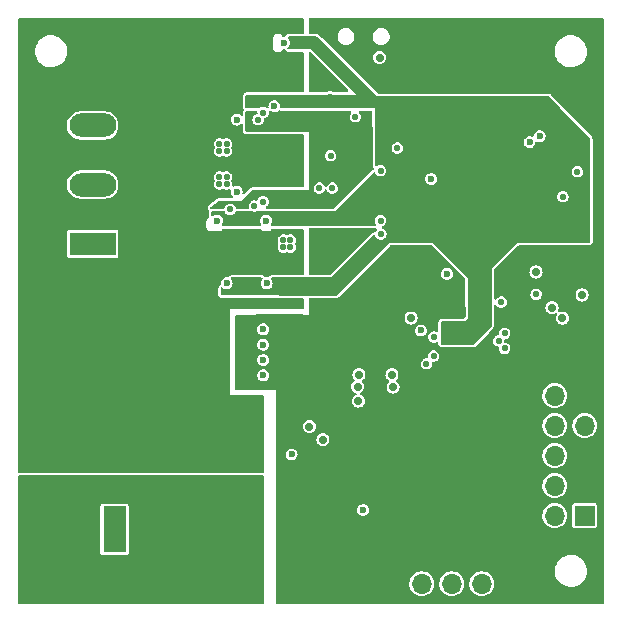
<source format=gbr>
%TF.GenerationSoftware,KiCad,Pcbnew,(6.0.9)*%
%TF.CreationDate,2023-03-20T14:35:20+01:00*%
%TF.ProjectId,BLDC_driver_small,424c4443-5f64-4726-9976-65725f736d61,rev?*%
%TF.SameCoordinates,Original*%
%TF.FileFunction,Copper,L5,Inr*%
%TF.FilePolarity,Positive*%
%FSLAX46Y46*%
G04 Gerber Fmt 4.6, Leading zero omitted, Abs format (unit mm)*
G04 Created by KiCad (PCBNEW (6.0.9)) date 2023-03-20 14:35:20*
%MOMM*%
%LPD*%
G01*
G04 APERTURE LIST*
%TA.AperFunction,ComponentPad*%
%ADD10O,1.700000X1.700000*%
%TD*%
%TA.AperFunction,ComponentPad*%
%ADD11R,1.700000X1.700000*%
%TD*%
%TA.AperFunction,ComponentPad*%
%ADD12O,1.980000X3.960000*%
%TD*%
%TA.AperFunction,ComponentPad*%
%ADD13R,1.980000X3.960000*%
%TD*%
%TA.AperFunction,ComponentPad*%
%ADD14O,3.960000X1.980000*%
%TD*%
%TA.AperFunction,ComponentPad*%
%ADD15R,3.960000X1.980000*%
%TD*%
%TA.AperFunction,ViaPad*%
%ADD16C,0.560000*%
%TD*%
%TA.AperFunction,ViaPad*%
%ADD17C,0.600000*%
%TD*%
%TA.AperFunction,ViaPad*%
%ADD18C,0.700000*%
%TD*%
G04 APERTURE END LIST*
D10*
%TO.N,/NRST*%
%TO.C,J3*%
X144635000Y-101565000D03*
%TO.N,GND*%
X147175000Y-101565000D03*
%TO.N,unconnected-(J3-Pad8)*%
X144635000Y-104105000D03*
%TO.N,unconnected-(J3-Pad7)*%
X147175000Y-104105000D03*
%TO.N,unconnected-(J3-Pad6)*%
X144635000Y-106645000D03*
%TO.N,GND*%
X147175000Y-106645000D03*
%TO.N,/SWD_{CLK}*%
X144635000Y-109185000D03*
%TO.N,GND*%
X147175000Y-109185000D03*
%TO.N,/SWD_{IO}*%
X144635000Y-111725000D03*
D11*
%TO.N,+3V3*%
X147175000Y-111725000D03*
%TD*%
D10*
%TO.N,/I2C_{SDA}*%
%TO.C,J4*%
X133370000Y-117500000D03*
%TO.N,/I2C_{SCL}*%
X135910000Y-117500000D03*
%TO.N,+3V3*%
X138450000Y-117500000D03*
D11*
%TO.N,GND*%
X140990000Y-117500000D03*
%TD*%
D12*
%TO.N,GNDREF*%
%TO.C,J1*%
X102365000Y-112900000D03*
D13*
%TO.N,/V_{pwr}*%
X107365000Y-112900000D03*
%TD*%
D14*
%TO.N,/OUT_{W}*%
%TO.C,J2*%
X105510000Y-78695000D03*
%TO.N,/OUT_{V}*%
X105510000Y-83695000D03*
D15*
%TO.N,/OUT_{U}*%
X105510000Y-88695000D03*
%TD*%
D16*
%TO.N,GND*%
X125250000Y-90600000D03*
D17*
X120950000Y-99850000D03*
%TO.N,GNDA*%
X119950000Y-99850000D03*
X119950000Y-98550000D03*
%TO.N,GND*%
X120950000Y-98550000D03*
X120950000Y-97250000D03*
%TO.N,GNDA*%
X119950000Y-97250000D03*
%TO.N,GND*%
X120950000Y-95950000D03*
%TO.N,GNDA*%
X119950000Y-95950000D03*
D18*
%TO.N,+3V3*%
X129800000Y-72950000D03*
X146950000Y-93050000D03*
X123850000Y-104200000D03*
D17*
X128400000Y-111250000D03*
D18*
X144399000Y-94107000D03*
X143050000Y-91100000D03*
X145288000Y-94996000D03*
X125000000Y-105300000D03*
D17*
X122350000Y-106550000D03*
D18*
%TO.N,GND*%
X125375000Y-100400000D03*
D17*
X125600000Y-75050000D03*
D18*
X123850000Y-110000000D03*
X139000000Y-107500000D03*
X125850000Y-115800000D03*
X146250000Y-90950000D03*
X145600000Y-75700000D03*
X139900000Y-107500000D03*
X134550000Y-90350000D03*
X146500000Y-75700000D03*
X128725000Y-95600000D03*
X131850000Y-102800000D03*
X137650000Y-72150000D03*
X124650000Y-82450000D03*
D17*
X132250000Y-110050000D03*
D18*
X138550000Y-73050000D03*
X146500000Y-76600000D03*
X129175000Y-94050000D03*
X139000000Y-106600000D03*
X131325000Y-90200000D03*
X143275000Y-96800000D03*
X128750000Y-105950000D03*
X124550000Y-101525000D03*
D17*
X131572000Y-74803000D03*
D18*
X139900000Y-106600000D03*
X133800000Y-100550000D03*
D17*
X134239000Y-72136000D03*
X122400000Y-111250000D03*
D18*
X126750000Y-115800000D03*
X146250000Y-90050000D03*
X147150000Y-90950000D03*
X125850000Y-116700000D03*
X126450000Y-79250000D03*
X145600000Y-76600000D03*
X137650000Y-73050000D03*
X144375000Y-96800000D03*
X130875000Y-91850000D03*
X126750000Y-116700000D03*
X147150000Y-90050000D03*
D17*
X142113000Y-72136000D03*
D18*
X139900000Y-112100000D03*
X138550000Y-72150000D03*
X139000000Y-113000000D03*
X139000000Y-112100000D03*
X139900000Y-113000000D03*
D17*
%TO.N,+3.3VA*%
X134175000Y-83225000D03*
D18*
X127950000Y-100800000D03*
X130950000Y-100850000D03*
D17*
X143350000Y-79600000D03*
X142500000Y-80100000D03*
X133300000Y-96050000D03*
%TO.N,/NRST*%
X135509000Y-91262200D03*
D16*
%TO.N,/SENSE_{U}+*%
X129900000Y-86750000D03*
D17*
X120200000Y-86750000D03*
D16*
%TO.N,/SENSE_{V}+*%
X129890000Y-82519000D03*
D17*
X116050000Y-86750000D03*
D16*
%TO.N,/SENSE_{W}+*%
X146550000Y-82600000D03*
D17*
X120900000Y-77050000D03*
D16*
%TO.N,/PWM_{U}*%
X124700000Y-84000000D03*
X140400000Y-97575000D03*
X133775000Y-98875000D03*
X117150000Y-85800000D03*
%TO.N,/PWM_{W}*%
X125800000Y-84000000D03*
X119950000Y-85150000D03*
X139875000Y-96925000D03*
X134375000Y-98225000D03*
%TO.N,/PWM_{V}*%
X127750000Y-77950000D03*
X119950000Y-77600000D03*
X134400000Y-96600000D03*
X140400000Y-96300000D03*
%TO.N,/SWD_{IO}*%
X143050000Y-93000000D03*
%TO.N,/I2C_{SDA}*%
X140100000Y-93650000D03*
%TO.N,/OUT_{W}*%
X116850000Y-80850000D03*
X116250000Y-80250000D03*
X116850000Y-80250000D03*
X116250000Y-80850000D03*
%TO.N,/OUT_{V}*%
X116250000Y-83050000D03*
X116850000Y-83050000D03*
X116250000Y-83650000D03*
X116850000Y-83650000D03*
%TO.N,/OUT_{U}*%
X121650000Y-88400000D03*
X121650000Y-89000000D03*
X122250000Y-89000000D03*
X122250000Y-88400000D03*
%TO.N,/ENABLE*%
X119200000Y-85500000D03*
X119523900Y-78200000D03*
X125650000Y-81250000D03*
D17*
%TO.N,/V_{CP}*%
X117700000Y-84300000D03*
X117700000Y-78200000D03*
D18*
%TO.N,GNDPWR*%
X115200000Y-90850000D03*
X118550000Y-90850000D03*
D17*
X120300000Y-81700000D03*
D18*
X106000000Y-93000000D03*
X107550000Y-106300000D03*
D17*
X121100000Y-82500000D03*
D18*
X114850000Y-102600000D03*
X101900000Y-89150000D03*
X102950000Y-97100000D03*
X114700000Y-98350000D03*
X102050000Y-100900000D03*
X116100000Y-72000000D03*
X115600000Y-96600000D03*
X116050000Y-90850000D03*
X109500000Y-86200000D03*
X101000000Y-83250000D03*
X107550000Y-107200000D03*
X114700000Y-96600000D03*
X118200000Y-107200000D03*
X101900000Y-88250000D03*
X120250000Y-90850000D03*
X105100000Y-92100000D03*
X101000000Y-79150000D03*
X118200000Y-106300000D03*
X120900000Y-72950000D03*
D17*
X119500000Y-80900000D03*
D18*
X106650000Y-106300000D03*
X115600000Y-97450000D03*
X115600000Y-99200000D03*
D17*
X121100000Y-81700000D03*
D18*
X101000000Y-89150000D03*
D17*
X120300000Y-80900000D03*
D18*
X119400000Y-90850000D03*
X109500000Y-81200000D03*
X114700000Y-99200000D03*
D17*
X119500000Y-82500000D03*
D18*
X119100000Y-107200000D03*
X108500000Y-72900000D03*
X115200000Y-84325000D03*
X103850000Y-100900000D03*
X117000000Y-72900000D03*
X101900000Y-79150000D03*
X120050000Y-72950000D03*
X107600000Y-72900000D03*
X114325000Y-80400000D03*
X103850000Y-97100000D03*
D17*
X121100000Y-80900000D03*
D18*
X101150000Y-97100000D03*
X101900000Y-83250000D03*
X116100000Y-72900000D03*
X114700000Y-97450000D03*
X116900000Y-90850000D03*
X101900000Y-84150000D03*
X102050000Y-97100000D03*
X119100000Y-106300000D03*
X101000000Y-78250000D03*
X106650000Y-107200000D03*
X105100000Y-93000000D03*
X107600000Y-72000000D03*
X101150000Y-100900000D03*
D17*
X120300000Y-82500000D03*
X119500000Y-81700000D03*
D18*
X102950000Y-100900000D03*
X121750000Y-72950000D03*
X106000000Y-92100000D03*
X101000000Y-84150000D03*
X101900000Y-78250000D03*
X117000000Y-72000000D03*
X115600000Y-98350000D03*
X108500000Y-72000000D03*
X101000000Y-88250000D03*
%TO.N,GNDA*%
X132475000Y-95000000D03*
X134700000Y-80600000D03*
X134600000Y-85900000D03*
X130850000Y-99800000D03*
X131000000Y-86300000D03*
X125600000Y-76350000D03*
X131953000Y-88011000D03*
X139900000Y-87300000D03*
X136017000Y-89357200D03*
X139750000Y-84800000D03*
X128000000Y-102025000D03*
X131125000Y-82700000D03*
X145175000Y-80475000D03*
X130900000Y-78700000D03*
X128050000Y-99800000D03*
X137300000Y-87300000D03*
X146050000Y-87630000D03*
X131125000Y-83750000D03*
X145175000Y-81575000D03*
X139900000Y-80850000D03*
%TO.N,GNDREF*%
X112400000Y-111200000D03*
X104500000Y-117400000D03*
X113700000Y-116500000D03*
X114600000Y-117400000D03*
X105400000Y-116500000D03*
X104500000Y-116500000D03*
X113700000Y-117400000D03*
X105400000Y-117400000D03*
X114600000Y-116500000D03*
D16*
%TO.N,/SENSE_{U}-*%
X129921000Y-87884000D03*
D17*
X120250000Y-92050000D03*
D16*
%TO.N,/SENSE_{V}-*%
X131300000Y-80600000D03*
D17*
X116850000Y-92050000D03*
%TO.N,/SENSE_{W}-*%
X121700000Y-71700000D03*
D16*
X145325000Y-84725000D03*
%TD*%
%TA.AperFunction,Conductor*%
%TO.N,GNDREF*%
G36*
X119959191Y-108324407D02*
G01*
X119995155Y-108373907D01*
X120000000Y-108404500D01*
X120000000Y-119100500D01*
X119981093Y-119158691D01*
X119931593Y-119194655D01*
X119901000Y-119199500D01*
X99299500Y-119199500D01*
X99241309Y-119180593D01*
X99205345Y-119131093D01*
X99200500Y-119100500D01*
X99200500Y-114899748D01*
X106174500Y-114899748D01*
X106186133Y-114958231D01*
X106230448Y-115024552D01*
X106296769Y-115068867D01*
X106306332Y-115070769D01*
X106306334Y-115070770D01*
X106329005Y-115075279D01*
X106355252Y-115080500D01*
X108374748Y-115080500D01*
X108400995Y-115075279D01*
X108423666Y-115070770D01*
X108423668Y-115070769D01*
X108433231Y-115068867D01*
X108499552Y-115024552D01*
X108543867Y-114958231D01*
X108555500Y-114899748D01*
X108555500Y-110900252D01*
X108543867Y-110841769D01*
X108499552Y-110775448D01*
X108433231Y-110731133D01*
X108423668Y-110729231D01*
X108423666Y-110729230D01*
X108400995Y-110724721D01*
X108374748Y-110719500D01*
X106355252Y-110719500D01*
X106329005Y-110724721D01*
X106306334Y-110729230D01*
X106306332Y-110729231D01*
X106296769Y-110731133D01*
X106230448Y-110775448D01*
X106186133Y-110841769D01*
X106174500Y-110900252D01*
X106174500Y-114899748D01*
X99200500Y-114899748D01*
X99200500Y-108404500D01*
X99219407Y-108346309D01*
X99268907Y-108310345D01*
X99299500Y-108305500D01*
X119901000Y-108305500D01*
X119959191Y-108324407D01*
G37*
%TD.AperFunction*%
%TD*%
%TA.AperFunction,Conductor*%
%TO.N,GND*%
G36*
X148758691Y-69619407D02*
G01*
X148794655Y-69668907D01*
X148799500Y-69699500D01*
X148799500Y-119100500D01*
X148780593Y-119158691D01*
X148731093Y-119194655D01*
X148700500Y-119199500D01*
X121099000Y-119199500D01*
X121040809Y-119180593D01*
X121004845Y-119131093D01*
X121000000Y-119100500D01*
X121000000Y-117485262D01*
X132314520Y-117485262D01*
X132314925Y-117490082D01*
X132331059Y-117682214D01*
X132331759Y-117690553D01*
X132333092Y-117695201D01*
X132333092Y-117695202D01*
X132349814Y-117753517D01*
X132388544Y-117888586D01*
X132482712Y-118071818D01*
X132610677Y-118233270D01*
X132614357Y-118236402D01*
X132614359Y-118236404D01*
X132727017Y-118332283D01*
X132767564Y-118366791D01*
X132771787Y-118369151D01*
X132771791Y-118369154D01*
X132811342Y-118391258D01*
X132947398Y-118467297D01*
X132951996Y-118468791D01*
X133138724Y-118529463D01*
X133138726Y-118529464D01*
X133143329Y-118530959D01*
X133347894Y-118555351D01*
X133352716Y-118554980D01*
X133352719Y-118554980D01*
X133420541Y-118549761D01*
X133553300Y-118539546D01*
X133751725Y-118484145D01*
X133756038Y-118481966D01*
X133756044Y-118481964D01*
X133931289Y-118393441D01*
X133931291Y-118393440D01*
X133935610Y-118391258D01*
X133970943Y-118363653D01*
X134094135Y-118267406D01*
X134094139Y-118267402D01*
X134097951Y-118264424D01*
X134232564Y-118108472D01*
X134251231Y-118075613D01*
X134331934Y-117933550D01*
X134331935Y-117933547D01*
X134334323Y-117929344D01*
X134347882Y-117888586D01*
X134397824Y-117738454D01*
X134397824Y-117738452D01*
X134399351Y-117733863D01*
X134401961Y-117713207D01*
X134424823Y-117532228D01*
X134425171Y-117529474D01*
X134425583Y-117500000D01*
X134424138Y-117485262D01*
X134854520Y-117485262D01*
X134854925Y-117490082D01*
X134871059Y-117682214D01*
X134871759Y-117690553D01*
X134873092Y-117695201D01*
X134873092Y-117695202D01*
X134889814Y-117753517D01*
X134928544Y-117888586D01*
X135022712Y-118071818D01*
X135150677Y-118233270D01*
X135154357Y-118236402D01*
X135154359Y-118236404D01*
X135267017Y-118332283D01*
X135307564Y-118366791D01*
X135311787Y-118369151D01*
X135311791Y-118369154D01*
X135351342Y-118391258D01*
X135487398Y-118467297D01*
X135491996Y-118468791D01*
X135678724Y-118529463D01*
X135678726Y-118529464D01*
X135683329Y-118530959D01*
X135887894Y-118555351D01*
X135892716Y-118554980D01*
X135892719Y-118554980D01*
X135960541Y-118549761D01*
X136093300Y-118539546D01*
X136291725Y-118484145D01*
X136296038Y-118481966D01*
X136296044Y-118481964D01*
X136471289Y-118393441D01*
X136471291Y-118393440D01*
X136475610Y-118391258D01*
X136510943Y-118363653D01*
X136634135Y-118267406D01*
X136634139Y-118267402D01*
X136637951Y-118264424D01*
X136772564Y-118108472D01*
X136791231Y-118075613D01*
X136871934Y-117933550D01*
X136871935Y-117933547D01*
X136874323Y-117929344D01*
X136887882Y-117888586D01*
X136937824Y-117738454D01*
X136937824Y-117738452D01*
X136939351Y-117733863D01*
X136941961Y-117713207D01*
X136964823Y-117532228D01*
X136965171Y-117529474D01*
X136965583Y-117500000D01*
X136964138Y-117485262D01*
X137394520Y-117485262D01*
X137394925Y-117490082D01*
X137411059Y-117682214D01*
X137411759Y-117690553D01*
X137413092Y-117695201D01*
X137413092Y-117695202D01*
X137429814Y-117753517D01*
X137468544Y-117888586D01*
X137562712Y-118071818D01*
X137690677Y-118233270D01*
X137694357Y-118236402D01*
X137694359Y-118236404D01*
X137807017Y-118332283D01*
X137847564Y-118366791D01*
X137851787Y-118369151D01*
X137851791Y-118369154D01*
X137891342Y-118391258D01*
X138027398Y-118467297D01*
X138031996Y-118468791D01*
X138218724Y-118529463D01*
X138218726Y-118529464D01*
X138223329Y-118530959D01*
X138427894Y-118555351D01*
X138432716Y-118554980D01*
X138432719Y-118554980D01*
X138500541Y-118549761D01*
X138633300Y-118539546D01*
X138831725Y-118484145D01*
X138836038Y-118481966D01*
X138836044Y-118481964D01*
X139011289Y-118393441D01*
X139011291Y-118393440D01*
X139015610Y-118391258D01*
X139050943Y-118363653D01*
X139174135Y-118267406D01*
X139174139Y-118267402D01*
X139177951Y-118264424D01*
X139312564Y-118108472D01*
X139331231Y-118075613D01*
X139411934Y-117933550D01*
X139411935Y-117933547D01*
X139414323Y-117929344D01*
X139427882Y-117888586D01*
X139477824Y-117738454D01*
X139477824Y-117738452D01*
X139479351Y-117733863D01*
X139481961Y-117713207D01*
X139504823Y-117532228D01*
X139505171Y-117529474D01*
X139505583Y-117500000D01*
X139503667Y-117480454D01*
X139485952Y-117299780D01*
X139485951Y-117299776D01*
X139485480Y-117294970D01*
X139425935Y-117097749D01*
X139329218Y-116915849D01*
X139199011Y-116756200D01*
X139040275Y-116624882D01*
X138859055Y-116526897D01*
X138795855Y-116507333D01*
X138666875Y-116467407D01*
X138666871Y-116467406D01*
X138662254Y-116465977D01*
X138657446Y-116465472D01*
X138657443Y-116465471D01*
X138462185Y-116444949D01*
X138462183Y-116444949D01*
X138457369Y-116444443D01*
X138397354Y-116449905D01*
X138257022Y-116462675D01*
X138257017Y-116462676D01*
X138252203Y-116463114D01*
X138054572Y-116521280D01*
X138050288Y-116523519D01*
X138050287Y-116523520D01*
X138039428Y-116529197D01*
X137872002Y-116616726D01*
X137868231Y-116619758D01*
X137715220Y-116742781D01*
X137715217Y-116742783D01*
X137711447Y-116745815D01*
X137708333Y-116749526D01*
X137708332Y-116749527D01*
X137673837Y-116790637D01*
X137579024Y-116903630D01*
X137576689Y-116907878D01*
X137576688Y-116907879D01*
X137569955Y-116920126D01*
X137479776Y-117084162D01*
X137478313Y-117088775D01*
X137478311Y-117088779D01*
X137443865Y-117197369D01*
X137417484Y-117280532D01*
X137416944Y-117285344D01*
X137416944Y-117285345D01*
X137397418Y-117459430D01*
X137394520Y-117485262D01*
X136964138Y-117485262D01*
X136963667Y-117480454D01*
X136945952Y-117299780D01*
X136945951Y-117299776D01*
X136945480Y-117294970D01*
X136885935Y-117097749D01*
X136789218Y-116915849D01*
X136659011Y-116756200D01*
X136500275Y-116624882D01*
X136319055Y-116526897D01*
X136255855Y-116507333D01*
X136126875Y-116467407D01*
X136126871Y-116467406D01*
X136122254Y-116465977D01*
X136117446Y-116465472D01*
X136117443Y-116465471D01*
X135922185Y-116444949D01*
X135922183Y-116444949D01*
X135917369Y-116444443D01*
X135857354Y-116449905D01*
X135717022Y-116462675D01*
X135717017Y-116462676D01*
X135712203Y-116463114D01*
X135514572Y-116521280D01*
X135510288Y-116523519D01*
X135510287Y-116523520D01*
X135499428Y-116529197D01*
X135332002Y-116616726D01*
X135328231Y-116619758D01*
X135175220Y-116742781D01*
X135175217Y-116742783D01*
X135171447Y-116745815D01*
X135168333Y-116749526D01*
X135168332Y-116749527D01*
X135133837Y-116790637D01*
X135039024Y-116903630D01*
X135036689Y-116907878D01*
X135036688Y-116907879D01*
X135029955Y-116920126D01*
X134939776Y-117084162D01*
X134938313Y-117088775D01*
X134938311Y-117088779D01*
X134903865Y-117197369D01*
X134877484Y-117280532D01*
X134876944Y-117285344D01*
X134876944Y-117285345D01*
X134857418Y-117459430D01*
X134854520Y-117485262D01*
X134424138Y-117485262D01*
X134423667Y-117480454D01*
X134405952Y-117299780D01*
X134405951Y-117299776D01*
X134405480Y-117294970D01*
X134345935Y-117097749D01*
X134249218Y-116915849D01*
X134119011Y-116756200D01*
X133960275Y-116624882D01*
X133779055Y-116526897D01*
X133715855Y-116507333D01*
X133586875Y-116467407D01*
X133586871Y-116467406D01*
X133582254Y-116465977D01*
X133577446Y-116465472D01*
X133577443Y-116465471D01*
X133382185Y-116444949D01*
X133382183Y-116444949D01*
X133377369Y-116444443D01*
X133317354Y-116449905D01*
X133177022Y-116462675D01*
X133177017Y-116462676D01*
X133172203Y-116463114D01*
X132974572Y-116521280D01*
X132970288Y-116523519D01*
X132970287Y-116523520D01*
X132959428Y-116529197D01*
X132792002Y-116616726D01*
X132788231Y-116619758D01*
X132635220Y-116742781D01*
X132635217Y-116742783D01*
X132631447Y-116745815D01*
X132628333Y-116749526D01*
X132628332Y-116749527D01*
X132593837Y-116790637D01*
X132499024Y-116903630D01*
X132496689Y-116907878D01*
X132496688Y-116907879D01*
X132489955Y-116920126D01*
X132399776Y-117084162D01*
X132398313Y-117088775D01*
X132398311Y-117088779D01*
X132363865Y-117197369D01*
X132337484Y-117280532D01*
X132336944Y-117285344D01*
X132336944Y-117285345D01*
X132317418Y-117459430D01*
X132314520Y-117485262D01*
X121000000Y-117485262D01*
X121000000Y-116335964D01*
X144642112Y-116335964D01*
X144650736Y-116565669D01*
X144697939Y-116790637D01*
X144782372Y-117004436D01*
X144901621Y-117200952D01*
X145052276Y-117374566D01*
X145230029Y-117520315D01*
X145429798Y-117634030D01*
X145645871Y-117712461D01*
X145695293Y-117721398D01*
X145868865Y-117752785D01*
X145868871Y-117752786D01*
X145872069Y-117753364D01*
X145891041Y-117754259D01*
X145895011Y-117754446D01*
X145895015Y-117754446D01*
X145896158Y-117754500D01*
X146057712Y-117754500D01*
X146059795Y-117754323D01*
X146059801Y-117754323D01*
X146224873Y-117740316D01*
X146224874Y-117740316D01*
X146229044Y-117739962D01*
X146233094Y-117738911D01*
X146233099Y-117738910D01*
X146447483Y-117683267D01*
X146447486Y-117683266D01*
X146451539Y-117682214D01*
X146661123Y-117587803D01*
X146851803Y-117459430D01*
X146937974Y-117377227D01*
X147015094Y-117303659D01*
X147015098Y-117303654D01*
X147018128Y-117300764D01*
X147155342Y-117116342D01*
X147173862Y-117079915D01*
X147257623Y-116915170D01*
X147257625Y-116915166D01*
X147259520Y-116911438D01*
X147327685Y-116691911D01*
X147344973Y-116561478D01*
X147357338Y-116468187D01*
X147357338Y-116468185D01*
X147357888Y-116464036D01*
X147357172Y-116444949D01*
X147349421Y-116238522D01*
X147349264Y-116234331D01*
X147302061Y-116009363D01*
X147217628Y-115795564D01*
X147098379Y-115599048D01*
X146947724Y-115425434D01*
X146769971Y-115279685D01*
X146570202Y-115165970D01*
X146354129Y-115087539D01*
X146304707Y-115078602D01*
X146131135Y-115047215D01*
X146131129Y-115047214D01*
X146127931Y-115046636D01*
X146108959Y-115045741D01*
X146104989Y-115045554D01*
X146104985Y-115045554D01*
X146103842Y-115045500D01*
X145942288Y-115045500D01*
X145940205Y-115045677D01*
X145940199Y-115045677D01*
X145775127Y-115059684D01*
X145775126Y-115059684D01*
X145770956Y-115060038D01*
X145766906Y-115061089D01*
X145766901Y-115061090D01*
X145552517Y-115116733D01*
X145552514Y-115116734D01*
X145548461Y-115117786D01*
X145338877Y-115212197D01*
X145148197Y-115340570D01*
X145145156Y-115343471D01*
X144984906Y-115496341D01*
X144984902Y-115496346D01*
X144981872Y-115499236D01*
X144844658Y-115683658D01*
X144842756Y-115687399D01*
X144789583Y-115791984D01*
X144740480Y-115888562D01*
X144672315Y-116108089D01*
X144642112Y-116335964D01*
X121000000Y-116335964D01*
X121000000Y-111243823D01*
X127894391Y-111243823D01*
X127895306Y-111250820D01*
X127895306Y-111250821D01*
X127896814Y-111262354D01*
X127912980Y-111385979D01*
X127915821Y-111392435D01*
X127915821Y-111392436D01*
X127965585Y-111505532D01*
X127970720Y-111517203D01*
X127983792Y-111532754D01*
X128058431Y-111621549D01*
X128058434Y-111621551D01*
X128062970Y-111626948D01*
X128068841Y-111630856D01*
X128068842Y-111630857D01*
X128081143Y-111639045D01*
X128182313Y-111706390D01*
X128282920Y-111737821D01*
X128312425Y-111747039D01*
X128312426Y-111747039D01*
X128319157Y-111749142D01*
X128390828Y-111750456D01*
X128455445Y-111751641D01*
X128455447Y-111751641D01*
X128462499Y-111751770D01*
X128469302Y-111749915D01*
X128469304Y-111749915D01*
X128544503Y-111729413D01*
X128600817Y-111714060D01*
X128607003Y-111710262D01*
X143579520Y-111710262D01*
X143596759Y-111915553D01*
X143653544Y-112113586D01*
X143747712Y-112296818D01*
X143875677Y-112458270D01*
X143879357Y-112461402D01*
X143879359Y-112461404D01*
X143992017Y-112557283D01*
X144032564Y-112591791D01*
X144036787Y-112594151D01*
X144036791Y-112594154D01*
X144076342Y-112616258D01*
X144212398Y-112692297D01*
X144216996Y-112693791D01*
X144403724Y-112754463D01*
X144403726Y-112754464D01*
X144408329Y-112755959D01*
X144612894Y-112780351D01*
X144617716Y-112779980D01*
X144617719Y-112779980D01*
X144688259Y-112774552D01*
X144818300Y-112764546D01*
X145016725Y-112709145D01*
X145021038Y-112706966D01*
X145021044Y-112706964D01*
X145196289Y-112618441D01*
X145196291Y-112618440D01*
X145200610Y-112616258D01*
X145228142Y-112594748D01*
X146124500Y-112594748D01*
X146136133Y-112653231D01*
X146180448Y-112719552D01*
X146246769Y-112763867D01*
X146256332Y-112765769D01*
X146256334Y-112765770D01*
X146279005Y-112770279D01*
X146305252Y-112775500D01*
X148044748Y-112775500D01*
X148070995Y-112770279D01*
X148093666Y-112765770D01*
X148093668Y-112765769D01*
X148103231Y-112763867D01*
X148169552Y-112719552D01*
X148213867Y-112653231D01*
X148225500Y-112594748D01*
X148225500Y-110855252D01*
X148213867Y-110796769D01*
X148169552Y-110730448D01*
X148103231Y-110686133D01*
X148093668Y-110684231D01*
X148093666Y-110684230D01*
X148070995Y-110679721D01*
X148044748Y-110674500D01*
X146305252Y-110674500D01*
X146279005Y-110679721D01*
X146256334Y-110684230D01*
X146256332Y-110684231D01*
X146246769Y-110686133D01*
X146180448Y-110730448D01*
X146136133Y-110796769D01*
X146124500Y-110855252D01*
X146124500Y-112594748D01*
X145228142Y-112594748D01*
X145235943Y-112588653D01*
X145359135Y-112492406D01*
X145359139Y-112492402D01*
X145362951Y-112489424D01*
X145497564Y-112333472D01*
X145516231Y-112300613D01*
X145596934Y-112158550D01*
X145596935Y-112158547D01*
X145599323Y-112154344D01*
X145612882Y-112113586D01*
X145662824Y-111963454D01*
X145662824Y-111963452D01*
X145664351Y-111958863D01*
X145690171Y-111754474D01*
X145690583Y-111725000D01*
X145689611Y-111715082D01*
X145670952Y-111524780D01*
X145670951Y-111524776D01*
X145670480Y-111519970D01*
X145667696Y-111510747D01*
X145612333Y-111327380D01*
X145610935Y-111322749D01*
X145514218Y-111140849D01*
X145384011Y-110981200D01*
X145237639Y-110860110D01*
X145229002Y-110852965D01*
X145229000Y-110852964D01*
X145225275Y-110849882D01*
X145044055Y-110751897D01*
X144974764Y-110730448D01*
X144851875Y-110692407D01*
X144851871Y-110692406D01*
X144847254Y-110690977D01*
X144842446Y-110690472D01*
X144842443Y-110690471D01*
X144647185Y-110669949D01*
X144647183Y-110669949D01*
X144642369Y-110669443D01*
X144586800Y-110674500D01*
X144442022Y-110687675D01*
X144442017Y-110687676D01*
X144437203Y-110688114D01*
X144239572Y-110746280D01*
X144235288Y-110748519D01*
X144235287Y-110748520D01*
X144224428Y-110754197D01*
X144057002Y-110841726D01*
X144053231Y-110844758D01*
X143900220Y-110967781D01*
X143900217Y-110967783D01*
X143896447Y-110970815D01*
X143893333Y-110974526D01*
X143893332Y-110974527D01*
X143775406Y-111115066D01*
X143764024Y-111128630D01*
X143761689Y-111132878D01*
X143761688Y-111132879D01*
X143754955Y-111145126D01*
X143664776Y-111309162D01*
X143663313Y-111313775D01*
X143663311Y-111313779D01*
X143634776Y-111403733D01*
X143602484Y-111505532D01*
X143601944Y-111510344D01*
X143601944Y-111510345D01*
X143580393Y-111702482D01*
X143579520Y-111710262D01*
X128607003Y-111710262D01*
X128722991Y-111639045D01*
X128730403Y-111630857D01*
X128814468Y-111537982D01*
X128819200Y-111532754D01*
X128881710Y-111403733D01*
X128885875Y-111378982D01*
X128904862Y-111266124D01*
X128904862Y-111266120D01*
X128905496Y-111262354D01*
X128905647Y-111250000D01*
X128885323Y-111108082D01*
X128863543Y-111060180D01*
X128828905Y-110983996D01*
X128828904Y-110983995D01*
X128825984Y-110977572D01*
X128732400Y-110868963D01*
X128612095Y-110790985D01*
X128474739Y-110749907D01*
X128391497Y-110749398D01*
X128338427Y-110749074D01*
X128338426Y-110749074D01*
X128331376Y-110749031D01*
X128324599Y-110750968D01*
X128324598Y-110750968D01*
X128200309Y-110786490D01*
X128200307Y-110786491D01*
X128193529Y-110788428D01*
X128072280Y-110864930D01*
X128067613Y-110870214D01*
X128067611Y-110870216D01*
X127982044Y-110967103D01*
X127982042Y-110967105D01*
X127977377Y-110972388D01*
X127916447Y-111102163D01*
X127915362Y-111109132D01*
X127915361Y-111109135D01*
X127909758Y-111145126D01*
X127894391Y-111243823D01*
X121000000Y-111243823D01*
X121000000Y-109170262D01*
X143579520Y-109170262D01*
X143596759Y-109375553D01*
X143653544Y-109573586D01*
X143747712Y-109756818D01*
X143875677Y-109918270D01*
X143879357Y-109921402D01*
X143879359Y-109921404D01*
X143992017Y-110017283D01*
X144032564Y-110051791D01*
X144036787Y-110054151D01*
X144036791Y-110054154D01*
X144076342Y-110076258D01*
X144212398Y-110152297D01*
X144216996Y-110153791D01*
X144403724Y-110214463D01*
X144403726Y-110214464D01*
X144408329Y-110215959D01*
X144612894Y-110240351D01*
X144617716Y-110239980D01*
X144617719Y-110239980D01*
X144685541Y-110234761D01*
X144818300Y-110224546D01*
X145016725Y-110169145D01*
X145021038Y-110166966D01*
X145021044Y-110166964D01*
X145196289Y-110078441D01*
X145196291Y-110078440D01*
X145200610Y-110076258D01*
X145235943Y-110048653D01*
X145359135Y-109952406D01*
X145359139Y-109952402D01*
X145362951Y-109949424D01*
X145497564Y-109793472D01*
X145516231Y-109760613D01*
X145596934Y-109618550D01*
X145596935Y-109618547D01*
X145599323Y-109614344D01*
X145612882Y-109573586D01*
X145662824Y-109423454D01*
X145662824Y-109423452D01*
X145664351Y-109418863D01*
X145690171Y-109214474D01*
X145690583Y-109185000D01*
X145670480Y-108979970D01*
X145610935Y-108782749D01*
X145514218Y-108600849D01*
X145384011Y-108441200D01*
X145225275Y-108309882D01*
X145044055Y-108211897D01*
X144980855Y-108192333D01*
X144851875Y-108152407D01*
X144851871Y-108152406D01*
X144847254Y-108150977D01*
X144842446Y-108150472D01*
X144842443Y-108150471D01*
X144647185Y-108129949D01*
X144647183Y-108129949D01*
X144642369Y-108129443D01*
X144582354Y-108134905D01*
X144442022Y-108147675D01*
X144442017Y-108147676D01*
X144437203Y-108148114D01*
X144239572Y-108206280D01*
X144235288Y-108208519D01*
X144235287Y-108208520D01*
X144224428Y-108214197D01*
X144057002Y-108301726D01*
X144053231Y-108304758D01*
X143900220Y-108427781D01*
X143900217Y-108427783D01*
X143896447Y-108430815D01*
X143893333Y-108434526D01*
X143893332Y-108434527D01*
X143884585Y-108444952D01*
X143764024Y-108588630D01*
X143761689Y-108592878D01*
X143761688Y-108592879D01*
X143754955Y-108605126D01*
X143664776Y-108769162D01*
X143602484Y-108965532D01*
X143601944Y-108970344D01*
X143601944Y-108970345D01*
X143600865Y-108979970D01*
X143579520Y-109170262D01*
X121000000Y-109170262D01*
X121000000Y-106543823D01*
X121844391Y-106543823D01*
X121845306Y-106550820D01*
X121845306Y-106550821D01*
X121846814Y-106562354D01*
X121862980Y-106685979D01*
X121865821Y-106692435D01*
X121865821Y-106692436D01*
X121873586Y-106710082D01*
X121920720Y-106817203D01*
X121933792Y-106832754D01*
X122008431Y-106921549D01*
X122008434Y-106921551D01*
X122012970Y-106926948D01*
X122018841Y-106930856D01*
X122018842Y-106930857D01*
X122031143Y-106939045D01*
X122132313Y-107006390D01*
X122219364Y-107033586D01*
X122262425Y-107047039D01*
X122262426Y-107047039D01*
X122269157Y-107049142D01*
X122340828Y-107050456D01*
X122405445Y-107051641D01*
X122405447Y-107051641D01*
X122412499Y-107051770D01*
X122419302Y-107049915D01*
X122419304Y-107049915D01*
X122496282Y-107028928D01*
X122550817Y-107014060D01*
X122672991Y-106939045D01*
X122680403Y-106930857D01*
X122764468Y-106837982D01*
X122769200Y-106832754D01*
X122831710Y-106703733D01*
X122835875Y-106678982D01*
X122844072Y-106630262D01*
X143579520Y-106630262D01*
X143596759Y-106835553D01*
X143598092Y-106840201D01*
X143598092Y-106840202D01*
X143648477Y-107015914D01*
X143653544Y-107033586D01*
X143747712Y-107216818D01*
X143875677Y-107378270D01*
X143879357Y-107381402D01*
X143879359Y-107381404D01*
X143992017Y-107477283D01*
X144032564Y-107511791D01*
X144036787Y-107514151D01*
X144036791Y-107514154D01*
X144076342Y-107536258D01*
X144212398Y-107612297D01*
X144216996Y-107613791D01*
X144403724Y-107674463D01*
X144403726Y-107674464D01*
X144408329Y-107675959D01*
X144612894Y-107700351D01*
X144617716Y-107699980D01*
X144617719Y-107699980D01*
X144685541Y-107694761D01*
X144818300Y-107684546D01*
X145016725Y-107629145D01*
X145021038Y-107626966D01*
X145021044Y-107626964D01*
X145196289Y-107538441D01*
X145196291Y-107538440D01*
X145200610Y-107536258D01*
X145235943Y-107508653D01*
X145359135Y-107412406D01*
X145359139Y-107412402D01*
X145362951Y-107409424D01*
X145497564Y-107253472D01*
X145516231Y-107220613D01*
X145596934Y-107078550D01*
X145596935Y-107078547D01*
X145599323Y-107074344D01*
X145605329Y-107056291D01*
X145662824Y-106883454D01*
X145662824Y-106883452D01*
X145664351Y-106878863D01*
X145669516Y-106837982D01*
X145687354Y-106696775D01*
X145690171Y-106674474D01*
X145690583Y-106645000D01*
X145688667Y-106625454D01*
X145670952Y-106444780D01*
X145670951Y-106444776D01*
X145670480Y-106439970D01*
X145661171Y-106409135D01*
X145621449Y-106277572D01*
X145610935Y-106242749D01*
X145514218Y-106060849D01*
X145384011Y-105901200D01*
X145305597Y-105836330D01*
X145229002Y-105772965D01*
X145229000Y-105772964D01*
X145225275Y-105769882D01*
X145082383Y-105692621D01*
X145048309Y-105674197D01*
X145048308Y-105674197D01*
X145044055Y-105671897D01*
X144980855Y-105652333D01*
X144851875Y-105612407D01*
X144851871Y-105612406D01*
X144847254Y-105610977D01*
X144842446Y-105610472D01*
X144842443Y-105610471D01*
X144647185Y-105589949D01*
X144647183Y-105589949D01*
X144642369Y-105589443D01*
X144582354Y-105594905D01*
X144442022Y-105607675D01*
X144442017Y-105607676D01*
X144437203Y-105608114D01*
X144239572Y-105666280D01*
X144235288Y-105668519D01*
X144235287Y-105668520D01*
X144224428Y-105674197D01*
X144057002Y-105761726D01*
X144053231Y-105764758D01*
X143900220Y-105887781D01*
X143900217Y-105887783D01*
X143896447Y-105890815D01*
X143893333Y-105894526D01*
X143893332Y-105894527D01*
X143786055Y-106022375D01*
X143764024Y-106048630D01*
X143761689Y-106052878D01*
X143761688Y-106052879D01*
X143754955Y-106065126D01*
X143664776Y-106229162D01*
X143663313Y-106233775D01*
X143663311Y-106233779D01*
X143642305Y-106300000D01*
X143602484Y-106425532D01*
X143601944Y-106430344D01*
X143601944Y-106430345D01*
X143587566Y-106558533D01*
X143579520Y-106630262D01*
X122844072Y-106630262D01*
X122854862Y-106566124D01*
X122854862Y-106566120D01*
X122855496Y-106562354D01*
X122855647Y-106550000D01*
X122835323Y-106408082D01*
X122775984Y-106277572D01*
X122682400Y-106168963D01*
X122562095Y-106090985D01*
X122424739Y-106049907D01*
X122341497Y-106049398D01*
X122288427Y-106049074D01*
X122288426Y-106049074D01*
X122281376Y-106049031D01*
X122274599Y-106050968D01*
X122274598Y-106050968D01*
X122150309Y-106086490D01*
X122150307Y-106086491D01*
X122143529Y-106088428D01*
X122022280Y-106164930D01*
X122017613Y-106170214D01*
X122017611Y-106170216D01*
X121932044Y-106267103D01*
X121932042Y-106267105D01*
X121927377Y-106272388D01*
X121866447Y-106402163D01*
X121865362Y-106409132D01*
X121865361Y-106409135D01*
X121850680Y-106503430D01*
X121844391Y-106543823D01*
X121000000Y-106543823D01*
X121000000Y-105300000D01*
X124444750Y-105300000D01*
X124463670Y-105443709D01*
X124519139Y-105577625D01*
X124607379Y-105692621D01*
X124722375Y-105780861D01*
X124856291Y-105836330D01*
X124862720Y-105837176D01*
X124862722Y-105837177D01*
X124993567Y-105854403D01*
X125000000Y-105855250D01*
X125006433Y-105854403D01*
X125137278Y-105837177D01*
X125137280Y-105837176D01*
X125143709Y-105836330D01*
X125277625Y-105780861D01*
X125392621Y-105692621D01*
X125480861Y-105577625D01*
X125536330Y-105443709D01*
X125555250Y-105300000D01*
X125536330Y-105156291D01*
X125480861Y-105022375D01*
X125392621Y-104907379D01*
X125277625Y-104819139D01*
X125143709Y-104763670D01*
X125137280Y-104762824D01*
X125137278Y-104762823D01*
X125006433Y-104745597D01*
X125000000Y-104744750D01*
X124993567Y-104745597D01*
X124862722Y-104762823D01*
X124862720Y-104762824D01*
X124856291Y-104763670D01*
X124722375Y-104819139D01*
X124607379Y-104907379D01*
X124519139Y-105022375D01*
X124463670Y-105156291D01*
X124444750Y-105300000D01*
X121000000Y-105300000D01*
X121000000Y-104200000D01*
X123294750Y-104200000D01*
X123295597Y-104206433D01*
X123312400Y-104334060D01*
X123313670Y-104343709D01*
X123369139Y-104477625D01*
X123457379Y-104592621D01*
X123572375Y-104680861D01*
X123706291Y-104736330D01*
X123712720Y-104737176D01*
X123712722Y-104737177D01*
X123843567Y-104754403D01*
X123850000Y-104755250D01*
X123856433Y-104754403D01*
X123987278Y-104737177D01*
X123987280Y-104737176D01*
X123993709Y-104736330D01*
X124127625Y-104680861D01*
X124242621Y-104592621D01*
X124330861Y-104477625D01*
X124386330Y-104343709D01*
X124387601Y-104334060D01*
X124404403Y-104206433D01*
X124405250Y-104200000D01*
X124391437Y-104095082D01*
X124390802Y-104090262D01*
X143579520Y-104090262D01*
X143596759Y-104295553D01*
X143598092Y-104300201D01*
X143598092Y-104300202D01*
X143650444Y-104482774D01*
X143653544Y-104493586D01*
X143747712Y-104676818D01*
X143875677Y-104838270D01*
X143879357Y-104841402D01*
X143879359Y-104841404D01*
X143956880Y-104907379D01*
X144032564Y-104971791D01*
X144036787Y-104974151D01*
X144036791Y-104974154D01*
X144076342Y-104996258D01*
X144212398Y-105072297D01*
X144216996Y-105073791D01*
X144403724Y-105134463D01*
X144403726Y-105134464D01*
X144408329Y-105135959D01*
X144612894Y-105160351D01*
X144617716Y-105159980D01*
X144617719Y-105159980D01*
X144685541Y-105154761D01*
X144818300Y-105144546D01*
X145016725Y-105089145D01*
X145021038Y-105086966D01*
X145021044Y-105086964D01*
X145196289Y-104998441D01*
X145196291Y-104998440D01*
X145200610Y-104996258D01*
X145235943Y-104968653D01*
X145359135Y-104872406D01*
X145359139Y-104872402D01*
X145362951Y-104869424D01*
X145406356Y-104819139D01*
X145452091Y-104766153D01*
X145497564Y-104713472D01*
X145518334Y-104676910D01*
X145596934Y-104538550D01*
X145596935Y-104538547D01*
X145599323Y-104534344D01*
X145612882Y-104493586D01*
X145662824Y-104343454D01*
X145662824Y-104343452D01*
X145664351Y-104338863D01*
X145690171Y-104134474D01*
X145690583Y-104105000D01*
X145689138Y-104090262D01*
X146119520Y-104090262D01*
X146136759Y-104295553D01*
X146138092Y-104300201D01*
X146138092Y-104300202D01*
X146190444Y-104482774D01*
X146193544Y-104493586D01*
X146287712Y-104676818D01*
X146415677Y-104838270D01*
X146419357Y-104841402D01*
X146419359Y-104841404D01*
X146496880Y-104907379D01*
X146572564Y-104971791D01*
X146576787Y-104974151D01*
X146576791Y-104974154D01*
X146616342Y-104996258D01*
X146752398Y-105072297D01*
X146756996Y-105073791D01*
X146943724Y-105134463D01*
X146943726Y-105134464D01*
X146948329Y-105135959D01*
X147152894Y-105160351D01*
X147157716Y-105159980D01*
X147157719Y-105159980D01*
X147225541Y-105154761D01*
X147358300Y-105144546D01*
X147556725Y-105089145D01*
X147561038Y-105086966D01*
X147561044Y-105086964D01*
X147736289Y-104998441D01*
X147736291Y-104998440D01*
X147740610Y-104996258D01*
X147775943Y-104968653D01*
X147899135Y-104872406D01*
X147899139Y-104872402D01*
X147902951Y-104869424D01*
X147946356Y-104819139D01*
X147992091Y-104766153D01*
X148037564Y-104713472D01*
X148058334Y-104676910D01*
X148136934Y-104538550D01*
X148136935Y-104538547D01*
X148139323Y-104534344D01*
X148152882Y-104493586D01*
X148202824Y-104343454D01*
X148202824Y-104343452D01*
X148204351Y-104338863D01*
X148230171Y-104134474D01*
X148230583Y-104105000D01*
X148225807Y-104056291D01*
X148210952Y-103904780D01*
X148210951Y-103904776D01*
X148210480Y-103899970D01*
X148184080Y-103812528D01*
X148155883Y-103719139D01*
X148150935Y-103702749D01*
X148054218Y-103520849D01*
X147924011Y-103361200D01*
X147765275Y-103229882D01*
X147584055Y-103131897D01*
X147520855Y-103112333D01*
X147391875Y-103072407D01*
X147391871Y-103072406D01*
X147387254Y-103070977D01*
X147382446Y-103070472D01*
X147382443Y-103070471D01*
X147187185Y-103049949D01*
X147187183Y-103049949D01*
X147182369Y-103049443D01*
X147122354Y-103054905D01*
X146982022Y-103067675D01*
X146982017Y-103067676D01*
X146977203Y-103068114D01*
X146779572Y-103126280D01*
X146775288Y-103128519D01*
X146775287Y-103128520D01*
X146764428Y-103134197D01*
X146597002Y-103221726D01*
X146593231Y-103224758D01*
X146440220Y-103347781D01*
X146440217Y-103347783D01*
X146436447Y-103350815D01*
X146433333Y-103354526D01*
X146433332Y-103354527D01*
X146424585Y-103364952D01*
X146304024Y-103508630D01*
X146301689Y-103512878D01*
X146301688Y-103512879D01*
X146294955Y-103525126D01*
X146204776Y-103689162D01*
X146203313Y-103693775D01*
X146203311Y-103693779D01*
X146194013Y-103723090D01*
X146142484Y-103885532D01*
X146141944Y-103890344D01*
X146141944Y-103890345D01*
X146124003Y-104050297D01*
X146119520Y-104090262D01*
X145689138Y-104090262D01*
X145685807Y-104056291D01*
X145670952Y-103904780D01*
X145670951Y-103904776D01*
X145670480Y-103899970D01*
X145644080Y-103812528D01*
X145615883Y-103719139D01*
X145610935Y-103702749D01*
X145514218Y-103520849D01*
X145384011Y-103361200D01*
X145225275Y-103229882D01*
X145044055Y-103131897D01*
X144980855Y-103112333D01*
X144851875Y-103072407D01*
X144851871Y-103072406D01*
X144847254Y-103070977D01*
X144842446Y-103070472D01*
X144842443Y-103070471D01*
X144647185Y-103049949D01*
X144647183Y-103049949D01*
X144642369Y-103049443D01*
X144582354Y-103054905D01*
X144442022Y-103067675D01*
X144442017Y-103067676D01*
X144437203Y-103068114D01*
X144239572Y-103126280D01*
X144235288Y-103128519D01*
X144235287Y-103128520D01*
X144224428Y-103134197D01*
X144057002Y-103221726D01*
X144053231Y-103224758D01*
X143900220Y-103347781D01*
X143900217Y-103347783D01*
X143896447Y-103350815D01*
X143893333Y-103354526D01*
X143893332Y-103354527D01*
X143884585Y-103364952D01*
X143764024Y-103508630D01*
X143761689Y-103512878D01*
X143761688Y-103512879D01*
X143754955Y-103525126D01*
X143664776Y-103689162D01*
X143663313Y-103693775D01*
X143663311Y-103693779D01*
X143654013Y-103723090D01*
X143602484Y-103885532D01*
X143601944Y-103890344D01*
X143601944Y-103890345D01*
X143584003Y-104050297D01*
X143579520Y-104090262D01*
X124390802Y-104090262D01*
X124387177Y-104062722D01*
X124387176Y-104062720D01*
X124386330Y-104056291D01*
X124330861Y-103922375D01*
X124242621Y-103807379D01*
X124127625Y-103719139D01*
X123993709Y-103663670D01*
X123987280Y-103662824D01*
X123987278Y-103662823D01*
X123856433Y-103645597D01*
X123850000Y-103644750D01*
X123843567Y-103645597D01*
X123712722Y-103662823D01*
X123712720Y-103662824D01*
X123706291Y-103663670D01*
X123572375Y-103719139D01*
X123457379Y-103807379D01*
X123369139Y-103922375D01*
X123313670Y-104056291D01*
X123312824Y-104062720D01*
X123312823Y-104062722D01*
X123308563Y-104095082D01*
X123294750Y-104200000D01*
X121000000Y-104200000D01*
X121000000Y-101100000D01*
X117699000Y-101100000D01*
X117640809Y-101081093D01*
X117604845Y-101031593D01*
X117600000Y-101001000D01*
X117600000Y-100800000D01*
X127394750Y-100800000D01*
X127413670Y-100943709D01*
X127469139Y-101077625D01*
X127557379Y-101192621D01*
X127672375Y-101280861D01*
X127744368Y-101310681D01*
X127794367Y-101331391D01*
X127840893Y-101371127D01*
X127855177Y-101430622D01*
X127831763Y-101487150D01*
X127794368Y-101514319D01*
X127722375Y-101544139D01*
X127607379Y-101632379D01*
X127519139Y-101747375D01*
X127463670Y-101881291D01*
X127462824Y-101887720D01*
X127462823Y-101887722D01*
X127449390Y-101989755D01*
X127444750Y-102025000D01*
X127463670Y-102168709D01*
X127519139Y-102302625D01*
X127607379Y-102417621D01*
X127722375Y-102505861D01*
X127856291Y-102561330D01*
X127862720Y-102562176D01*
X127862722Y-102562177D01*
X127993567Y-102579403D01*
X128000000Y-102580250D01*
X128006433Y-102579403D01*
X128137278Y-102562177D01*
X128137280Y-102562176D01*
X128143709Y-102561330D01*
X128277625Y-102505861D01*
X128392621Y-102417621D01*
X128480861Y-102302625D01*
X128536330Y-102168709D01*
X128555250Y-102025000D01*
X128550610Y-101989755D01*
X128537177Y-101887722D01*
X128537176Y-101887720D01*
X128536330Y-101881291D01*
X128480861Y-101747375D01*
X128392621Y-101632379D01*
X128285605Y-101550262D01*
X143579520Y-101550262D01*
X143596759Y-101755553D01*
X143653544Y-101953586D01*
X143747712Y-102136818D01*
X143875677Y-102298270D01*
X143879357Y-102301402D01*
X143879359Y-102301404D01*
X143992017Y-102397283D01*
X144032564Y-102431791D01*
X144036787Y-102434151D01*
X144036791Y-102434154D01*
X144080248Y-102458441D01*
X144212398Y-102532297D01*
X144216996Y-102533791D01*
X144403724Y-102594463D01*
X144403726Y-102594464D01*
X144408329Y-102595959D01*
X144612894Y-102620351D01*
X144617716Y-102619980D01*
X144617719Y-102619980D01*
X144685541Y-102614761D01*
X144818300Y-102604546D01*
X145016725Y-102549145D01*
X145021038Y-102546966D01*
X145021044Y-102546964D01*
X145196289Y-102458441D01*
X145196291Y-102458440D01*
X145200610Y-102456258D01*
X145235943Y-102428653D01*
X145359135Y-102332406D01*
X145359139Y-102332402D01*
X145362951Y-102329424D01*
X145369036Y-102322375D01*
X145422313Y-102260651D01*
X145497564Y-102173472D01*
X145516231Y-102140613D01*
X145596934Y-101998550D01*
X145596935Y-101998547D01*
X145599323Y-101994344D01*
X145612882Y-101953586D01*
X145662824Y-101803454D01*
X145662824Y-101803452D01*
X145664351Y-101798863D01*
X145670856Y-101747375D01*
X145689823Y-101597228D01*
X145690171Y-101594474D01*
X145690583Y-101565000D01*
X145679687Y-101453873D01*
X145670952Y-101364780D01*
X145670951Y-101364776D01*
X145670480Y-101359970D01*
X145662442Y-101333345D01*
X145612333Y-101167380D01*
X145610935Y-101162749D01*
X145514218Y-100980849D01*
X145384011Y-100821200D01*
X145358385Y-100800000D01*
X145229002Y-100692965D01*
X145229000Y-100692964D01*
X145225275Y-100689882D01*
X145044055Y-100591897D01*
X144964356Y-100567226D01*
X144851875Y-100532407D01*
X144851871Y-100532406D01*
X144847254Y-100530977D01*
X144842446Y-100530472D01*
X144842443Y-100530471D01*
X144647185Y-100509949D01*
X144647183Y-100509949D01*
X144642369Y-100509443D01*
X144582354Y-100514905D01*
X144442022Y-100527675D01*
X144442017Y-100527676D01*
X144437203Y-100528114D01*
X144239572Y-100586280D01*
X144235288Y-100588519D01*
X144235287Y-100588520D01*
X144224428Y-100594197D01*
X144057002Y-100681726D01*
X144053231Y-100684758D01*
X143900220Y-100807781D01*
X143900217Y-100807783D01*
X143896447Y-100810815D01*
X143893333Y-100814526D01*
X143893332Y-100814527D01*
X143779906Y-100949703D01*
X143764024Y-100968630D01*
X143761689Y-100972878D01*
X143761688Y-100972879D01*
X143746228Y-101001000D01*
X143664776Y-101149162D01*
X143663313Y-101153775D01*
X143663311Y-101153779D01*
X143635129Y-101242621D01*
X143602484Y-101345532D01*
X143601944Y-101350344D01*
X143601944Y-101350345D01*
X143583552Y-101514319D01*
X143579520Y-101550262D01*
X128285605Y-101550262D01*
X128277625Y-101544139D01*
X128155633Y-101493609D01*
X128109107Y-101453873D01*
X128094823Y-101394378D01*
X128118237Y-101337850D01*
X128155632Y-101310681D01*
X128227625Y-101280861D01*
X128342621Y-101192621D01*
X128430861Y-101077625D01*
X128486330Y-100943709D01*
X128505250Y-100800000D01*
X128501593Y-100772221D01*
X128487177Y-100662722D01*
X128487176Y-100662720D01*
X128486330Y-100656291D01*
X128430861Y-100522375D01*
X128342621Y-100407379D01*
X128342463Y-100407258D01*
X128315892Y-100355108D01*
X128325463Y-100294676D01*
X128353406Y-100261079D01*
X128437469Y-100196575D01*
X128437472Y-100196572D01*
X128442621Y-100192621D01*
X128530861Y-100077625D01*
X128586330Y-99943709D01*
X128596545Y-99866124D01*
X128604403Y-99806433D01*
X128605250Y-99800000D01*
X130294750Y-99800000D01*
X130295597Y-99806433D01*
X130303456Y-99866124D01*
X130313670Y-99943709D01*
X130369139Y-100077625D01*
X130457379Y-100192621D01*
X130567647Y-100277233D01*
X130567648Y-100277234D01*
X130572375Y-100280861D01*
X130571703Y-100281737D01*
X130608441Y-100322534D01*
X130614840Y-100383383D01*
X130584250Y-100436373D01*
X130578271Y-100441347D01*
X130562530Y-100453426D01*
X130562528Y-100453428D01*
X130557379Y-100457379D01*
X130469139Y-100572375D01*
X130413670Y-100706291D01*
X130394750Y-100850000D01*
X130395597Y-100856433D01*
X130411483Y-100977095D01*
X130413670Y-100993709D01*
X130469139Y-101127625D01*
X130557379Y-101242621D01*
X130672375Y-101330861D01*
X130806291Y-101386330D01*
X130812720Y-101387176D01*
X130812722Y-101387177D01*
X130943567Y-101404403D01*
X130950000Y-101405250D01*
X130956433Y-101404403D01*
X131087278Y-101387177D01*
X131087280Y-101387176D01*
X131093709Y-101386330D01*
X131227625Y-101330861D01*
X131342621Y-101242621D01*
X131430861Y-101127625D01*
X131486330Y-100993709D01*
X131488518Y-100977095D01*
X131504403Y-100856433D01*
X131505250Y-100850000D01*
X131486330Y-100706291D01*
X131430861Y-100572375D01*
X131342621Y-100457379D01*
X131227625Y-100369139D01*
X131228297Y-100368263D01*
X131191559Y-100327466D01*
X131185160Y-100266617D01*
X131215750Y-100213627D01*
X131221729Y-100208653D01*
X131237470Y-100196574D01*
X131237472Y-100196572D01*
X131242621Y-100192621D01*
X131330861Y-100077625D01*
X131386330Y-99943709D01*
X131396545Y-99866124D01*
X131404403Y-99806433D01*
X131405250Y-99800000D01*
X131392303Y-99701660D01*
X131387177Y-99662722D01*
X131387176Y-99662720D01*
X131386330Y-99656291D01*
X131330861Y-99522375D01*
X131242621Y-99407379D01*
X131127625Y-99319139D01*
X130993709Y-99263670D01*
X130987280Y-99262824D01*
X130987278Y-99262823D01*
X130856433Y-99245597D01*
X130850000Y-99244750D01*
X130843567Y-99245597D01*
X130712722Y-99262823D01*
X130712720Y-99262824D01*
X130706291Y-99263670D01*
X130572375Y-99319139D01*
X130457379Y-99407379D01*
X130369139Y-99522375D01*
X130313670Y-99656291D01*
X130312824Y-99662720D01*
X130312823Y-99662722D01*
X130307697Y-99701660D01*
X130294750Y-99800000D01*
X128605250Y-99800000D01*
X128592303Y-99701660D01*
X128587177Y-99662722D01*
X128587176Y-99662720D01*
X128586330Y-99656291D01*
X128530861Y-99522375D01*
X128442621Y-99407379D01*
X128327625Y-99319139D01*
X128193709Y-99263670D01*
X128187280Y-99262824D01*
X128187278Y-99262823D01*
X128056433Y-99245597D01*
X128050000Y-99244750D01*
X128043567Y-99245597D01*
X127912722Y-99262823D01*
X127912720Y-99262824D01*
X127906291Y-99263670D01*
X127772375Y-99319139D01*
X127657379Y-99407379D01*
X127569139Y-99522375D01*
X127513670Y-99656291D01*
X127512824Y-99662720D01*
X127512823Y-99662722D01*
X127507697Y-99701660D01*
X127494750Y-99800000D01*
X127495597Y-99806433D01*
X127503456Y-99866124D01*
X127513670Y-99943709D01*
X127569139Y-100077625D01*
X127657379Y-100192621D01*
X127657537Y-100192742D01*
X127684108Y-100244892D01*
X127674537Y-100305324D01*
X127646594Y-100338921D01*
X127562531Y-100403425D01*
X127562528Y-100403428D01*
X127557379Y-100407379D01*
X127469139Y-100522375D01*
X127413670Y-100656291D01*
X127412824Y-100662720D01*
X127412823Y-100662722D01*
X127398407Y-100772221D01*
X127394750Y-100800000D01*
X117600000Y-100800000D01*
X117600000Y-99843823D01*
X119444391Y-99843823D01*
X119445306Y-99850820D01*
X119445306Y-99850821D01*
X119446814Y-99862354D01*
X119462980Y-99985979D01*
X119465821Y-99992435D01*
X119465821Y-99992436D01*
X119473586Y-100010082D01*
X119520720Y-100117203D01*
X119533792Y-100132754D01*
X119608431Y-100221549D01*
X119608434Y-100221551D01*
X119612970Y-100226948D01*
X119618841Y-100230856D01*
X119618842Y-100230857D01*
X119631143Y-100239045D01*
X119732313Y-100306390D01*
X119799775Y-100327466D01*
X119862425Y-100347039D01*
X119862426Y-100347039D01*
X119869157Y-100349142D01*
X119940828Y-100350456D01*
X120005445Y-100351641D01*
X120005447Y-100351641D01*
X120012499Y-100351770D01*
X120019302Y-100349915D01*
X120019304Y-100349915D01*
X120124701Y-100321180D01*
X120150817Y-100314060D01*
X120272991Y-100239045D01*
X120280403Y-100230857D01*
X120364468Y-100137982D01*
X120369200Y-100132754D01*
X120431710Y-100003733D01*
X120435875Y-99978982D01*
X120454862Y-99866124D01*
X120454862Y-99866120D01*
X120455496Y-99862354D01*
X120455647Y-99850000D01*
X120435323Y-99708082D01*
X120409050Y-99650297D01*
X120378905Y-99583996D01*
X120378904Y-99583995D01*
X120375984Y-99577572D01*
X120282400Y-99468963D01*
X120162095Y-99390985D01*
X120024739Y-99349907D01*
X119941497Y-99349398D01*
X119888427Y-99349074D01*
X119888426Y-99349074D01*
X119881376Y-99349031D01*
X119874599Y-99350968D01*
X119874598Y-99350968D01*
X119750309Y-99386490D01*
X119750307Y-99386491D01*
X119743529Y-99388428D01*
X119622280Y-99464930D01*
X119617613Y-99470214D01*
X119617611Y-99470216D01*
X119532044Y-99567103D01*
X119532042Y-99567105D01*
X119527377Y-99572388D01*
X119524381Y-99578770D01*
X119524380Y-99578771D01*
X119504847Y-99620374D01*
X119466447Y-99702163D01*
X119465362Y-99709132D01*
X119465361Y-99709135D01*
X119452216Y-99793567D01*
X119444391Y-99843823D01*
X117600000Y-99843823D01*
X117600000Y-98543823D01*
X119444391Y-98543823D01*
X119445306Y-98550820D01*
X119445306Y-98550821D01*
X119452023Y-98602190D01*
X119462980Y-98685979D01*
X119465821Y-98692435D01*
X119465821Y-98692436D01*
X119475889Y-98715316D01*
X119520720Y-98817203D01*
X119533792Y-98832754D01*
X119608431Y-98921549D01*
X119608434Y-98921551D01*
X119612970Y-98926948D01*
X119618841Y-98930856D01*
X119618842Y-98930857D01*
X119631143Y-98939045D01*
X119732313Y-99006390D01*
X119804490Y-99028939D01*
X119862425Y-99047039D01*
X119862426Y-99047039D01*
X119869157Y-99049142D01*
X119940828Y-99050456D01*
X120005445Y-99051641D01*
X120005447Y-99051641D01*
X120012499Y-99051770D01*
X120019302Y-99049915D01*
X120019304Y-99049915D01*
X120119529Y-99022590D01*
X120150817Y-99014060D01*
X120272991Y-98939045D01*
X120280403Y-98930857D01*
X120336330Y-98869069D01*
X133289595Y-98869069D01*
X133307441Y-99005545D01*
X133310282Y-99012001D01*
X133310282Y-99012002D01*
X133317735Y-99028939D01*
X133362874Y-99131526D01*
X133367411Y-99136923D01*
X133367412Y-99136925D01*
X133375423Y-99146455D01*
X133451438Y-99236885D01*
X133457309Y-99240793D01*
X133457310Y-99240794D01*
X133463253Y-99244750D01*
X133566012Y-99313152D01*
X133572739Y-99315254D01*
X133572742Y-99315255D01*
X133690655Y-99352093D01*
X133690656Y-99352093D01*
X133697387Y-99354196D01*
X133766194Y-99355458D01*
X133827947Y-99356590D01*
X133827949Y-99356590D01*
X133835001Y-99356719D01*
X133841804Y-99354864D01*
X133841806Y-99354864D01*
X133914145Y-99335142D01*
X133967792Y-99320516D01*
X134085084Y-99248498D01*
X134095596Y-99236885D01*
X134172717Y-99151683D01*
X134172717Y-99151682D01*
X134177449Y-99146455D01*
X134237461Y-99022590D01*
X134238631Y-99015637D01*
X134238632Y-99015633D01*
X134259662Y-98890630D01*
X134259662Y-98890627D01*
X134260296Y-98886860D01*
X134260441Y-98875000D01*
X134252309Y-98818217D01*
X134262776Y-98757935D01*
X134306677Y-98715316D01*
X134352123Y-98705200D01*
X134427947Y-98706590D01*
X134427949Y-98706590D01*
X134435001Y-98706719D01*
X134441804Y-98704864D01*
X134441806Y-98704864D01*
X134540649Y-98677916D01*
X134567792Y-98670516D01*
X134685084Y-98598498D01*
X134732414Y-98546209D01*
X134772717Y-98501683D01*
X134772717Y-98501682D01*
X134777449Y-98496455D01*
X134826125Y-98395987D01*
X134834385Y-98378939D01*
X134837461Y-98372590D01*
X134838631Y-98365637D01*
X134838632Y-98365633D01*
X134859662Y-98240630D01*
X134859662Y-98240627D01*
X134860296Y-98236860D01*
X134860441Y-98225000D01*
X134840929Y-98088753D01*
X134783961Y-97963459D01*
X134694117Y-97859189D01*
X134688200Y-97855354D01*
X134688198Y-97855352D01*
X134584541Y-97788166D01*
X134584539Y-97788165D01*
X134578619Y-97784328D01*
X134446753Y-97744891D01*
X134366888Y-97744403D01*
X134316169Y-97744093D01*
X134316168Y-97744093D01*
X134309118Y-97744050D01*
X134302341Y-97745987D01*
X134302340Y-97745987D01*
X134183560Y-97779935D01*
X134183559Y-97779936D01*
X134176780Y-97781873D01*
X134170818Y-97785635D01*
X134170815Y-97785636D01*
X134074423Y-97846455D01*
X134060376Y-97855318D01*
X134055707Y-97860605D01*
X133973932Y-97953197D01*
X133973930Y-97953199D01*
X133969265Y-97958482D01*
X133910770Y-98083071D01*
X133909685Y-98090042D01*
X133909684Y-98090044D01*
X133909350Y-98092191D01*
X133889595Y-98219069D01*
X133890510Y-98226067D01*
X133890510Y-98226068D01*
X133897924Y-98282766D01*
X133886721Y-98342917D01*
X133842302Y-98384995D01*
X133799155Y-98394600D01*
X133716169Y-98394093D01*
X133716168Y-98394093D01*
X133709118Y-98394050D01*
X133702341Y-98395987D01*
X133702340Y-98395987D01*
X133583560Y-98429935D01*
X133583559Y-98429936D01*
X133576780Y-98431873D01*
X133570818Y-98435635D01*
X133570815Y-98435636D01*
X133484479Y-98490110D01*
X133460376Y-98505318D01*
X133455707Y-98510605D01*
X133373932Y-98603197D01*
X133373930Y-98603199D01*
X133369265Y-98608482D01*
X133310770Y-98733071D01*
X133309685Y-98740042D01*
X133309684Y-98740044D01*
X133299200Y-98807379D01*
X133289595Y-98869069D01*
X120336330Y-98869069D01*
X120364468Y-98837982D01*
X120369200Y-98832754D01*
X120431710Y-98703733D01*
X120435875Y-98678982D01*
X120454862Y-98566124D01*
X120454862Y-98566120D01*
X120455496Y-98562354D01*
X120455647Y-98550000D01*
X120435323Y-98408082D01*
X120375984Y-98277572D01*
X120282400Y-98168963D01*
X120162095Y-98090985D01*
X120024739Y-98049907D01*
X119941497Y-98049398D01*
X119888427Y-98049074D01*
X119888426Y-98049074D01*
X119881376Y-98049031D01*
X119874599Y-98050968D01*
X119874598Y-98050968D01*
X119750309Y-98086490D01*
X119750307Y-98086491D01*
X119743529Y-98088428D01*
X119622280Y-98164930D01*
X119617613Y-98170214D01*
X119617611Y-98170216D01*
X119532044Y-98267103D01*
X119532042Y-98267105D01*
X119527377Y-98272388D01*
X119466447Y-98402163D01*
X119465362Y-98409132D01*
X119465361Y-98409135D01*
X119462123Y-98429935D01*
X119444391Y-98543823D01*
X117600000Y-98543823D01*
X117600000Y-97243823D01*
X119444391Y-97243823D01*
X119445306Y-97250820D01*
X119445306Y-97250821D01*
X119446814Y-97262354D01*
X119462980Y-97385979D01*
X119465821Y-97392435D01*
X119465821Y-97392436D01*
X119507652Y-97487503D01*
X119520720Y-97517203D01*
X119533792Y-97532754D01*
X119608431Y-97621549D01*
X119608434Y-97621551D01*
X119612970Y-97626948D01*
X119618841Y-97630856D01*
X119618842Y-97630857D01*
X119631143Y-97639045D01*
X119732313Y-97706390D01*
X119800284Y-97727625D01*
X119862425Y-97747039D01*
X119862426Y-97747039D01*
X119869157Y-97749142D01*
X119940828Y-97750456D01*
X120005445Y-97751641D01*
X120005447Y-97751641D01*
X120012499Y-97751770D01*
X120019302Y-97749915D01*
X120019304Y-97749915D01*
X120119529Y-97722590D01*
X120150817Y-97714060D01*
X120272991Y-97639045D01*
X120280403Y-97630857D01*
X120364468Y-97537982D01*
X120369200Y-97532754D01*
X120431710Y-97403733D01*
X120433526Y-97392943D01*
X120454862Y-97266124D01*
X120454862Y-97266120D01*
X120455496Y-97262354D01*
X120455647Y-97250000D01*
X120435323Y-97108082D01*
X120397548Y-97025000D01*
X120378905Y-96983996D01*
X120378904Y-96983995D01*
X120375984Y-96977572D01*
X120282400Y-96868963D01*
X120162095Y-96790985D01*
X120024739Y-96749907D01*
X119941497Y-96749398D01*
X119888427Y-96749074D01*
X119888426Y-96749074D01*
X119881376Y-96749031D01*
X119874599Y-96750968D01*
X119874598Y-96750968D01*
X119750309Y-96786490D01*
X119750307Y-96786491D01*
X119743529Y-96788428D01*
X119622280Y-96864930D01*
X119617613Y-96870214D01*
X119617611Y-96870216D01*
X119532044Y-96967103D01*
X119532042Y-96967105D01*
X119527377Y-96972388D01*
X119524381Y-96978770D01*
X119524380Y-96978771D01*
X119510990Y-97007291D01*
X119466447Y-97102163D01*
X119465362Y-97109132D01*
X119465361Y-97109135D01*
X119453705Y-97184000D01*
X119444391Y-97243823D01*
X117600000Y-97243823D01*
X117600000Y-95943823D01*
X119444391Y-95943823D01*
X119445306Y-95950820D01*
X119445306Y-95950821D01*
X119459391Y-96058533D01*
X119462980Y-96085979D01*
X119465821Y-96092435D01*
X119465821Y-96092436D01*
X119517587Y-96210082D01*
X119520720Y-96217203D01*
X119538187Y-96237982D01*
X119608431Y-96321549D01*
X119608434Y-96321551D01*
X119612970Y-96326948D01*
X119618841Y-96330856D01*
X119618842Y-96330857D01*
X119629546Y-96337982D01*
X119732313Y-96406390D01*
X119810629Y-96430857D01*
X119862425Y-96447039D01*
X119862426Y-96447039D01*
X119869157Y-96449142D01*
X119940828Y-96450456D01*
X120005445Y-96451641D01*
X120005447Y-96451641D01*
X120012499Y-96451770D01*
X120019302Y-96449915D01*
X120019304Y-96449915D01*
X120094503Y-96429413D01*
X120150817Y-96414060D01*
X120272991Y-96339045D01*
X120278027Y-96333482D01*
X120364468Y-96237982D01*
X120369200Y-96232754D01*
X120431710Y-96103733D01*
X120433495Y-96093127D01*
X120441790Y-96043823D01*
X132794391Y-96043823D01*
X132795306Y-96050820D01*
X132795306Y-96050821D01*
X132812065Y-96178982D01*
X132812980Y-96185979D01*
X132815821Y-96192435D01*
X132815821Y-96192436D01*
X132866688Y-96308039D01*
X132870720Y-96317203D01*
X132916845Y-96372075D01*
X132958431Y-96421549D01*
X132958434Y-96421551D01*
X132962970Y-96426948D01*
X132968841Y-96430856D01*
X132968842Y-96430857D01*
X132991572Y-96445987D01*
X133082313Y-96506390D01*
X133182920Y-96537821D01*
X133212425Y-96547039D01*
X133212426Y-96547039D01*
X133219157Y-96549142D01*
X133290828Y-96550456D01*
X133355445Y-96551641D01*
X133355447Y-96551641D01*
X133362499Y-96551770D01*
X133369302Y-96549915D01*
X133369304Y-96549915D01*
X133444503Y-96529413D01*
X133500817Y-96514060D01*
X133622991Y-96439045D01*
X133630403Y-96430857D01*
X133714468Y-96337982D01*
X133719200Y-96332754D01*
X133766954Y-96234189D01*
X133778634Y-96210082D01*
X133781710Y-96203733D01*
X133785875Y-96178982D01*
X133804862Y-96066124D01*
X133804862Y-96066120D01*
X133805496Y-96062354D01*
X133805647Y-96050000D01*
X133785323Y-95908082D01*
X133744843Y-95819050D01*
X133728905Y-95783996D01*
X133728904Y-95783995D01*
X133725984Y-95777572D01*
X133665582Y-95707472D01*
X133637005Y-95674307D01*
X133637004Y-95674306D01*
X133632400Y-95668963D01*
X133512095Y-95590985D01*
X133374739Y-95549907D01*
X133291497Y-95549398D01*
X133238427Y-95549074D01*
X133238426Y-95549074D01*
X133231376Y-95549031D01*
X133224599Y-95550968D01*
X133224598Y-95550968D01*
X133100309Y-95586490D01*
X133100307Y-95586491D01*
X133093529Y-95588428D01*
X132972280Y-95664930D01*
X132967613Y-95670214D01*
X132967611Y-95670216D01*
X132882044Y-95767103D01*
X132882042Y-95767105D01*
X132877377Y-95772388D01*
X132874381Y-95778770D01*
X132874380Y-95778771D01*
X132864417Y-95799992D01*
X132816447Y-95902163D01*
X132815362Y-95909132D01*
X132815361Y-95909135D01*
X132809589Y-95946209D01*
X132794391Y-96043823D01*
X120441790Y-96043823D01*
X120454862Y-95966124D01*
X120454862Y-95966120D01*
X120455496Y-95962354D01*
X120455647Y-95950000D01*
X120435323Y-95808082D01*
X120375984Y-95677572D01*
X120302415Y-95592191D01*
X120287005Y-95574307D01*
X120287004Y-95574306D01*
X120282400Y-95568963D01*
X120162095Y-95490985D01*
X120024739Y-95449907D01*
X119941497Y-95449398D01*
X119888427Y-95449074D01*
X119888426Y-95449074D01*
X119881376Y-95449031D01*
X119874599Y-95450968D01*
X119874598Y-95450968D01*
X119750309Y-95486490D01*
X119750307Y-95486491D01*
X119743529Y-95488428D01*
X119682905Y-95526679D01*
X119667609Y-95536330D01*
X119622280Y-95564930D01*
X119617613Y-95570214D01*
X119617611Y-95570216D01*
X119532044Y-95667103D01*
X119532042Y-95667105D01*
X119527377Y-95672388D01*
X119466447Y-95802163D01*
X119465362Y-95809132D01*
X119465361Y-95809135D01*
X119457343Y-95860636D01*
X119444391Y-95943823D01*
X117600000Y-95943823D01*
X117600000Y-95000000D01*
X131919750Y-95000000D01*
X131920597Y-95006433D01*
X131937297Y-95133278D01*
X131938670Y-95143709D01*
X131994139Y-95277625D01*
X132082379Y-95392621D01*
X132197375Y-95480861D01*
X132331291Y-95536330D01*
X132337720Y-95537176D01*
X132337722Y-95537177D01*
X132468567Y-95554403D01*
X132475000Y-95555250D01*
X132481433Y-95554403D01*
X132612278Y-95537177D01*
X132612280Y-95537176D01*
X132618709Y-95536330D01*
X132752625Y-95480861D01*
X132867621Y-95392621D01*
X132955861Y-95277625D01*
X133011330Y-95143709D01*
X133012704Y-95133278D01*
X133029403Y-95006433D01*
X133030250Y-95000000D01*
X133018692Y-94912212D01*
X133012177Y-94862722D01*
X133012176Y-94862720D01*
X133011330Y-94856291D01*
X132955861Y-94722375D01*
X132867621Y-94607379D01*
X132752625Y-94519139D01*
X132618709Y-94463670D01*
X132612280Y-94462824D01*
X132612278Y-94462823D01*
X132481433Y-94445597D01*
X132475000Y-94444750D01*
X132468567Y-94445597D01*
X132337722Y-94462823D01*
X132337720Y-94462824D01*
X132331291Y-94463670D01*
X132197375Y-94519139D01*
X132082379Y-94607379D01*
X131994139Y-94722375D01*
X131938670Y-94856291D01*
X131937824Y-94862720D01*
X131937823Y-94862722D01*
X131931308Y-94912212D01*
X131919750Y-95000000D01*
X117600000Y-95000000D01*
X117600000Y-94798712D01*
X117618907Y-94740521D01*
X117668407Y-94704557D01*
X117698711Y-94699712D01*
X120975362Y-94690138D01*
X120975997Y-94690139D01*
X122797131Y-94696498D01*
X123800000Y-94700000D01*
X123800000Y-93398661D01*
X123818907Y-93340470D01*
X123868407Y-93304506D01*
X123899250Y-93299661D01*
X126157981Y-93305394D01*
X126158978Y-93305355D01*
X126158991Y-93305355D01*
X126173931Y-93304774D01*
X126173934Y-93304774D01*
X126174984Y-93304733D01*
X126176022Y-93304649D01*
X126176030Y-93304649D01*
X126186398Y-93303815D01*
X126186401Y-93303814D01*
X126191303Y-93303420D01*
X126196031Y-93302067D01*
X126196035Y-93302066D01*
X126264482Y-93282475D01*
X126264481Y-93282475D01*
X126269213Y-93281121D01*
X126323562Y-93253017D01*
X126375349Y-93214916D01*
X128310927Y-91256023D01*
X135003391Y-91256023D01*
X135004306Y-91263020D01*
X135004306Y-91263021D01*
X135005814Y-91274554D01*
X135021980Y-91398179D01*
X135024821Y-91404635D01*
X135024821Y-91404636D01*
X135063536Y-91492621D01*
X135079720Y-91529403D01*
X135116498Y-91573156D01*
X135167431Y-91633749D01*
X135167434Y-91633751D01*
X135171970Y-91639148D01*
X135177841Y-91643056D01*
X135177842Y-91643057D01*
X135190143Y-91651245D01*
X135291313Y-91718590D01*
X135391920Y-91750021D01*
X135421425Y-91759239D01*
X135421426Y-91759239D01*
X135428157Y-91761342D01*
X135499828Y-91762656D01*
X135564445Y-91763841D01*
X135564447Y-91763841D01*
X135571499Y-91763970D01*
X135578302Y-91762115D01*
X135578304Y-91762115D01*
X135653503Y-91741613D01*
X135709817Y-91726260D01*
X135831991Y-91651245D01*
X135839403Y-91643057D01*
X135923468Y-91550182D01*
X135928200Y-91544954D01*
X135990710Y-91415933D01*
X135992508Y-91405250D01*
X136013862Y-91278324D01*
X136013862Y-91278320D01*
X136014496Y-91274554D01*
X136014647Y-91262200D01*
X135994323Y-91120282D01*
X135934984Y-90989772D01*
X135841400Y-90881163D01*
X135721095Y-90803185D01*
X135583739Y-90762107D01*
X135500497Y-90761598D01*
X135447427Y-90761274D01*
X135447426Y-90761274D01*
X135440376Y-90761231D01*
X135433599Y-90763168D01*
X135433598Y-90763168D01*
X135309309Y-90798690D01*
X135309307Y-90798691D01*
X135302529Y-90800628D01*
X135181280Y-90877130D01*
X135176613Y-90882414D01*
X135176611Y-90882416D01*
X135091044Y-90979303D01*
X135091042Y-90979305D01*
X135086377Y-90984588D01*
X135025447Y-91114363D01*
X135003391Y-91256023D01*
X128310927Y-91256023D01*
X130656776Y-88881917D01*
X130711125Y-88853813D01*
X130727197Y-88852500D01*
X134226872Y-88852500D01*
X134285063Y-88871407D01*
X134296876Y-88881496D01*
X137039981Y-91624601D01*
X137067758Y-91679118D01*
X137068976Y-91694230D01*
X137075017Y-93289533D01*
X137080960Y-94858722D01*
X137080999Y-94869063D01*
X137062312Y-94927325D01*
X137049667Y-94941702D01*
X136967363Y-95018766D01*
X136911963Y-95044737D01*
X136899698Y-95045500D01*
X135087000Y-95045500D01*
X135054856Y-95048030D01*
X135024263Y-95052875D01*
X135018874Y-95055107D01*
X135018871Y-95055108D01*
X134941010Y-95087358D01*
X134941008Y-95087359D01*
X134935617Y-95089592D01*
X134886117Y-95125556D01*
X134858372Y-95149797D01*
X134811464Y-95228307D01*
X134809748Y-95233590D01*
X134809747Y-95233591D01*
X134793767Y-95282774D01*
X134792557Y-95286498D01*
X134782500Y-95350000D01*
X134782500Y-96093127D01*
X134763593Y-96151318D01*
X134714093Y-96187282D01*
X134652907Y-96187282D01*
X134629653Y-96176202D01*
X134609542Y-96163167D01*
X134603619Y-96159328D01*
X134471753Y-96119891D01*
X134391888Y-96119403D01*
X134341169Y-96119093D01*
X134341168Y-96119093D01*
X134334118Y-96119050D01*
X134327341Y-96120987D01*
X134327340Y-96120987D01*
X134208560Y-96154935D01*
X134208559Y-96154936D01*
X134201780Y-96156873D01*
X134195818Y-96160635D01*
X134195815Y-96160636D01*
X134127511Y-96203733D01*
X134085376Y-96230318D01*
X134051229Y-96268982D01*
X133998932Y-96328197D01*
X133998930Y-96328199D01*
X133994265Y-96333482D01*
X133935770Y-96458071D01*
X133914595Y-96594069D01*
X133932441Y-96730545D01*
X133935282Y-96737001D01*
X133935282Y-96737002D01*
X133959377Y-96791761D01*
X133987874Y-96856526D01*
X133992411Y-96861923D01*
X133992412Y-96861925D01*
X134018949Y-96893494D01*
X134076438Y-96961885D01*
X134191012Y-97038152D01*
X134197739Y-97040254D01*
X134197742Y-97040255D01*
X134315655Y-97077093D01*
X134315656Y-97077093D01*
X134322387Y-97079196D01*
X134391194Y-97080457D01*
X134452947Y-97081590D01*
X134452949Y-97081590D01*
X134460001Y-97081719D01*
X134466804Y-97079864D01*
X134466806Y-97079864D01*
X134556006Y-97055545D01*
X134592792Y-97045516D01*
X134624940Y-97025777D01*
X134631699Y-97021627D01*
X134691181Y-97007291D01*
X134747730Y-97030657D01*
X134779744Y-97082798D01*
X134782500Y-97105993D01*
X134782500Y-97184000D01*
X134785030Y-97216144D01*
X134789875Y-97246737D01*
X134792107Y-97252126D01*
X134792108Y-97252129D01*
X134806504Y-97286885D01*
X134826592Y-97335383D01*
X134862556Y-97384883D01*
X134864019Y-97386557D01*
X134879895Y-97404728D01*
X134886797Y-97412628D01*
X134965307Y-97459536D01*
X134970590Y-97461252D01*
X134970591Y-97461253D01*
X135019795Y-97477240D01*
X135023498Y-97478443D01*
X135027342Y-97479052D01*
X135027347Y-97479053D01*
X135083152Y-97487891D01*
X135083157Y-97487891D01*
X135087000Y-97488500D01*
X137738654Y-97488500D01*
X137758869Y-97487503D01*
X137760080Y-97487383D01*
X137760084Y-97487383D01*
X137773168Y-97486090D01*
X137773172Y-97486089D01*
X137778252Y-97485587D01*
X137799016Y-97479053D01*
X137853701Y-97461845D01*
X137853703Y-97461844D01*
X137858575Y-97460311D01*
X137865040Y-97456685D01*
X137908544Y-97432281D01*
X137908545Y-97432280D01*
X137911938Y-97430377D01*
X137937645Y-97410082D01*
X137959355Y-97392943D01*
X137959358Y-97392940D01*
X137962402Y-97390537D01*
X138397603Y-96919069D01*
X139389595Y-96919069D01*
X139407441Y-97055545D01*
X139410282Y-97062001D01*
X139410282Y-97062002D01*
X139441217Y-97132306D01*
X139462874Y-97181526D01*
X139467411Y-97186923D01*
X139467412Y-97186925D01*
X139493592Y-97218069D01*
X139551438Y-97286885D01*
X139666012Y-97363152D01*
X139672739Y-97365254D01*
X139672742Y-97365255D01*
X139790655Y-97402093D01*
X139790656Y-97402093D01*
X139797387Y-97404196D01*
X139818361Y-97404581D01*
X139826394Y-97404728D01*
X139884229Y-97424699D01*
X139919279Y-97474850D01*
X139922400Y-97518941D01*
X139914595Y-97569069D01*
X139932441Y-97705545D01*
X139935282Y-97712001D01*
X139935282Y-97712002D01*
X139966217Y-97782306D01*
X139987874Y-97831526D01*
X139992411Y-97836923D01*
X139992412Y-97836925D01*
X140015619Y-97864533D01*
X140076438Y-97936885D01*
X140082309Y-97940793D01*
X140082310Y-97940794D01*
X140093884Y-97948498D01*
X140191012Y-98013152D01*
X140197739Y-98015254D01*
X140197742Y-98015255D01*
X140315655Y-98052093D01*
X140315656Y-98052093D01*
X140322387Y-98054196D01*
X140391194Y-98055458D01*
X140452947Y-98056590D01*
X140452949Y-98056590D01*
X140460001Y-98056719D01*
X140466804Y-98054864D01*
X140466806Y-98054864D01*
X140539145Y-98035142D01*
X140592792Y-98020516D01*
X140710084Y-97948498D01*
X140720596Y-97936885D01*
X140797717Y-97851683D01*
X140797717Y-97851682D01*
X140802449Y-97846455D01*
X140862461Y-97722590D01*
X140863631Y-97715637D01*
X140863632Y-97715633D01*
X140884662Y-97590630D01*
X140884662Y-97590627D01*
X140885296Y-97586860D01*
X140885441Y-97575000D01*
X140865929Y-97438753D01*
X140808961Y-97313459D01*
X140742950Y-97236849D01*
X140723722Y-97214533D01*
X140723721Y-97214532D01*
X140719117Y-97209189D01*
X140713200Y-97205354D01*
X140713198Y-97205352D01*
X140609541Y-97138166D01*
X140609539Y-97138165D01*
X140603619Y-97134328D01*
X140471753Y-97094891D01*
X140457761Y-97094806D01*
X140450172Y-97094759D01*
X140392098Y-97075496D01*
X140356438Y-97025777D01*
X140353150Y-96979336D01*
X140359662Y-96940630D01*
X140359662Y-96940627D01*
X140360296Y-96936860D01*
X140360441Y-96925000D01*
X140356096Y-96894662D01*
X140366562Y-96834379D01*
X140410464Y-96791761D01*
X140446121Y-96783823D01*
X140445951Y-96782461D01*
X140452948Y-96781590D01*
X140460001Y-96781719D01*
X140466804Y-96779864D01*
X140466806Y-96779864D01*
X140576686Y-96749907D01*
X140592792Y-96745516D01*
X140710084Y-96673498D01*
X140728460Y-96653197D01*
X140797717Y-96576683D01*
X140797717Y-96576682D01*
X140802449Y-96571455D01*
X140862461Y-96447590D01*
X140863631Y-96440637D01*
X140863632Y-96440633D01*
X140884662Y-96315630D01*
X140884662Y-96315627D01*
X140885296Y-96311860D01*
X140885347Y-96307749D01*
X140885394Y-96303826D01*
X140885441Y-96300000D01*
X140865929Y-96163753D01*
X140820424Y-96063670D01*
X140811882Y-96044883D01*
X140811881Y-96044882D01*
X140808961Y-96038459D01*
X140719117Y-95934189D01*
X140713200Y-95930354D01*
X140713198Y-95930352D01*
X140609541Y-95863166D01*
X140609539Y-95863165D01*
X140603619Y-95859328D01*
X140471753Y-95819891D01*
X140391888Y-95819403D01*
X140341169Y-95819093D01*
X140341168Y-95819093D01*
X140334118Y-95819050D01*
X140327341Y-95820987D01*
X140327340Y-95820987D01*
X140208560Y-95854935D01*
X140208559Y-95854936D01*
X140201780Y-95856873D01*
X140195818Y-95860635D01*
X140195815Y-95860636D01*
X140140122Y-95895776D01*
X140085376Y-95930318D01*
X140057083Y-95962354D01*
X139998932Y-96028197D01*
X139998930Y-96028199D01*
X139994265Y-96033482D01*
X139991269Y-96039864D01*
X139991268Y-96039865D01*
X139986510Y-96050000D01*
X139935770Y-96158071D01*
X139934685Y-96165042D01*
X139934684Y-96165044D01*
X139931222Y-96187282D01*
X139914595Y-96294069D01*
X139919593Y-96332289D01*
X139908391Y-96392438D01*
X139863972Y-96434517D01*
X139820822Y-96444122D01*
X139816761Y-96444097D01*
X139816167Y-96444093D01*
X139816166Y-96444093D01*
X139809118Y-96444050D01*
X139802341Y-96445987D01*
X139802340Y-96445987D01*
X139683560Y-96479935D01*
X139683559Y-96479936D01*
X139676780Y-96481873D01*
X139670818Y-96485635D01*
X139670815Y-96485636D01*
X139570164Y-96549142D01*
X139560376Y-96555318D01*
X139541507Y-96576683D01*
X139473932Y-96653197D01*
X139473930Y-96653199D01*
X139469265Y-96658482D01*
X139466269Y-96664864D01*
X139466268Y-96664865D01*
X139449656Y-96700247D01*
X139410770Y-96783071D01*
X139409685Y-96790042D01*
X139409684Y-96790044D01*
X139409417Y-96791761D01*
X139389595Y-96919069D01*
X138397603Y-96919069D01*
X139029800Y-96234189D01*
X139430098Y-95800533D01*
X139430110Y-95800519D01*
X139430597Y-95799992D01*
X139438747Y-95790608D01*
X139446320Y-95781337D01*
X139482857Y-95714074D01*
X139501537Y-95655810D01*
X139511346Y-95592270D01*
X139510967Y-95494823D01*
X139504983Y-93957585D01*
X139523663Y-93899321D01*
X139573023Y-93863165D01*
X139634208Y-93862927D01*
X139683848Y-93898698D01*
X139685514Y-93901163D01*
X139687874Y-93906526D01*
X139692411Y-93911923D01*
X139692412Y-93911925D01*
X139700423Y-93921455D01*
X139776438Y-94011885D01*
X139782309Y-94015793D01*
X139782310Y-94015794D01*
X139793884Y-94023498D01*
X139891012Y-94088152D01*
X139897739Y-94090254D01*
X139897742Y-94090255D01*
X140015655Y-94127093D01*
X140015656Y-94127093D01*
X140022387Y-94129196D01*
X140091194Y-94130458D01*
X140152947Y-94131590D01*
X140152949Y-94131590D01*
X140160001Y-94131719D01*
X140166804Y-94129864D01*
X140166806Y-94129864D01*
X140250669Y-94107000D01*
X143843750Y-94107000D01*
X143862670Y-94250709D01*
X143918139Y-94384625D01*
X144006379Y-94499621D01*
X144121375Y-94587861D01*
X144255291Y-94643330D01*
X144261720Y-94644176D01*
X144261722Y-94644177D01*
X144392567Y-94661403D01*
X144399000Y-94662250D01*
X144405433Y-94661403D01*
X144536278Y-94644177D01*
X144536280Y-94644176D01*
X144542709Y-94643330D01*
X144676625Y-94587861D01*
X144677482Y-94589931D01*
X144727619Y-94579277D01*
X144783513Y-94604166D01*
X144814104Y-94657155D01*
X144807750Y-94717579D01*
X144807139Y-94718375D01*
X144751670Y-94852291D01*
X144750824Y-94858720D01*
X144750823Y-94858722D01*
X144749462Y-94869063D01*
X144732750Y-94996000D01*
X144733597Y-95002433D01*
X144749807Y-95125556D01*
X144751670Y-95139709D01*
X144807139Y-95273625D01*
X144895379Y-95388621D01*
X145010375Y-95476861D01*
X145144291Y-95532330D01*
X145150720Y-95533176D01*
X145150722Y-95533177D01*
X145260221Y-95547593D01*
X145277473Y-95549864D01*
X145281567Y-95550403D01*
X145288000Y-95551250D01*
X145294433Y-95550403D01*
X145298528Y-95549864D01*
X145315779Y-95547593D01*
X145425278Y-95533177D01*
X145425280Y-95533176D01*
X145431709Y-95532330D01*
X145565625Y-95476861D01*
X145680621Y-95388621D01*
X145768861Y-95273625D01*
X145824330Y-95139709D01*
X145826194Y-95125556D01*
X145842403Y-95002433D01*
X145843250Y-94996000D01*
X145826538Y-94869063D01*
X145825177Y-94858722D01*
X145825176Y-94858720D01*
X145824330Y-94852291D01*
X145768861Y-94718375D01*
X145680621Y-94603379D01*
X145565625Y-94515139D01*
X145431709Y-94459670D01*
X145425280Y-94458824D01*
X145425278Y-94458823D01*
X145294433Y-94441597D01*
X145288000Y-94440750D01*
X145281567Y-94441597D01*
X145150722Y-94458823D01*
X145150720Y-94458824D01*
X145144291Y-94459670D01*
X145010375Y-94515139D01*
X145009518Y-94513069D01*
X144959381Y-94523723D01*
X144903487Y-94498834D01*
X144872896Y-94445845D01*
X144879250Y-94385421D01*
X144879861Y-94384625D01*
X144935330Y-94250709D01*
X144954250Y-94107000D01*
X144935330Y-93963291D01*
X144879861Y-93829375D01*
X144791621Y-93714379D01*
X144676625Y-93626139D01*
X144542709Y-93570670D01*
X144536280Y-93569824D01*
X144536278Y-93569823D01*
X144405433Y-93552597D01*
X144399000Y-93551750D01*
X144392567Y-93552597D01*
X144261722Y-93569823D01*
X144261720Y-93569824D01*
X144255291Y-93570670D01*
X144121375Y-93626139D01*
X144006379Y-93714379D01*
X143918139Y-93829375D01*
X143862670Y-93963291D01*
X143843750Y-94107000D01*
X140250669Y-94107000D01*
X140274265Y-94100567D01*
X140292792Y-94095516D01*
X140410084Y-94023498D01*
X140420596Y-94011885D01*
X140497717Y-93926683D01*
X140497717Y-93926682D01*
X140502449Y-93921455D01*
X140562461Y-93797590D01*
X140563631Y-93790637D01*
X140563632Y-93790633D01*
X140584662Y-93665630D01*
X140584662Y-93665627D01*
X140585296Y-93661860D01*
X140585441Y-93650000D01*
X140565929Y-93513753D01*
X140508961Y-93388459D01*
X140436819Y-93304733D01*
X140423722Y-93289533D01*
X140423721Y-93289532D01*
X140419117Y-93284189D01*
X140413200Y-93280354D01*
X140413198Y-93280352D01*
X140309541Y-93213166D01*
X140309539Y-93213165D01*
X140303619Y-93209328D01*
X140171753Y-93169891D01*
X140091888Y-93169403D01*
X140041169Y-93169093D01*
X140041168Y-93169093D01*
X140034118Y-93169050D01*
X140027341Y-93170987D01*
X140027340Y-93170987D01*
X139908560Y-93204935D01*
X139908559Y-93204936D01*
X139901780Y-93206873D01*
X139895818Y-93210635D01*
X139895815Y-93210636D01*
X139799423Y-93271455D01*
X139785376Y-93280318D01*
X139763777Y-93304774D01*
X139698932Y-93378197D01*
X139698930Y-93378199D01*
X139694265Y-93383482D01*
X139691224Y-93389960D01*
X139691163Y-93390025D01*
X139687396Y-93395760D01*
X139686400Y-93395106D01*
X139649379Y-93434598D01*
X139589287Y-93446115D01*
X139533902Y-93420112D01*
X139504380Y-93366520D01*
X139502611Y-93348270D01*
X139501255Y-93000000D01*
X139501232Y-92994069D01*
X142564595Y-92994069D01*
X142565510Y-93001066D01*
X142565510Y-93001067D01*
X142571909Y-93050000D01*
X142582441Y-93130545D01*
X142585282Y-93137001D01*
X142585282Y-93137002D01*
X142616217Y-93207306D01*
X142637874Y-93256526D01*
X142642411Y-93261923D01*
X142642412Y-93261925D01*
X142678952Y-93305394D01*
X142726438Y-93361885D01*
X142732309Y-93365793D01*
X142732310Y-93365794D01*
X142743884Y-93373498D01*
X142841012Y-93438152D01*
X142847739Y-93440254D01*
X142847742Y-93440255D01*
X142965655Y-93477093D01*
X142965656Y-93477093D01*
X142972387Y-93479196D01*
X143041194Y-93480457D01*
X143102947Y-93481590D01*
X143102949Y-93481590D01*
X143110001Y-93481719D01*
X143116804Y-93479864D01*
X143116806Y-93479864D01*
X143189145Y-93460142D01*
X143242792Y-93445516D01*
X143360084Y-93373498D01*
X143370596Y-93361885D01*
X143447717Y-93276683D01*
X143447717Y-93276682D01*
X143452449Y-93271455D01*
X143512461Y-93147590D01*
X143513631Y-93140637D01*
X143513632Y-93140633D01*
X143528880Y-93050000D01*
X146394750Y-93050000D01*
X146395597Y-93056433D01*
X146411413Y-93176563D01*
X146413670Y-93193709D01*
X146469139Y-93327625D01*
X146557379Y-93442621D01*
X146672375Y-93530861D01*
X146806291Y-93586330D01*
X146812720Y-93587176D01*
X146812722Y-93587177D01*
X146943567Y-93604403D01*
X146950000Y-93605250D01*
X146956433Y-93604403D01*
X147087278Y-93587177D01*
X147087280Y-93587176D01*
X147093709Y-93586330D01*
X147227625Y-93530861D01*
X147342621Y-93442621D01*
X147430861Y-93327625D01*
X147486330Y-93193709D01*
X147488588Y-93176563D01*
X147504403Y-93056433D01*
X147505250Y-93050000D01*
X147486330Y-92906291D01*
X147430861Y-92772375D01*
X147342621Y-92657379D01*
X147227625Y-92569139D01*
X147093709Y-92513670D01*
X147087280Y-92512824D01*
X147087278Y-92512823D01*
X146956433Y-92495597D01*
X146950000Y-92494750D01*
X146943567Y-92495597D01*
X146812722Y-92512823D01*
X146812720Y-92512824D01*
X146806291Y-92513670D01*
X146672375Y-92569139D01*
X146557379Y-92657379D01*
X146469139Y-92772375D01*
X146413670Y-92906291D01*
X146394750Y-93050000D01*
X143528880Y-93050000D01*
X143534662Y-93015630D01*
X143534662Y-93015627D01*
X143535296Y-93011860D01*
X143535441Y-93000000D01*
X143515929Y-92863753D01*
X143458961Y-92738459D01*
X143369117Y-92634189D01*
X143363200Y-92630354D01*
X143363198Y-92630352D01*
X143259541Y-92563166D01*
X143259539Y-92563165D01*
X143253619Y-92559328D01*
X143121753Y-92519891D01*
X143041888Y-92519403D01*
X142991169Y-92519093D01*
X142991168Y-92519093D01*
X142984118Y-92519050D01*
X142977341Y-92520987D01*
X142977340Y-92520987D01*
X142858560Y-92554935D01*
X142858559Y-92554936D01*
X142851780Y-92556873D01*
X142845818Y-92560635D01*
X142845815Y-92560636D01*
X142832339Y-92569139D01*
X142735376Y-92630318D01*
X142730707Y-92635605D01*
X142648932Y-92728197D01*
X142648930Y-92728199D01*
X142644265Y-92733482D01*
X142585770Y-92858071D01*
X142564595Y-92994069D01*
X139501232Y-92994069D01*
X139493859Y-91100000D01*
X142494750Y-91100000D01*
X142513670Y-91243709D01*
X142569139Y-91377625D01*
X142657379Y-91492621D01*
X142772375Y-91580861D01*
X142906291Y-91636330D01*
X142912720Y-91637176D01*
X142912722Y-91637177D01*
X143043567Y-91654403D01*
X143050000Y-91655250D01*
X143056433Y-91654403D01*
X143187278Y-91637177D01*
X143187280Y-91637176D01*
X143193709Y-91636330D01*
X143327625Y-91580861D01*
X143442621Y-91492621D01*
X143530861Y-91377625D01*
X143586330Y-91243709D01*
X143605250Y-91100000D01*
X143590738Y-90989772D01*
X143587177Y-90962722D01*
X143587176Y-90962720D01*
X143586330Y-90956291D01*
X143530861Y-90822375D01*
X143442621Y-90707379D01*
X143327625Y-90619139D01*
X143193709Y-90563670D01*
X143187280Y-90562824D01*
X143187278Y-90562823D01*
X143056433Y-90545597D01*
X143050000Y-90544750D01*
X143043567Y-90545597D01*
X142912722Y-90562823D01*
X142912720Y-90562824D01*
X142906291Y-90563670D01*
X142772375Y-90619139D01*
X142657379Y-90707379D01*
X142569139Y-90822375D01*
X142513670Y-90956291D01*
X142512824Y-90962720D01*
X142512823Y-90962722D01*
X142509262Y-90989772D01*
X142494750Y-91100000D01*
X139493859Y-91100000D01*
X139493003Y-90880121D01*
X139511683Y-90821858D01*
X139523218Y-90808534D01*
X139571278Y-90762107D01*
X141519275Y-88880297D01*
X141574263Y-88853466D01*
X141588058Y-88852500D01*
X147538200Y-88852500D01*
X147570344Y-88849970D01*
X147600937Y-88845125D01*
X147606326Y-88842893D01*
X147606329Y-88842892D01*
X147684190Y-88810642D01*
X147684192Y-88810641D01*
X147689583Y-88808408D01*
X147739083Y-88772444D01*
X147766828Y-88748203D01*
X147813736Y-88669693D01*
X147832643Y-88611502D01*
X147842700Y-88548000D01*
X147842700Y-79840293D01*
X147842162Y-79825437D01*
X147841127Y-79811158D01*
X147820404Y-79734985D01*
X147818286Y-79730698D01*
X147818284Y-79730693D01*
X147795022Y-79683614D01*
X147793301Y-79680130D01*
X147756155Y-79627653D01*
X145854244Y-77678197D01*
X144301975Y-76087123D01*
X144301959Y-76087108D01*
X144301228Y-76086358D01*
X144288569Y-76074437D01*
X144275901Y-76063480D01*
X144271599Y-76061053D01*
X144271596Y-76061051D01*
X144209273Y-76025892D01*
X144209272Y-76025892D01*
X144204969Y-76023464D01*
X144200272Y-76021938D01*
X144200270Y-76021937D01*
X144150481Y-76005760D01*
X144150479Y-76005760D01*
X144146778Y-76004557D01*
X144142934Y-76003948D01*
X144142929Y-76003947D01*
X144087124Y-75995109D01*
X144087119Y-75995109D01*
X144083276Y-75994500D01*
X129725250Y-75994500D01*
X129667059Y-75975593D01*
X129655592Y-75965848D01*
X129564512Y-75875661D01*
X126609885Y-72950000D01*
X129244750Y-72950000D01*
X129263670Y-73093709D01*
X129319139Y-73227625D01*
X129407379Y-73342621D01*
X129522375Y-73430861D01*
X129656291Y-73486330D01*
X129662720Y-73487176D01*
X129662722Y-73487177D01*
X129793567Y-73504403D01*
X129800000Y-73505250D01*
X129806433Y-73504403D01*
X129937278Y-73487177D01*
X129937280Y-73487176D01*
X129943709Y-73486330D01*
X130077625Y-73430861D01*
X130192621Y-73342621D01*
X130280861Y-73227625D01*
X130336330Y-73093709D01*
X130355250Y-72950000D01*
X130336330Y-72806291D01*
X130280861Y-72672375D01*
X130192621Y-72557379D01*
X130077625Y-72469139D01*
X129943709Y-72413670D01*
X129937280Y-72412824D01*
X129937278Y-72412823D01*
X129806433Y-72395597D01*
X129800000Y-72394750D01*
X129793567Y-72395597D01*
X129662722Y-72412823D01*
X129662720Y-72412824D01*
X129656291Y-72413670D01*
X129522375Y-72469139D01*
X129407379Y-72557379D01*
X129319139Y-72672375D01*
X129263670Y-72806291D01*
X129244750Y-72950000D01*
X126609885Y-72950000D01*
X125989769Y-72335964D01*
X144642112Y-72335964D01*
X144642269Y-72340149D01*
X144642269Y-72340152D01*
X144643522Y-72373532D01*
X144650736Y-72565669D01*
X144697939Y-72790637D01*
X144782372Y-73004436D01*
X144784542Y-73008012D01*
X144784544Y-73008016D01*
X144848008Y-73112601D01*
X144901621Y-73200952D01*
X145052276Y-73374566D01*
X145230029Y-73520315D01*
X145429798Y-73634030D01*
X145645871Y-73712461D01*
X145695293Y-73721398D01*
X145868865Y-73752785D01*
X145868871Y-73752786D01*
X145872069Y-73753364D01*
X145891041Y-73754259D01*
X145895011Y-73754446D01*
X145895015Y-73754446D01*
X145896158Y-73754500D01*
X146057712Y-73754500D01*
X146059795Y-73754323D01*
X146059801Y-73754323D01*
X146224873Y-73740316D01*
X146224874Y-73740316D01*
X146229044Y-73739962D01*
X146233094Y-73738911D01*
X146233099Y-73738910D01*
X146447483Y-73683267D01*
X146447486Y-73683266D01*
X146451539Y-73682214D01*
X146661123Y-73587803D01*
X146851803Y-73459430D01*
X146937974Y-73377227D01*
X147015094Y-73303659D01*
X147015098Y-73303654D01*
X147018128Y-73300764D01*
X147155342Y-73116342D01*
X147192270Y-73043709D01*
X147257623Y-72915170D01*
X147257625Y-72915166D01*
X147259520Y-72911438D01*
X147327685Y-72691911D01*
X147357888Y-72464036D01*
X147356477Y-72426438D01*
X147349421Y-72238522D01*
X147349264Y-72234331D01*
X147302061Y-72009363D01*
X147217628Y-71795564D01*
X147098379Y-71599048D01*
X146947724Y-71425434D01*
X146769971Y-71279685D01*
X146570202Y-71165970D01*
X146354129Y-71087539D01*
X146286247Y-71075264D01*
X146131135Y-71047215D01*
X146131129Y-71047214D01*
X146127931Y-71046636D01*
X146108959Y-71045741D01*
X146104989Y-71045554D01*
X146104985Y-71045554D01*
X146103842Y-71045500D01*
X145942288Y-71045500D01*
X145940205Y-71045677D01*
X145940199Y-71045677D01*
X145775127Y-71059684D01*
X145775126Y-71059684D01*
X145770956Y-71060038D01*
X145766906Y-71061089D01*
X145766901Y-71061090D01*
X145552517Y-71116733D01*
X145552514Y-71116734D01*
X145548461Y-71117786D01*
X145338877Y-71212197D01*
X145148197Y-71340570D01*
X145145156Y-71343471D01*
X144984906Y-71496341D01*
X144984902Y-71496346D01*
X144981872Y-71499236D01*
X144844658Y-71683658D01*
X144842756Y-71687399D01*
X144747845Y-71874077D01*
X144740480Y-71888562D01*
X144672315Y-72108089D01*
X144665569Y-72158990D01*
X144644514Y-72317844D01*
X144642112Y-72335964D01*
X125989769Y-72335964D01*
X124894637Y-71251568D01*
X126245029Y-71251568D01*
X126284835Y-71417373D01*
X126363042Y-71568896D01*
X126475135Y-71697391D01*
X126480017Y-71700822D01*
X126480018Y-71700823D01*
X126510684Y-71722375D01*
X126614643Y-71795438D01*
X126773511Y-71857378D01*
X126779426Y-71858157D01*
X126779427Y-71858157D01*
X126900351Y-71874077D01*
X126903564Y-71874500D01*
X126992756Y-71874500D01*
X126996252Y-71874077D01*
X127113359Y-71859906D01*
X127113362Y-71859905D01*
X127119281Y-71859189D01*
X127126951Y-71856291D01*
X127173421Y-71838731D01*
X127278789Y-71798916D01*
X127283706Y-71795536D01*
X127283709Y-71795535D01*
X127414398Y-71705714D01*
X127419316Y-71702334D01*
X127532748Y-71575021D01*
X127538801Y-71563590D01*
X127601723Y-71444750D01*
X127612538Y-71424324D01*
X127654078Y-71258946D01*
X127654117Y-71251568D01*
X129245029Y-71251568D01*
X129284835Y-71417373D01*
X129363042Y-71568896D01*
X129475135Y-71697391D01*
X129480017Y-71700822D01*
X129480018Y-71700823D01*
X129510684Y-71722375D01*
X129614643Y-71795438D01*
X129773511Y-71857378D01*
X129779426Y-71858157D01*
X129779427Y-71858157D01*
X129900351Y-71874077D01*
X129903564Y-71874500D01*
X129992756Y-71874500D01*
X129996252Y-71874077D01*
X130113359Y-71859906D01*
X130113362Y-71859905D01*
X130119281Y-71859189D01*
X130126951Y-71856291D01*
X130173421Y-71838731D01*
X130278789Y-71798916D01*
X130283706Y-71795536D01*
X130283709Y-71795535D01*
X130414398Y-71705714D01*
X130419316Y-71702334D01*
X130532748Y-71575021D01*
X130538801Y-71563590D01*
X130601723Y-71444750D01*
X130612538Y-71424324D01*
X130654078Y-71258946D01*
X130654572Y-71164539D01*
X130654940Y-71094398D01*
X130654940Y-71094396D01*
X130654971Y-71088432D01*
X130625572Y-70965975D01*
X130616558Y-70928429D01*
X130616558Y-70928428D01*
X130615165Y-70922627D01*
X130536958Y-70771104D01*
X130424865Y-70642609D01*
X130413023Y-70634286D01*
X130290239Y-70547993D01*
X130290238Y-70547993D01*
X130285357Y-70544562D01*
X130126489Y-70482622D01*
X130120574Y-70481843D01*
X130120573Y-70481843D01*
X129999649Y-70465923D01*
X129996436Y-70465500D01*
X129907244Y-70465500D01*
X129904278Y-70465859D01*
X129904277Y-70465859D01*
X129786641Y-70480094D01*
X129786638Y-70480095D01*
X129780719Y-70480811D01*
X129621211Y-70541084D01*
X129616294Y-70544464D01*
X129616291Y-70544465D01*
X129611158Y-70547993D01*
X129480684Y-70637666D01*
X129367252Y-70764979D01*
X129364462Y-70770249D01*
X129364461Y-70770250D01*
X129348967Y-70799514D01*
X129287462Y-70915676D01*
X129269147Y-70988592D01*
X129250937Y-71061090D01*
X129245922Y-71081054D01*
X129245881Y-71088970D01*
X129245300Y-71199907D01*
X129245029Y-71251568D01*
X127654117Y-71251568D01*
X127654572Y-71164539D01*
X127654940Y-71094398D01*
X127654940Y-71094396D01*
X127654971Y-71088432D01*
X127625572Y-70965975D01*
X127616558Y-70928429D01*
X127616558Y-70928428D01*
X127615165Y-70922627D01*
X127536958Y-70771104D01*
X127424865Y-70642609D01*
X127413023Y-70634286D01*
X127290239Y-70547993D01*
X127290238Y-70547993D01*
X127285357Y-70544562D01*
X127126489Y-70482622D01*
X127120574Y-70481843D01*
X127120573Y-70481843D01*
X126999649Y-70465923D01*
X126996436Y-70465500D01*
X126907244Y-70465500D01*
X126904278Y-70465859D01*
X126904277Y-70465859D01*
X126786641Y-70480094D01*
X126786638Y-70480095D01*
X126780719Y-70480811D01*
X126621211Y-70541084D01*
X126616294Y-70544464D01*
X126616291Y-70544465D01*
X126611158Y-70547993D01*
X126480684Y-70637666D01*
X126367252Y-70764979D01*
X126364462Y-70770249D01*
X126364461Y-70770250D01*
X126348967Y-70799514D01*
X126287462Y-70915676D01*
X126269147Y-70988592D01*
X126250937Y-71061090D01*
X126245922Y-71081054D01*
X126245881Y-71088970D01*
X126245300Y-71199907D01*
X126245029Y-71251568D01*
X124894637Y-71251568D01*
X124673527Y-71032626D01*
X124662008Y-71022056D01*
X124650543Y-71012313D01*
X124580971Y-70973464D01*
X124522780Y-70954557D01*
X124518936Y-70953948D01*
X124518931Y-70953947D01*
X124463126Y-70945109D01*
X124463121Y-70945109D01*
X124459278Y-70944500D01*
X123899000Y-70944500D01*
X123840809Y-70925593D01*
X123804845Y-70876093D01*
X123800000Y-70845500D01*
X123800000Y-69699500D01*
X123818907Y-69641309D01*
X123868407Y-69605345D01*
X123899000Y-69600500D01*
X148700500Y-69600500D01*
X148758691Y-69619407D01*
G37*
%TD.AperFunction*%
%TA.AperFunction,Conductor*%
G36*
X129536942Y-87414941D02*
G01*
X129577495Y-87460757D01*
X129583373Y-87521660D01*
X129560919Y-87565788D01*
X129519932Y-87612197D01*
X129519930Y-87612199D01*
X129515265Y-87617482D01*
X129483908Y-87684270D01*
X129442063Y-87728908D01*
X129379380Y-87740065D01*
X129375927Y-87739539D01*
X129375923Y-87739539D01*
X129373735Y-87739205D01*
X129371544Y-87739070D01*
X129371535Y-87739069D01*
X129348317Y-87737639D01*
X129336963Y-87736939D01*
X129329425Y-87738885D01*
X129329422Y-87738885D01*
X129253794Y-87758407D01*
X129253792Y-87758408D01*
X129248410Y-87759797D01*
X129194057Y-87787888D01*
X129142260Y-87825980D01*
X128134829Y-88845125D01*
X125693246Y-91315098D01*
X125638891Y-91343190D01*
X125622839Y-91344500D01*
X123899000Y-91344500D01*
X123840809Y-91325593D01*
X123804845Y-91276093D01*
X123800000Y-91245500D01*
X123800000Y-87504500D01*
X123818907Y-87446309D01*
X123868407Y-87410345D01*
X123899000Y-87405500D01*
X129437958Y-87405500D01*
X129477206Y-87401712D01*
X129536942Y-87414941D01*
G37*
%TD.AperFunction*%
%TA.AperFunction,Conductor*%
G36*
X121341110Y-77410494D02*
G01*
X121351379Y-77415840D01*
X121369280Y-77426536D01*
X121374563Y-77428252D01*
X121374564Y-77428253D01*
X121423768Y-77444240D01*
X121427471Y-77445443D01*
X121431315Y-77446052D01*
X121431320Y-77446053D01*
X121487125Y-77454891D01*
X121487130Y-77454891D01*
X121490973Y-77455500D01*
X127326096Y-77455500D01*
X127384287Y-77474407D01*
X127420251Y-77523907D01*
X127420251Y-77585093D01*
X127400300Y-77620034D01*
X127348932Y-77678197D01*
X127348930Y-77678199D01*
X127344265Y-77683482D01*
X127285770Y-77808071D01*
X127264595Y-77944069D01*
X127265510Y-77951066D01*
X127265510Y-77951067D01*
X127278103Y-78047370D01*
X127282441Y-78080545D01*
X127285282Y-78087001D01*
X127285282Y-78087002D01*
X127332285Y-78193823D01*
X127337874Y-78206526D01*
X127342411Y-78211923D01*
X127342412Y-78211925D01*
X127350423Y-78221455D01*
X127426438Y-78311885D01*
X127432309Y-78315793D01*
X127432310Y-78315794D01*
X127443884Y-78323498D01*
X127541012Y-78388152D01*
X127547739Y-78390254D01*
X127547742Y-78390255D01*
X127665655Y-78427093D01*
X127665656Y-78427093D01*
X127672387Y-78429196D01*
X127741194Y-78430458D01*
X127802947Y-78431590D01*
X127802949Y-78431590D01*
X127810001Y-78431719D01*
X127816804Y-78429864D01*
X127816806Y-78429864D01*
X127889145Y-78410142D01*
X127942792Y-78395516D01*
X128060084Y-78323498D01*
X128070596Y-78311885D01*
X128147717Y-78226683D01*
X128147717Y-78226682D01*
X128152449Y-78221455D01*
X128212461Y-78097590D01*
X128213631Y-78090637D01*
X128213632Y-78090633D01*
X128234662Y-77965630D01*
X128234662Y-77965627D01*
X128235296Y-77961860D01*
X128235441Y-77950000D01*
X128215929Y-77813753D01*
X128158961Y-77688459D01*
X128099218Y-77619123D01*
X128075557Y-77562697D01*
X128089581Y-77503141D01*
X128135933Y-77463202D01*
X128174217Y-77455500D01*
X129096933Y-77455500D01*
X129155124Y-77474407D01*
X129191088Y-77523907D01*
X129195932Y-77554031D01*
X129207916Y-80094792D01*
X129207923Y-80096361D01*
X129210276Y-80595038D01*
X129210283Y-80596605D01*
X129217223Y-82067732D01*
X129221234Y-82107175D01*
X129228711Y-82144454D01*
X129231423Y-82156185D01*
X129234334Y-82161763D01*
X129234334Y-82161764D01*
X129268674Y-82227572D01*
X129273732Y-82237266D01*
X129313398Y-82283852D01*
X129327858Y-82298034D01*
X129328764Y-82298923D01*
X129357068Y-82353168D01*
X129348083Y-82413690D01*
X129305240Y-82457372D01*
X129283631Y-82465602D01*
X129251696Y-82473648D01*
X129197179Y-82501425D01*
X129194031Y-82503712D01*
X129194028Y-82503714D01*
X129148311Y-82536930D01*
X129145162Y-82539218D01*
X125968876Y-85715504D01*
X125914359Y-85743281D01*
X125898872Y-85744500D01*
X120250589Y-85744500D01*
X120192398Y-85725593D01*
X120156434Y-85676093D01*
X120156434Y-85614907D01*
X120192398Y-85565407D01*
X120198788Y-85561134D01*
X120221619Y-85547116D01*
X120260084Y-85523498D01*
X120286722Y-85494069D01*
X120347717Y-85426683D01*
X120347717Y-85426682D01*
X120352449Y-85421455D01*
X120412461Y-85297590D01*
X120413631Y-85290637D01*
X120413632Y-85290633D01*
X120434662Y-85165630D01*
X120434662Y-85165627D01*
X120435296Y-85161860D01*
X120435441Y-85150000D01*
X120415929Y-85013753D01*
X120358961Y-84888459D01*
X120269117Y-84784189D01*
X120263200Y-84780354D01*
X120263198Y-84780352D01*
X120159541Y-84713166D01*
X120159539Y-84713165D01*
X120153619Y-84709328D01*
X120021753Y-84669891D01*
X119941888Y-84669403D01*
X119891169Y-84669093D01*
X119891168Y-84669093D01*
X119884118Y-84669050D01*
X119877341Y-84670987D01*
X119877340Y-84670987D01*
X119758560Y-84704935D01*
X119758559Y-84704936D01*
X119751780Y-84706873D01*
X119745818Y-84710635D01*
X119745815Y-84710636D01*
X119641340Y-84776555D01*
X119635376Y-84780318D01*
X119630707Y-84785605D01*
X119548932Y-84878197D01*
X119548930Y-84878199D01*
X119544265Y-84883482D01*
X119490806Y-84997345D01*
X119448961Y-85041983D01*
X119388869Y-85053500D01*
X119372831Y-85050120D01*
X119271753Y-85019891D01*
X119191888Y-85019403D01*
X119141169Y-85019093D01*
X119141168Y-85019093D01*
X119134118Y-85019050D01*
X119127341Y-85020987D01*
X119127340Y-85020987D01*
X119008560Y-85054935D01*
X119008559Y-85054936D01*
X119001780Y-85056873D01*
X118995818Y-85060635D01*
X118995815Y-85060636D01*
X118891340Y-85126555D01*
X118885376Y-85130318D01*
X118880707Y-85135605D01*
X118798932Y-85228197D01*
X118798930Y-85228199D01*
X118794265Y-85233482D01*
X118735770Y-85358071D01*
X118714595Y-85494069D01*
X118715510Y-85501066D01*
X118715510Y-85501067D01*
X118732441Y-85630545D01*
X118729715Y-85630901D01*
X118727665Y-85679994D01*
X118689668Y-85727950D01*
X118634869Y-85744500D01*
X117712695Y-85744500D01*
X117654504Y-85725593D01*
X117617674Y-85673283D01*
X117616929Y-85670734D01*
X117615929Y-85663753D01*
X117608580Y-85647590D01*
X117561882Y-85544883D01*
X117561881Y-85544882D01*
X117558961Y-85538459D01*
X117469117Y-85434189D01*
X117463200Y-85430354D01*
X117463198Y-85430352D01*
X117359541Y-85363166D01*
X117359539Y-85363165D01*
X117353619Y-85359328D01*
X117221753Y-85319891D01*
X117141888Y-85319403D01*
X117091169Y-85319093D01*
X117091168Y-85319093D01*
X117084118Y-85319050D01*
X117077341Y-85320987D01*
X117077340Y-85320987D01*
X116958560Y-85354935D01*
X116958559Y-85354936D01*
X116951780Y-85356873D01*
X116945818Y-85360635D01*
X116945815Y-85360636D01*
X116859479Y-85415110D01*
X116835376Y-85430318D01*
X116830707Y-85435605D01*
X116748932Y-85528197D01*
X116748930Y-85528199D01*
X116744265Y-85533482D01*
X116685770Y-85658071D01*
X116684684Y-85665045D01*
X116682623Y-85671786D01*
X116680142Y-85671028D01*
X116657726Y-85715316D01*
X116603284Y-85743239D01*
X116587535Y-85744500D01*
X115649000Y-85744500D01*
X115616856Y-85747030D01*
X115589075Y-85751430D01*
X115528645Y-85741859D01*
X115485380Y-85698594D01*
X115475809Y-85638162D01*
X115503586Y-85583646D01*
X115513452Y-85575008D01*
X116173377Y-85070359D01*
X116233515Y-85050000D01*
X118100000Y-85050000D01*
X118971004Y-84178996D01*
X119025521Y-84151219D01*
X119041008Y-84150000D01*
X123800000Y-84150000D01*
X123800000Y-83994069D01*
X124214595Y-83994069D01*
X124215510Y-84001066D01*
X124215510Y-84001067D01*
X124229010Y-84104310D01*
X124232441Y-84130545D01*
X124235282Y-84137001D01*
X124235282Y-84137002D01*
X124244558Y-84158082D01*
X124287874Y-84256526D01*
X124292411Y-84261923D01*
X124292412Y-84261925D01*
X124324418Y-84300000D01*
X124376438Y-84361885D01*
X124382309Y-84365793D01*
X124382310Y-84365794D01*
X124393884Y-84373498D01*
X124491012Y-84438152D01*
X124497739Y-84440254D01*
X124497742Y-84440255D01*
X124615655Y-84477093D01*
X124615656Y-84477093D01*
X124622387Y-84479196D01*
X124691194Y-84480458D01*
X124752947Y-84481590D01*
X124752949Y-84481590D01*
X124760001Y-84481719D01*
X124766804Y-84479864D01*
X124766806Y-84479864D01*
X124862652Y-84453733D01*
X124892792Y-84445516D01*
X125010084Y-84373498D01*
X125020596Y-84361885D01*
X125097717Y-84276683D01*
X125097717Y-84276682D01*
X125102449Y-84271455D01*
X125162052Y-84148434D01*
X125204440Y-84104310D01*
X125264667Y-84093528D01*
X125319730Y-84120205D01*
X125341761Y-84151727D01*
X125387874Y-84256526D01*
X125392411Y-84261923D01*
X125392412Y-84261925D01*
X125424418Y-84300000D01*
X125476438Y-84361885D01*
X125482309Y-84365793D01*
X125482310Y-84365794D01*
X125493884Y-84373498D01*
X125591012Y-84438152D01*
X125597739Y-84440254D01*
X125597742Y-84440255D01*
X125715655Y-84477093D01*
X125715656Y-84477093D01*
X125722387Y-84479196D01*
X125791194Y-84480458D01*
X125852947Y-84481590D01*
X125852949Y-84481590D01*
X125860001Y-84481719D01*
X125866804Y-84479864D01*
X125866806Y-84479864D01*
X125962652Y-84453733D01*
X125992792Y-84445516D01*
X126110084Y-84373498D01*
X126120596Y-84361885D01*
X126197717Y-84276683D01*
X126197717Y-84276682D01*
X126202449Y-84271455D01*
X126262461Y-84147590D01*
X126263631Y-84140637D01*
X126263632Y-84140633D01*
X126284662Y-84015630D01*
X126284662Y-84015627D01*
X126285296Y-84011860D01*
X126285441Y-84000000D01*
X126265929Y-83863753D01*
X126231791Y-83788670D01*
X126211882Y-83744883D01*
X126211881Y-83744882D01*
X126208961Y-83738459D01*
X126119117Y-83634189D01*
X126113200Y-83630354D01*
X126113198Y-83630352D01*
X126009541Y-83563166D01*
X126009539Y-83563165D01*
X126003619Y-83559328D01*
X125871753Y-83519891D01*
X125791888Y-83519403D01*
X125741169Y-83519093D01*
X125741168Y-83519093D01*
X125734118Y-83519050D01*
X125727341Y-83520987D01*
X125727340Y-83520987D01*
X125608560Y-83554935D01*
X125608559Y-83554936D01*
X125601780Y-83556873D01*
X125595818Y-83560635D01*
X125595815Y-83560636D01*
X125491340Y-83626555D01*
X125485376Y-83630318D01*
X125480707Y-83635605D01*
X125398932Y-83728197D01*
X125398930Y-83728199D01*
X125394265Y-83733482D01*
X125339229Y-83850703D01*
X125297386Y-83895339D01*
X125237295Y-83906856D01*
X125181910Y-83880853D01*
X125159495Y-83849602D01*
X125111882Y-83744883D01*
X125111881Y-83744882D01*
X125108961Y-83738459D01*
X125019117Y-83634189D01*
X125013200Y-83630354D01*
X125013198Y-83630352D01*
X124909541Y-83563166D01*
X124909539Y-83563165D01*
X124903619Y-83559328D01*
X124771753Y-83519891D01*
X124691888Y-83519403D01*
X124641169Y-83519093D01*
X124641168Y-83519093D01*
X124634118Y-83519050D01*
X124627341Y-83520987D01*
X124627340Y-83520987D01*
X124508560Y-83554935D01*
X124508559Y-83554936D01*
X124501780Y-83556873D01*
X124495818Y-83560635D01*
X124495815Y-83560636D01*
X124391340Y-83626555D01*
X124385376Y-83630318D01*
X124380707Y-83635605D01*
X124298932Y-83728197D01*
X124298930Y-83728199D01*
X124294265Y-83733482D01*
X124235770Y-83858071D01*
X124234685Y-83865042D01*
X124234684Y-83865044D01*
X124228174Y-83906856D01*
X124214595Y-83994069D01*
X123800000Y-83994069D01*
X123800000Y-81244069D01*
X125164595Y-81244069D01*
X125182441Y-81380545D01*
X125185282Y-81387001D01*
X125185282Y-81387002D01*
X125192735Y-81403939D01*
X125237874Y-81506526D01*
X125242411Y-81511923D01*
X125242412Y-81511925D01*
X125250423Y-81521455D01*
X125326438Y-81611885D01*
X125332309Y-81615793D01*
X125332310Y-81615794D01*
X125343884Y-81623498D01*
X125441012Y-81688152D01*
X125447739Y-81690254D01*
X125447742Y-81690255D01*
X125565655Y-81727093D01*
X125565656Y-81727093D01*
X125572387Y-81729196D01*
X125641194Y-81730457D01*
X125702947Y-81731590D01*
X125702949Y-81731590D01*
X125710001Y-81731719D01*
X125716804Y-81729864D01*
X125716806Y-81729864D01*
X125789145Y-81710142D01*
X125842792Y-81695516D01*
X125960084Y-81623498D01*
X125970596Y-81611885D01*
X126047717Y-81526683D01*
X126047717Y-81526682D01*
X126052449Y-81521455D01*
X126097935Y-81427572D01*
X126109385Y-81403939D01*
X126112461Y-81397590D01*
X126113631Y-81390637D01*
X126113632Y-81390633D01*
X126134662Y-81265630D01*
X126134662Y-81265627D01*
X126135296Y-81261860D01*
X126135441Y-81250000D01*
X126115929Y-81113753D01*
X126058961Y-80988459D01*
X125969117Y-80884189D01*
X125963200Y-80880354D01*
X125963198Y-80880352D01*
X125859541Y-80813166D01*
X125859539Y-80813165D01*
X125853619Y-80809328D01*
X125721753Y-80769891D01*
X125641888Y-80769403D01*
X125591169Y-80769093D01*
X125591168Y-80769093D01*
X125584118Y-80769050D01*
X125577341Y-80770987D01*
X125577340Y-80770987D01*
X125458560Y-80804935D01*
X125458559Y-80804936D01*
X125451780Y-80806873D01*
X125445818Y-80810635D01*
X125445815Y-80810636D01*
X125383427Y-80850000D01*
X125335376Y-80880318D01*
X125330707Y-80885605D01*
X125248932Y-80978197D01*
X125248930Y-80978199D01*
X125244265Y-80983482D01*
X125185770Y-81108071D01*
X125164595Y-81244069D01*
X123800000Y-81244069D01*
X123800000Y-79240137D01*
X123791777Y-79240152D01*
X118549183Y-79249817D01*
X118490957Y-79231017D01*
X118454902Y-79181583D01*
X118450000Y-79150817D01*
X118450000Y-77554500D01*
X118468907Y-77496309D01*
X118518407Y-77460345D01*
X118549000Y-77455500D01*
X119370563Y-77455500D01*
X119428754Y-77474407D01*
X119464718Y-77523907D01*
X119468385Y-77569728D01*
X119464595Y-77594069D01*
X119467991Y-77620034D01*
X119469052Y-77628151D01*
X119457850Y-77688302D01*
X119413431Y-77730381D01*
X119398093Y-77736177D01*
X119332460Y-77754935D01*
X119332459Y-77754936D01*
X119325680Y-77756873D01*
X119319718Y-77760635D01*
X119319715Y-77760636D01*
X119233484Y-77815044D01*
X119209276Y-77830318D01*
X119204607Y-77835605D01*
X119122832Y-77928197D01*
X119122830Y-77928199D01*
X119118165Y-77933482D01*
X119115169Y-77939864D01*
X119115168Y-77939865D01*
X119110410Y-77950000D01*
X119059670Y-78058071D01*
X119038495Y-78194069D01*
X119039410Y-78201066D01*
X119039410Y-78201067D01*
X119055426Y-78323548D01*
X119056341Y-78330545D01*
X119059182Y-78337001D01*
X119059182Y-78337002D01*
X119100859Y-78431719D01*
X119111774Y-78456526D01*
X119116311Y-78461923D01*
X119116312Y-78461925D01*
X119120749Y-78467203D01*
X119200338Y-78561885D01*
X119206209Y-78565793D01*
X119206210Y-78565794D01*
X119217784Y-78573498D01*
X119314912Y-78638152D01*
X119321639Y-78640254D01*
X119321642Y-78640255D01*
X119439555Y-78677093D01*
X119439556Y-78677093D01*
X119446287Y-78679196D01*
X119515094Y-78680458D01*
X119576847Y-78681590D01*
X119576849Y-78681590D01*
X119583901Y-78681719D01*
X119590704Y-78679864D01*
X119590706Y-78679864D01*
X119663045Y-78660142D01*
X119716692Y-78645516D01*
X119833984Y-78573498D01*
X119844496Y-78561885D01*
X119921617Y-78476683D01*
X119921617Y-78476682D01*
X119926349Y-78471455D01*
X119986361Y-78347590D01*
X119987531Y-78340637D01*
X119987532Y-78340633D01*
X120008562Y-78215630D01*
X120008562Y-78215627D01*
X120009196Y-78211860D01*
X120009341Y-78200000D01*
X120005458Y-78172887D01*
X120015925Y-78112605D01*
X120059826Y-78069986D01*
X120077418Y-78063339D01*
X120120175Y-78051682D01*
X120142792Y-78045516D01*
X120260084Y-77973498D01*
X120280388Y-77951067D01*
X120347717Y-77876683D01*
X120347717Y-77876682D01*
X120352449Y-77871455D01*
X120412461Y-77747590D01*
X120413631Y-77740637D01*
X120413632Y-77740633D01*
X120434662Y-77615630D01*
X120434662Y-77615627D01*
X120435296Y-77611860D01*
X120435441Y-77600000D01*
X120425983Y-77533958D01*
X120436450Y-77473676D01*
X120480351Y-77431057D01*
X120540919Y-77422383D01*
X120578842Y-77437513D01*
X120682313Y-77506390D01*
X120770558Y-77533959D01*
X120812425Y-77547039D01*
X120812426Y-77547039D01*
X120819157Y-77549142D01*
X120890828Y-77550456D01*
X120955445Y-77551641D01*
X120955447Y-77551641D01*
X120962499Y-77551770D01*
X120969302Y-77549915D01*
X120969304Y-77549915D01*
X121064699Y-77523907D01*
X121100817Y-77514060D01*
X121222991Y-77439045D01*
X121227726Y-77433814D01*
X121233151Y-77429310D01*
X121234088Y-77430439D01*
X121280277Y-77403936D01*
X121341110Y-77410494D01*
G37*
%TD.AperFunction*%
%TA.AperFunction,Conductor*%
G36*
X123969460Y-72511598D02*
G01*
X127142073Y-75725955D01*
X127169493Y-75780652D01*
X127159527Y-75841021D01*
X127115981Y-75884002D01*
X127071613Y-75894500D01*
X125944282Y-75894500D01*
X125888782Y-75875661D01*
X125888393Y-75876334D01*
X125885008Y-75874380D01*
X125884016Y-75874043D01*
X125882774Y-75873090D01*
X125877625Y-75869139D01*
X125871632Y-75866656D01*
X125871629Y-75866655D01*
X125773701Y-75826093D01*
X125743709Y-75813670D01*
X125737280Y-75812824D01*
X125737278Y-75812823D01*
X125606433Y-75795597D01*
X125600000Y-75794750D01*
X125593567Y-75795597D01*
X125462722Y-75812823D01*
X125462720Y-75812824D01*
X125456291Y-75813670D01*
X125426299Y-75826093D01*
X125328371Y-75866655D01*
X125328368Y-75866656D01*
X125322375Y-75869139D01*
X125317226Y-75873090D01*
X125315984Y-75874043D01*
X125314992Y-75874380D01*
X125311607Y-75876334D01*
X125311218Y-75875661D01*
X125255718Y-75894500D01*
X123899000Y-75894500D01*
X123840809Y-75875593D01*
X123804845Y-75826093D01*
X123800000Y-75795500D01*
X123800000Y-72581143D01*
X123818907Y-72522952D01*
X123868407Y-72486988D01*
X123929593Y-72486988D01*
X123969460Y-72511598D01*
G37*
%TD.AperFunction*%
%TD*%
%TA.AperFunction,Conductor*%
%TO.N,GNDPWR*%
G36*
X123359191Y-69619407D02*
G01*
X123395155Y-69668907D01*
X123400000Y-69699500D01*
X123400000Y-70845500D01*
X123381093Y-70903691D01*
X123331593Y-70939655D01*
X123301000Y-70944500D01*
X122101278Y-70944500D01*
X122046536Y-70951925D01*
X122032660Y-70955760D01*
X121997307Y-70965530D01*
X121997298Y-70965533D01*
X121995698Y-70965975D01*
X121994125Y-70966526D01*
X121994123Y-70966527D01*
X121976369Y-70972750D01*
X121976368Y-70972751D01*
X121969537Y-70975145D01*
X121963684Y-70979404D01*
X121963682Y-70979405D01*
X121900084Y-71025682D01*
X121895586Y-71028955D01*
X121855363Y-71075061D01*
X121833730Y-71104881D01*
X121831330Y-71112287D01*
X121831326Y-71112294D01*
X121825210Y-71131164D01*
X121789281Y-71180690D01*
X121730429Y-71199636D01*
X121667133Y-71199249D01*
X121609059Y-71179986D01*
X121576707Y-71139163D01*
X121558949Y-71097617D01*
X121522985Y-71048117D01*
X121498744Y-71020372D01*
X121420234Y-70973464D01*
X121395816Y-70965530D01*
X121365746Y-70955760D01*
X121365744Y-70955760D01*
X121362043Y-70954557D01*
X121358199Y-70953948D01*
X121358194Y-70953947D01*
X121302389Y-70945109D01*
X121302384Y-70945109D01*
X121298541Y-70944500D01*
X121099000Y-70944500D01*
X121066856Y-70947030D01*
X121036263Y-70951875D01*
X121030874Y-70954107D01*
X121030871Y-70954108D01*
X120953010Y-70986358D01*
X120953008Y-70986359D01*
X120947617Y-70988592D01*
X120898117Y-71024556D01*
X120870372Y-71048797D01*
X120823464Y-71127307D01*
X120804557Y-71185498D01*
X120803948Y-71189342D01*
X120803947Y-71189347D01*
X120797861Y-71227776D01*
X120794500Y-71249000D01*
X120794500Y-71662986D01*
X120794846Y-71665892D01*
X120797287Y-71686397D01*
X120796762Y-71713583D01*
X120794500Y-71727865D01*
X120794500Y-72151000D01*
X120797030Y-72183144D01*
X120801875Y-72213737D01*
X120804107Y-72219126D01*
X120804108Y-72219129D01*
X120833870Y-72290983D01*
X120838592Y-72302383D01*
X120874556Y-72351883D01*
X120898797Y-72379628D01*
X120977307Y-72426536D01*
X120982590Y-72428252D01*
X120982591Y-72428253D01*
X121031795Y-72444240D01*
X121035498Y-72445443D01*
X121039342Y-72446052D01*
X121039347Y-72446053D01*
X121095152Y-72454891D01*
X121095157Y-72454891D01*
X121099000Y-72455500D01*
X121298763Y-72455500D01*
X121352296Y-72448405D01*
X121380474Y-72440802D01*
X121400555Y-72435384D01*
X121400561Y-72435382D01*
X121402096Y-72434968D01*
X121427161Y-72426438D01*
X121501761Y-72373532D01*
X121505461Y-72369393D01*
X121505465Y-72369390D01*
X121541067Y-72329569D01*
X121541069Y-72329566D01*
X121542542Y-72327919D01*
X121564535Y-72298367D01*
X121574991Y-72267398D01*
X121611519Y-72218314D01*
X121670603Y-72200085D01*
X121731514Y-72201202D01*
X121733263Y-72201234D01*
X121791097Y-72221205D01*
X121822481Y-72261308D01*
X121840037Y-72302383D01*
X121876001Y-72351883D01*
X121900242Y-72379628D01*
X121978752Y-72426536D01*
X121984035Y-72428252D01*
X121984036Y-72428253D01*
X122033240Y-72444240D01*
X122036943Y-72445443D01*
X122040787Y-72446052D01*
X122040792Y-72446053D01*
X122096597Y-72454891D01*
X122096602Y-72454891D01*
X122100445Y-72455500D01*
X123301000Y-72455500D01*
X123359191Y-72474407D01*
X123395155Y-72523907D01*
X123400000Y-72554500D01*
X123400000Y-75795500D01*
X123381093Y-75853691D01*
X123331593Y-75889655D01*
X123301000Y-75894500D01*
X118549000Y-75894500D01*
X118516856Y-75897030D01*
X118486263Y-75901875D01*
X118480874Y-75904107D01*
X118480871Y-75904108D01*
X118403010Y-75936358D01*
X118403008Y-75936359D01*
X118397617Y-75938592D01*
X118348117Y-75974556D01*
X118320372Y-75998797D01*
X118273464Y-76077307D01*
X118254557Y-76135498D01*
X118244500Y-76199000D01*
X118244500Y-77151000D01*
X118247030Y-77183144D01*
X118251875Y-77213737D01*
X118288592Y-77302383D01*
X118291463Y-77306335D01*
X118303329Y-77365988D01*
X118290001Y-77405129D01*
X118273464Y-77432807D01*
X118271748Y-77438090D01*
X118271747Y-77438091D01*
X118255787Y-77487213D01*
X118254557Y-77490998D01*
X118253948Y-77494842D01*
X118253947Y-77494847D01*
X118248875Y-77526874D01*
X118244500Y-77554500D01*
X118244500Y-77798558D01*
X118225593Y-77856749D01*
X118176093Y-77892713D01*
X118114907Y-77892713D01*
X118070503Y-77863183D01*
X118032400Y-77818963D01*
X117912095Y-77740985D01*
X117774739Y-77699907D01*
X117691497Y-77699398D01*
X117638427Y-77699074D01*
X117638426Y-77699074D01*
X117631376Y-77699031D01*
X117624599Y-77700968D01*
X117624598Y-77700968D01*
X117500309Y-77736490D01*
X117500307Y-77736491D01*
X117493529Y-77738428D01*
X117372280Y-77814930D01*
X117367613Y-77820214D01*
X117367611Y-77820216D01*
X117282044Y-77917103D01*
X117282042Y-77917105D01*
X117277377Y-77922388D01*
X117216447Y-78052163D01*
X117215362Y-78059132D01*
X117215361Y-78059135D01*
X117208163Y-78105366D01*
X117194391Y-78193823D01*
X117212980Y-78335979D01*
X117270720Y-78467203D01*
X117283792Y-78482754D01*
X117358431Y-78571549D01*
X117358434Y-78571551D01*
X117362970Y-78576948D01*
X117368841Y-78580856D01*
X117368842Y-78580857D01*
X117381143Y-78589045D01*
X117482313Y-78656390D01*
X117582920Y-78687821D01*
X117612425Y-78697039D01*
X117612426Y-78697039D01*
X117619157Y-78699142D01*
X117690828Y-78700456D01*
X117755445Y-78701641D01*
X117755447Y-78701641D01*
X117762499Y-78701770D01*
X117769302Y-78699915D01*
X117769304Y-78699915D01*
X117844503Y-78679413D01*
X117900817Y-78664060D01*
X118022991Y-78589045D01*
X118027726Y-78583814D01*
X118072102Y-78534788D01*
X118125170Y-78504334D01*
X118186004Y-78510889D01*
X118231366Y-78551949D01*
X118244500Y-78601224D01*
X118244500Y-79150817D01*
X118247060Y-79183152D01*
X118251962Y-79213918D01*
X118288871Y-79302678D01*
X118324926Y-79352112D01*
X118326390Y-79353781D01*
X118326392Y-79353784D01*
X118344082Y-79373957D01*
X118344084Y-79373959D01*
X118349218Y-79379813D01*
X118355914Y-79383797D01*
X118415082Y-79419000D01*
X118427815Y-79426576D01*
X118433102Y-79428283D01*
X118433104Y-79428284D01*
X118454485Y-79435187D01*
X118486041Y-79445376D01*
X118549562Y-79455317D01*
X118553454Y-79455310D01*
X118553456Y-79455310D01*
X123300818Y-79446559D01*
X123359043Y-79465359D01*
X123395098Y-79514793D01*
X123400000Y-79545559D01*
X123400000Y-83845500D01*
X123381093Y-83903691D01*
X123331593Y-83939655D01*
X123301000Y-83944500D01*
X119041008Y-83944500D01*
X119040076Y-83944537D01*
X119040058Y-83944537D01*
X119025838Y-83945096D01*
X119025815Y-83945097D01*
X119024883Y-83945134D01*
X119023943Y-83945208D01*
X119023926Y-83945209D01*
X119014245Y-83945971D01*
X119014242Y-83945972D01*
X119009396Y-83946353D01*
X118932228Y-83968116D01*
X118877711Y-83995893D01*
X118876731Y-83996605D01*
X118874560Y-83998183D01*
X118874559Y-83998183D01*
X118863133Y-84006485D01*
X118825694Y-84033686D01*
X118355435Y-84503945D01*
X118300918Y-84531722D01*
X118240486Y-84522151D01*
X118197221Y-84478886D01*
X118187803Y-84417516D01*
X118204862Y-84316124D01*
X118204862Y-84316120D01*
X118205496Y-84312354D01*
X118205647Y-84300000D01*
X118185323Y-84158082D01*
X118151751Y-84084244D01*
X118128905Y-84033996D01*
X118128904Y-84033995D01*
X118125984Y-84027572D01*
X118055015Y-83945209D01*
X118037005Y-83924307D01*
X118037004Y-83924306D01*
X118032400Y-83918963D01*
X117912095Y-83840985D01*
X117774739Y-83799907D01*
X117691497Y-83799398D01*
X117638427Y-83799074D01*
X117638426Y-83799074D01*
X117631376Y-83799031D01*
X117624599Y-83800968D01*
X117624598Y-83800968D01*
X117500309Y-83836490D01*
X117500307Y-83836491D01*
X117493529Y-83838428D01*
X117479219Y-83847457D01*
X117470445Y-83852993D01*
X117411142Y-83868053D01*
X117354313Y-83845380D01*
X117321664Y-83793633D01*
X117319990Y-83752841D01*
X117334661Y-83665633D01*
X117335296Y-83661860D01*
X117335441Y-83650000D01*
X117315929Y-83513753D01*
X117285664Y-83447189D01*
X117259331Y-83389272D01*
X117252458Y-83328474D01*
X117260359Y-83305131D01*
X117309384Y-83203942D01*
X117309385Y-83203939D01*
X117312461Y-83197590D01*
X117313631Y-83190637D01*
X117313632Y-83190633D01*
X117334662Y-83065630D01*
X117334662Y-83065627D01*
X117335296Y-83061860D01*
X117335441Y-83050000D01*
X117315929Y-82913753D01*
X117276822Y-82827742D01*
X117261882Y-82794883D01*
X117261881Y-82794882D01*
X117258961Y-82788459D01*
X117176093Y-82692285D01*
X117173722Y-82689533D01*
X117173721Y-82689532D01*
X117169117Y-82684189D01*
X117163200Y-82680354D01*
X117163198Y-82680352D01*
X117059541Y-82613166D01*
X117059539Y-82613165D01*
X117053619Y-82609328D01*
X116921753Y-82569891D01*
X116841888Y-82569403D01*
X116791169Y-82569093D01*
X116791168Y-82569093D01*
X116784118Y-82569050D01*
X116777341Y-82570987D01*
X116777340Y-82570987D01*
X116658560Y-82604935D01*
X116658559Y-82604936D01*
X116651780Y-82606873D01*
X116645816Y-82610636D01*
X116645812Y-82610638D01*
X116602992Y-82637655D01*
X116543690Y-82652716D01*
X116496319Y-82637004D01*
X116459541Y-82613166D01*
X116459539Y-82613165D01*
X116453619Y-82609328D01*
X116321753Y-82569891D01*
X116241888Y-82569403D01*
X116191169Y-82569093D01*
X116191168Y-82569093D01*
X116184118Y-82569050D01*
X116177341Y-82570987D01*
X116177340Y-82570987D01*
X116058560Y-82604935D01*
X116058559Y-82604936D01*
X116051780Y-82606873D01*
X116045818Y-82610635D01*
X116045815Y-82610636D01*
X115958349Y-82665823D01*
X115935376Y-82680318D01*
X115924807Y-82692285D01*
X115848932Y-82778197D01*
X115848930Y-82778199D01*
X115844265Y-82783482D01*
X115841269Y-82789864D01*
X115841268Y-82789865D01*
X115838912Y-82794883D01*
X115785770Y-82908071D01*
X115764595Y-83044069D01*
X115782441Y-83180545D01*
X115785282Y-83187001D01*
X115785282Y-83187002D01*
X115837874Y-83306526D01*
X115836292Y-83307222D01*
X115848884Y-83358098D01*
X115839752Y-83393094D01*
X115785770Y-83508071D01*
X115784685Y-83515042D01*
X115784684Y-83515044D01*
X115775417Y-83574565D01*
X115764595Y-83644069D01*
X115765510Y-83651066D01*
X115765510Y-83651067D01*
X115778818Y-83752841D01*
X115782441Y-83780545D01*
X115785282Y-83787001D01*
X115785282Y-83787002D01*
X115813136Y-83850304D01*
X115837874Y-83906526D01*
X115842411Y-83911923D01*
X115842412Y-83911925D01*
X115871031Y-83945971D01*
X115926438Y-84011885D01*
X116041012Y-84088152D01*
X116047739Y-84090254D01*
X116047742Y-84090255D01*
X116165655Y-84127093D01*
X116165656Y-84127093D01*
X116172387Y-84129196D01*
X116241194Y-84130458D01*
X116302947Y-84131590D01*
X116302949Y-84131590D01*
X116310001Y-84131719D01*
X116316804Y-84129864D01*
X116316806Y-84129864D01*
X116389145Y-84110142D01*
X116442792Y-84095516D01*
X116497704Y-84061799D01*
X116557185Y-84047464D01*
X116604359Y-84063754D01*
X116641012Y-84088152D01*
X116647739Y-84090254D01*
X116647742Y-84090255D01*
X116765655Y-84127093D01*
X116765656Y-84127093D01*
X116772387Y-84129196D01*
X116841194Y-84130458D01*
X116902947Y-84131590D01*
X116902949Y-84131590D01*
X116910001Y-84131719D01*
X116916804Y-84129864D01*
X116916806Y-84129864D01*
X116989145Y-84110142D01*
X117042792Y-84095516D01*
X117048802Y-84091826D01*
X117061974Y-84083739D01*
X117121456Y-84069405D01*
X117178004Y-84092771D01*
X117210018Y-84144913D01*
X117211594Y-84183333D01*
X117194391Y-84293823D01*
X117195306Y-84300820D01*
X117195306Y-84300821D01*
X117196814Y-84312354D01*
X117212980Y-84435979D01*
X117215821Y-84442435D01*
X117215821Y-84442436D01*
X117250897Y-84522151D01*
X117270720Y-84567203D01*
X117358695Y-84671862D01*
X117358696Y-84671864D01*
X117362970Y-84676948D01*
X117362087Y-84677690D01*
X117389376Y-84724583D01*
X117383190Y-84785455D01*
X117342407Y-84831065D01*
X117292611Y-84844500D01*
X116233515Y-84844500D01*
X116229534Y-84845156D01*
X116229529Y-84845156D01*
X116171614Y-84854694D01*
X116171613Y-84854694D01*
X116167619Y-84855352D01*
X116107481Y-84875711D01*
X116103923Y-84877607D01*
X116103921Y-84877608D01*
X116084048Y-84888199D01*
X116048546Y-84907119D01*
X115388621Y-85411768D01*
X115378083Y-85420394D01*
X115368217Y-85429032D01*
X115320484Y-85490352D01*
X115292707Y-85544868D01*
X115291888Y-85546910D01*
X115291882Y-85546923D01*
X115281892Y-85571828D01*
X115281891Y-85571831D01*
X115278992Y-85579059D01*
X115272839Y-85670308D01*
X115282410Y-85730740D01*
X115282954Y-85732898D01*
X115282956Y-85732909D01*
X115285877Y-85744500D01*
X115291412Y-85766466D01*
X115295559Y-85773066D01*
X115334826Y-85835558D01*
X115350000Y-85888229D01*
X115350000Y-86006483D01*
X115348781Y-86021969D01*
X115344500Y-86049000D01*
X115344500Y-86298610D01*
X115348414Y-86338528D01*
X115348885Y-86340905D01*
X115348937Y-86341259D01*
X115350000Y-86355729D01*
X115350000Y-86430797D01*
X115331093Y-86488988D01*
X115300718Y-86516131D01*
X115297617Y-86517457D01*
X115248117Y-86553421D01*
X115220372Y-86577662D01*
X115173464Y-86656172D01*
X115154557Y-86714363D01*
X115153948Y-86718207D01*
X115153947Y-86718212D01*
X115148374Y-86753402D01*
X115144500Y-86777865D01*
X115144500Y-87351000D01*
X115147030Y-87383144D01*
X115151875Y-87413737D01*
X115154107Y-87419126D01*
X115154108Y-87419129D01*
X115174726Y-87468907D01*
X115188592Y-87502383D01*
X115224556Y-87551883D01*
X115248797Y-87579628D01*
X115327307Y-87626536D01*
X115332590Y-87628252D01*
X115332591Y-87628253D01*
X115381795Y-87644240D01*
X115385498Y-87645443D01*
X115389342Y-87646052D01*
X115389347Y-87646053D01*
X115445152Y-87654891D01*
X115445157Y-87654891D01*
X115449000Y-87655500D01*
X116229830Y-87655500D01*
X116242541Y-87654500D01*
X116260049Y-87653122D01*
X116260056Y-87653121D01*
X116261977Y-87652970D01*
X116263887Y-87652667D01*
X116263891Y-87652667D01*
X116286799Y-87649039D01*
X116286803Y-87649038D01*
X116292567Y-87648125D01*
X116297961Y-87645891D01*
X116375809Y-87613647D01*
X116375812Y-87613645D01*
X116381204Y-87611412D01*
X116430705Y-87575450D01*
X116447878Y-87560448D01*
X116452583Y-87556338D01*
X116452585Y-87556335D01*
X116458451Y-87551211D01*
X116490113Y-87498221D01*
X116536191Y-87457966D01*
X116575098Y-87450000D01*
X119679595Y-87450000D01*
X119737786Y-87468907D01*
X119764929Y-87499282D01*
X119766255Y-87502383D01*
X119802219Y-87551883D01*
X119826460Y-87579628D01*
X119904970Y-87626536D01*
X119910253Y-87628252D01*
X119910254Y-87628253D01*
X119959458Y-87644240D01*
X119963161Y-87645443D01*
X119967005Y-87646052D01*
X119967010Y-87646053D01*
X120022815Y-87654891D01*
X120022820Y-87654891D01*
X120026663Y-87655500D01*
X120379830Y-87655500D01*
X120392541Y-87654500D01*
X120410049Y-87653122D01*
X120410056Y-87653121D01*
X120411977Y-87652970D01*
X120413887Y-87652667D01*
X120413891Y-87652667D01*
X120436799Y-87649039D01*
X120436803Y-87649038D01*
X120442567Y-87648125D01*
X120447961Y-87645891D01*
X120525809Y-87613647D01*
X120525812Y-87613645D01*
X120531204Y-87611412D01*
X120580705Y-87575450D01*
X120597878Y-87560448D01*
X120602583Y-87556338D01*
X120602585Y-87556335D01*
X120608451Y-87551211D01*
X120640113Y-87498221D01*
X120686191Y-87457966D01*
X120725098Y-87450000D01*
X123301000Y-87450000D01*
X123359191Y-87468907D01*
X123395155Y-87518407D01*
X123400000Y-87549000D01*
X123400000Y-91245500D01*
X123381093Y-91303691D01*
X123331593Y-91339655D01*
X123301000Y-91344500D01*
X120695881Y-91344500D01*
X120693455Y-91344742D01*
X120693448Y-91344742D01*
X120677933Y-91346288D01*
X120655350Y-91348537D01*
X120652945Y-91349021D01*
X120652944Y-91349021D01*
X120617845Y-91356082D01*
X120617828Y-91356086D01*
X120617066Y-91356239D01*
X120604287Y-91359237D01*
X120523456Y-91402022D01*
X120519245Y-91405650D01*
X120519244Y-91405651D01*
X120483884Y-91436119D01*
X120477104Y-91441961D01*
X120475567Y-91443547D01*
X120475556Y-91443557D01*
X120464119Y-91455357D01*
X120451461Y-91468415D01*
X120437023Y-91497879D01*
X120394439Y-91541811D01*
X120333493Y-91552226D01*
X120331495Y-91551927D01*
X120324739Y-91549907D01*
X120248682Y-91549442D01*
X120188427Y-91549074D01*
X120188426Y-91549074D01*
X120181376Y-91549031D01*
X120174598Y-91550968D01*
X120167605Y-91551926D01*
X120167185Y-91548856D01*
X120119205Y-91547153D01*
X120071012Y-91509456D01*
X120067013Y-91502997D01*
X120066861Y-91502729D01*
X120064676Y-91497617D01*
X120028712Y-91448117D01*
X120004471Y-91420372D01*
X119925961Y-91373464D01*
X119877709Y-91357786D01*
X119871473Y-91355760D01*
X119871471Y-91355760D01*
X119867770Y-91354557D01*
X119863926Y-91353948D01*
X119863921Y-91353947D01*
X119808116Y-91345109D01*
X119808111Y-91345109D01*
X119804268Y-91344500D01*
X117295881Y-91344500D01*
X117293455Y-91344742D01*
X117293448Y-91344742D01*
X117277933Y-91346288D01*
X117255350Y-91348537D01*
X117252945Y-91349021D01*
X117252944Y-91349021D01*
X117217845Y-91356082D01*
X117217828Y-91356086D01*
X117217066Y-91356239D01*
X117204287Y-91359237D01*
X117123456Y-91402022D01*
X117119245Y-91405650D01*
X117119244Y-91405651D01*
X117083884Y-91436119D01*
X117077104Y-91441961D01*
X117075567Y-91443547D01*
X117075556Y-91443557D01*
X117064119Y-91455357D01*
X117051461Y-91468415D01*
X117037023Y-91497879D01*
X116994439Y-91541811D01*
X116933493Y-91552226D01*
X116931495Y-91551927D01*
X116924739Y-91549907D01*
X116848682Y-91549442D01*
X116788427Y-91549074D01*
X116788426Y-91549074D01*
X116781376Y-91549031D01*
X116774599Y-91550968D01*
X116774598Y-91550968D01*
X116650309Y-91586490D01*
X116650307Y-91586491D01*
X116643529Y-91588428D01*
X116522280Y-91664930D01*
X116517613Y-91670214D01*
X116517611Y-91670216D01*
X116432044Y-91767103D01*
X116432042Y-91767105D01*
X116427377Y-91772388D01*
X116366447Y-91902163D01*
X116344391Y-92043823D01*
X116345306Y-92050820D01*
X116356588Y-92137094D01*
X116345386Y-92197245D01*
X116307282Y-92236035D01*
X116302725Y-92238621D01*
X116297617Y-92240804D01*
X116248117Y-92276768D01*
X116220372Y-92301009D01*
X116173464Y-92379519D01*
X116154557Y-92437710D01*
X116144500Y-92501212D01*
X116144500Y-92976251D01*
X116146989Y-93008140D01*
X116147286Y-93010032D01*
X116147287Y-93010039D01*
X116148209Y-93015905D01*
X116151757Y-93038494D01*
X116188209Y-93126972D01*
X116224047Y-93176563D01*
X116248216Y-93204369D01*
X116326606Y-93251476D01*
X116384748Y-93270531D01*
X116388584Y-93271149D01*
X116388586Y-93271149D01*
X116406298Y-93274000D01*
X116448226Y-93280750D01*
X116452111Y-93280760D01*
X116452113Y-93280760D01*
X118442406Y-93285811D01*
X123301252Y-93298143D01*
X123359394Y-93317198D01*
X123395232Y-93366789D01*
X123400000Y-93397143D01*
X123400000Y-94101000D01*
X123381093Y-94159191D01*
X123331593Y-94195155D01*
X123301000Y-94200000D01*
X117100000Y-94200000D01*
X117100000Y-101550000D01*
X119901000Y-101550000D01*
X119959191Y-101568907D01*
X119995155Y-101618407D01*
X120000000Y-101649000D01*
X120000000Y-108001000D01*
X119981093Y-108059191D01*
X119931593Y-108095155D01*
X119901000Y-108100000D01*
X99299500Y-108100000D01*
X99241309Y-108081093D01*
X99205345Y-108031593D01*
X99200500Y-108001000D01*
X99200500Y-89704748D01*
X103329500Y-89704748D01*
X103341133Y-89763231D01*
X103385448Y-89829552D01*
X103451769Y-89873867D01*
X103461332Y-89875769D01*
X103461334Y-89875770D01*
X103484005Y-89880279D01*
X103510252Y-89885500D01*
X107509748Y-89885500D01*
X107535995Y-89880279D01*
X107558666Y-89875770D01*
X107558668Y-89875769D01*
X107568231Y-89873867D01*
X107634552Y-89829552D01*
X107678867Y-89763231D01*
X107690500Y-89704748D01*
X107690500Y-88994069D01*
X121164595Y-88994069D01*
X121182441Y-89130545D01*
X121185282Y-89137001D01*
X121185282Y-89137002D01*
X121192735Y-89153939D01*
X121237874Y-89256526D01*
X121242411Y-89261923D01*
X121242412Y-89261925D01*
X121250423Y-89271455D01*
X121326438Y-89361885D01*
X121332309Y-89365793D01*
X121332310Y-89365794D01*
X121343884Y-89373498D01*
X121441012Y-89438152D01*
X121447739Y-89440254D01*
X121447742Y-89440255D01*
X121565655Y-89477093D01*
X121565656Y-89477093D01*
X121572387Y-89479196D01*
X121641194Y-89480457D01*
X121702947Y-89481590D01*
X121702949Y-89481590D01*
X121710001Y-89481719D01*
X121716804Y-89479864D01*
X121716806Y-89479864D01*
X121789145Y-89460142D01*
X121842792Y-89445516D01*
X121897704Y-89411799D01*
X121957185Y-89397464D01*
X122004359Y-89413754D01*
X122041012Y-89438152D01*
X122047739Y-89440254D01*
X122047742Y-89440255D01*
X122165655Y-89477093D01*
X122165656Y-89477093D01*
X122172387Y-89479196D01*
X122241194Y-89480457D01*
X122302947Y-89481590D01*
X122302949Y-89481590D01*
X122310001Y-89481719D01*
X122316804Y-89479864D01*
X122316806Y-89479864D01*
X122389145Y-89460142D01*
X122442792Y-89445516D01*
X122560084Y-89373498D01*
X122570596Y-89361885D01*
X122647717Y-89276683D01*
X122647717Y-89276682D01*
X122652449Y-89271455D01*
X122712461Y-89147590D01*
X122713631Y-89140637D01*
X122713632Y-89140633D01*
X122734662Y-89015630D01*
X122734662Y-89015627D01*
X122735296Y-89011860D01*
X122735441Y-89000000D01*
X122715929Y-88863753D01*
X122703044Y-88835414D01*
X122659331Y-88739272D01*
X122652458Y-88678474D01*
X122660359Y-88655131D01*
X122709384Y-88553942D01*
X122709385Y-88553939D01*
X122712461Y-88547590D01*
X122713631Y-88540637D01*
X122713632Y-88540633D01*
X122734662Y-88415630D01*
X122734662Y-88415627D01*
X122735296Y-88411860D01*
X122735441Y-88400000D01*
X122715929Y-88263753D01*
X122658961Y-88138459D01*
X122569117Y-88034189D01*
X122563200Y-88030354D01*
X122563198Y-88030352D01*
X122459541Y-87963166D01*
X122459539Y-87963165D01*
X122453619Y-87959328D01*
X122321753Y-87919891D01*
X122241888Y-87919403D01*
X122191169Y-87919093D01*
X122191168Y-87919093D01*
X122184118Y-87919050D01*
X122177341Y-87920987D01*
X122177340Y-87920987D01*
X122058560Y-87954935D01*
X122058559Y-87954936D01*
X122051780Y-87956873D01*
X122045816Y-87960636D01*
X122045812Y-87960638D01*
X122002992Y-87987655D01*
X121943690Y-88002716D01*
X121896319Y-87987004D01*
X121859541Y-87963166D01*
X121859539Y-87963165D01*
X121853619Y-87959328D01*
X121721753Y-87919891D01*
X121641888Y-87919403D01*
X121591169Y-87919093D01*
X121591168Y-87919093D01*
X121584118Y-87919050D01*
X121577341Y-87920987D01*
X121577340Y-87920987D01*
X121458560Y-87954935D01*
X121458559Y-87954936D01*
X121451780Y-87956873D01*
X121445818Y-87960635D01*
X121445815Y-87960636D01*
X121349447Y-88021440D01*
X121335376Y-88030318D01*
X121330707Y-88035605D01*
X121248932Y-88128197D01*
X121248930Y-88128199D01*
X121244265Y-88133482D01*
X121185770Y-88258071D01*
X121164595Y-88394069D01*
X121182441Y-88530545D01*
X121185282Y-88537001D01*
X121185282Y-88537002D01*
X121237874Y-88656526D01*
X121236292Y-88657222D01*
X121248884Y-88708098D01*
X121239752Y-88743094D01*
X121185770Y-88858071D01*
X121164595Y-88994069D01*
X107690500Y-88994069D01*
X107690500Y-87685252D01*
X107684079Y-87652970D01*
X107680770Y-87636334D01*
X107680769Y-87636332D01*
X107678867Y-87626769D01*
X107634552Y-87560448D01*
X107568231Y-87516133D01*
X107558668Y-87514231D01*
X107558666Y-87514230D01*
X107535995Y-87509721D01*
X107509748Y-87504500D01*
X103510252Y-87504500D01*
X103484005Y-87509721D01*
X103461334Y-87514230D01*
X103461332Y-87514231D01*
X103451769Y-87516133D01*
X103385448Y-87560448D01*
X103341133Y-87626769D01*
X103339231Y-87636332D01*
X103339230Y-87636334D01*
X103335921Y-87652970D01*
X103329500Y-87685252D01*
X103329500Y-89704748D01*
X99200500Y-89704748D01*
X99200500Y-83788806D01*
X103328086Y-83788806D01*
X103328855Y-83793279D01*
X103328855Y-83793284D01*
X103338164Y-83847457D01*
X103365139Y-84004444D01*
X103440869Y-84209719D01*
X103552739Y-84397756D01*
X103555734Y-84401171D01*
X103555736Y-84401174D01*
X103656109Y-84515627D01*
X103697003Y-84562258D01*
X103868830Y-84697715D01*
X103872845Y-84699827D01*
X103872846Y-84699828D01*
X103904392Y-84716425D01*
X104062464Y-84799590D01*
X104145495Y-84825372D01*
X104267082Y-84863126D01*
X104267085Y-84863127D01*
X104271421Y-84864473D01*
X104275931Y-84865007D01*
X104275932Y-84865007D01*
X104312610Y-84869348D01*
X104449077Y-84885500D01*
X106555504Y-84885500D01*
X106717881Y-84870580D01*
X106928465Y-84811189D01*
X106951986Y-84799590D01*
X107120627Y-84716425D01*
X107120626Y-84716425D01*
X107124699Y-84714417D01*
X107300013Y-84583504D01*
X107448533Y-84422835D01*
X107529934Y-84293823D01*
X107562866Y-84241628D01*
X107565287Y-84237791D01*
X107646365Y-84034569D01*
X107689050Y-83819974D01*
X107690461Y-83712197D01*
X107691855Y-83605734D01*
X107691855Y-83605729D01*
X107691914Y-83601194D01*
X107687339Y-83574565D01*
X107655629Y-83390028D01*
X107654861Y-83385556D01*
X107579131Y-83180281D01*
X107467261Y-82992244D01*
X107445268Y-82967165D01*
X107325991Y-82831156D01*
X107322997Y-82827742D01*
X107151170Y-82692285D01*
X107136328Y-82684476D01*
X107046097Y-82637004D01*
X106957536Y-82590410D01*
X106874505Y-82564628D01*
X106752918Y-82526874D01*
X106752915Y-82526873D01*
X106748579Y-82525527D01*
X106744069Y-82524993D01*
X106744068Y-82524993D01*
X106693475Y-82519005D01*
X106570923Y-82504500D01*
X104464496Y-82504500D01*
X104302119Y-82519420D01*
X104091535Y-82578811D01*
X104087462Y-82580820D01*
X104087461Y-82580820D01*
X104063734Y-82592521D01*
X103895301Y-82675583D01*
X103769158Y-82769778D01*
X103744142Y-82788459D01*
X103719987Y-82806496D01*
X103571467Y-82967165D01*
X103569049Y-82970998D01*
X103569047Y-82971000D01*
X103511719Y-83061860D01*
X103454713Y-83152209D01*
X103373635Y-83355431D01*
X103330950Y-83570026D01*
X103330891Y-83574565D01*
X103328286Y-83773548D01*
X103328086Y-83788806D01*
X99200500Y-83788806D01*
X99200500Y-80844069D01*
X115764595Y-80844069D01*
X115782441Y-80980545D01*
X115785282Y-80987001D01*
X115785282Y-80987002D01*
X115833884Y-81097457D01*
X115837874Y-81106526D01*
X115842411Y-81111923D01*
X115842412Y-81111925D01*
X115850423Y-81121455D01*
X115926438Y-81211885D01*
X115932309Y-81215793D01*
X115932310Y-81215794D01*
X115943884Y-81223498D01*
X116041012Y-81288152D01*
X116047739Y-81290254D01*
X116047742Y-81290255D01*
X116165655Y-81327093D01*
X116165656Y-81327093D01*
X116172387Y-81329196D01*
X116241194Y-81330458D01*
X116302947Y-81331590D01*
X116302949Y-81331590D01*
X116310001Y-81331719D01*
X116316804Y-81329864D01*
X116316806Y-81329864D01*
X116389145Y-81310142D01*
X116442792Y-81295516D01*
X116497704Y-81261799D01*
X116557185Y-81247464D01*
X116604359Y-81263754D01*
X116641012Y-81288152D01*
X116647739Y-81290254D01*
X116647742Y-81290255D01*
X116765655Y-81327093D01*
X116765656Y-81327093D01*
X116772387Y-81329196D01*
X116841194Y-81330458D01*
X116902947Y-81331590D01*
X116902949Y-81331590D01*
X116910001Y-81331719D01*
X116916804Y-81329864D01*
X116916806Y-81329864D01*
X116989145Y-81310142D01*
X117042792Y-81295516D01*
X117160084Y-81223498D01*
X117170596Y-81211885D01*
X117247717Y-81126683D01*
X117247717Y-81126682D01*
X117252449Y-81121455D01*
X117312461Y-80997590D01*
X117313631Y-80990637D01*
X117313632Y-80990633D01*
X117334662Y-80865630D01*
X117334662Y-80865627D01*
X117335296Y-80861860D01*
X117335441Y-80850000D01*
X117315929Y-80713753D01*
X117298182Y-80674720D01*
X117259331Y-80589272D01*
X117252458Y-80528474D01*
X117260359Y-80505131D01*
X117309384Y-80403942D01*
X117309385Y-80403939D01*
X117312461Y-80397590D01*
X117313631Y-80390637D01*
X117313632Y-80390633D01*
X117334662Y-80265630D01*
X117334662Y-80265627D01*
X117335296Y-80261860D01*
X117335350Y-80257500D01*
X117335394Y-80253826D01*
X117335441Y-80250000D01*
X117315929Y-80113753D01*
X117258961Y-79988459D01*
X117202732Y-79923201D01*
X117173722Y-79889533D01*
X117173721Y-79889532D01*
X117169117Y-79884189D01*
X117163200Y-79880354D01*
X117163198Y-79880352D01*
X117059541Y-79813166D01*
X117059539Y-79813165D01*
X117053619Y-79809328D01*
X116921753Y-79769891D01*
X116841888Y-79769403D01*
X116791169Y-79769093D01*
X116791168Y-79769093D01*
X116784118Y-79769050D01*
X116777341Y-79770987D01*
X116777340Y-79770987D01*
X116658560Y-79804935D01*
X116658559Y-79804936D01*
X116651780Y-79806873D01*
X116645816Y-79810636D01*
X116645812Y-79810638D01*
X116602992Y-79837655D01*
X116543690Y-79852716D01*
X116496319Y-79837004D01*
X116459541Y-79813166D01*
X116459539Y-79813165D01*
X116453619Y-79809328D01*
X116321753Y-79769891D01*
X116241888Y-79769403D01*
X116191169Y-79769093D01*
X116191168Y-79769093D01*
X116184118Y-79769050D01*
X116177341Y-79770987D01*
X116177340Y-79770987D01*
X116058560Y-79804935D01*
X116058559Y-79804936D01*
X116051780Y-79806873D01*
X116045818Y-79810635D01*
X116045815Y-79810636D01*
X115946123Y-79873537D01*
X115935376Y-79880318D01*
X115930708Y-79885604D01*
X115848932Y-79978197D01*
X115848930Y-79978199D01*
X115844265Y-79983482D01*
X115785770Y-80108071D01*
X115764595Y-80244069D01*
X115765510Y-80251066D01*
X115765510Y-80251067D01*
X115780934Y-80369017D01*
X115782441Y-80380545D01*
X115785282Y-80387001D01*
X115785282Y-80387002D01*
X115837874Y-80506526D01*
X115836292Y-80507222D01*
X115848884Y-80558098D01*
X115839752Y-80593094D01*
X115785770Y-80708071D01*
X115764595Y-80844069D01*
X99200500Y-80844069D01*
X99200500Y-78788806D01*
X103328086Y-78788806D01*
X103328855Y-78793279D01*
X103328855Y-78793284D01*
X103334207Y-78824428D01*
X103365139Y-79004444D01*
X103440869Y-79209719D01*
X103552739Y-79397756D01*
X103555734Y-79401171D01*
X103555736Y-79401174D01*
X103655377Y-79514793D01*
X103697003Y-79562258D01*
X103868830Y-79697715D01*
X103872845Y-79699827D01*
X103872846Y-79699828D01*
X103904392Y-79716425D01*
X104062464Y-79799590D01*
X104106186Y-79813166D01*
X104267082Y-79863126D01*
X104267085Y-79863127D01*
X104271421Y-79864473D01*
X104275931Y-79865007D01*
X104275932Y-79865007D01*
X104296810Y-79867478D01*
X104449077Y-79885500D01*
X106555504Y-79885500D01*
X106717881Y-79870580D01*
X106928465Y-79811189D01*
X106951986Y-79799590D01*
X107120627Y-79716425D01*
X107120626Y-79716425D01*
X107124699Y-79714417D01*
X107300013Y-79583504D01*
X107448533Y-79422835D01*
X107565287Y-79237791D01*
X107646365Y-79034569D01*
X107689050Y-78819974D01*
X107691091Y-78664060D01*
X107691855Y-78605734D01*
X107691855Y-78605729D01*
X107691914Y-78601194D01*
X107689827Y-78589045D01*
X107655629Y-78390028D01*
X107654861Y-78385556D01*
X107579131Y-78180281D01*
X107467261Y-77992244D01*
X107445268Y-77967165D01*
X107325991Y-77831156D01*
X107322997Y-77827742D01*
X107151170Y-77692285D01*
X107119425Y-77675583D01*
X106961548Y-77592521D01*
X106957536Y-77590410D01*
X106829495Y-77550652D01*
X106752918Y-77526874D01*
X106752915Y-77526873D01*
X106748579Y-77525527D01*
X106744069Y-77524993D01*
X106744068Y-77524993D01*
X106693475Y-77519005D01*
X106570923Y-77504500D01*
X104464496Y-77504500D01*
X104302119Y-77519420D01*
X104091535Y-77578811D01*
X104087462Y-77580820D01*
X104087461Y-77580820D01*
X104063734Y-77592521D01*
X103895301Y-77675583D01*
X103719987Y-77806496D01*
X103571467Y-77967165D01*
X103569049Y-77970998D01*
X103569047Y-77971000D01*
X103528997Y-78034476D01*
X103454713Y-78152209D01*
X103373635Y-78355431D01*
X103330950Y-78570026D01*
X103328086Y-78788806D01*
X99200500Y-78788806D01*
X99200500Y-72335964D01*
X100642112Y-72335964D01*
X100642269Y-72340149D01*
X100642269Y-72340152D01*
X100643367Y-72369390D01*
X100650736Y-72565669D01*
X100697939Y-72790637D01*
X100782372Y-73004436D01*
X100901621Y-73200952D01*
X101052276Y-73374566D01*
X101230029Y-73520315D01*
X101429798Y-73634030D01*
X101645871Y-73712461D01*
X101695293Y-73721398D01*
X101868865Y-73752785D01*
X101868871Y-73752786D01*
X101872069Y-73753364D01*
X101891041Y-73754259D01*
X101895011Y-73754446D01*
X101895015Y-73754446D01*
X101896158Y-73754500D01*
X102057712Y-73754500D01*
X102059795Y-73754323D01*
X102059801Y-73754323D01*
X102224873Y-73740316D01*
X102224874Y-73740316D01*
X102229044Y-73739962D01*
X102233094Y-73738911D01*
X102233099Y-73738910D01*
X102447483Y-73683267D01*
X102447486Y-73683266D01*
X102451539Y-73682214D01*
X102661123Y-73587803D01*
X102851803Y-73459430D01*
X102937974Y-73377227D01*
X103015094Y-73303659D01*
X103015098Y-73303654D01*
X103018128Y-73300764D01*
X103155342Y-73116342D01*
X103194124Y-73040063D01*
X103257623Y-72915170D01*
X103257625Y-72915166D01*
X103259520Y-72911438D01*
X103327685Y-72691911D01*
X103350783Y-72517641D01*
X103357338Y-72468187D01*
X103357338Y-72468185D01*
X103357888Y-72464036D01*
X103357552Y-72455072D01*
X103352924Y-72331813D01*
X103349264Y-72234331D01*
X103302061Y-72009363D01*
X103217628Y-71795564D01*
X103098379Y-71599048D01*
X102947724Y-71425434D01*
X102769971Y-71279685D01*
X102570202Y-71165970D01*
X102354129Y-71087539D01*
X102304707Y-71078602D01*
X102131135Y-71047215D01*
X102131129Y-71047214D01*
X102127931Y-71046636D01*
X102108959Y-71045741D01*
X102104989Y-71045554D01*
X102104985Y-71045554D01*
X102103842Y-71045500D01*
X101942288Y-71045500D01*
X101940205Y-71045677D01*
X101940199Y-71045677D01*
X101775127Y-71059684D01*
X101775126Y-71059684D01*
X101770956Y-71060038D01*
X101766906Y-71061089D01*
X101766901Y-71061090D01*
X101552517Y-71116733D01*
X101552514Y-71116734D01*
X101548461Y-71117786D01*
X101338877Y-71212197D01*
X101148197Y-71340570D01*
X101145156Y-71343471D01*
X100984906Y-71496341D01*
X100984902Y-71496346D01*
X100981872Y-71499236D01*
X100844658Y-71683658D01*
X100842756Y-71687399D01*
X100789583Y-71791984D01*
X100740480Y-71888562D01*
X100672315Y-72108089D01*
X100666445Y-72152380D01*
X100642960Y-72329569D01*
X100642112Y-72335964D01*
X99200500Y-72335964D01*
X99200500Y-69699500D01*
X99219407Y-69641309D01*
X99268907Y-69605345D01*
X99299500Y-69600500D01*
X123301000Y-69600500D01*
X123359191Y-69619407D01*
G37*
%TD.AperFunction*%
%TD*%
%TA.AperFunction,Conductor*%
%TO.N,GNDA*%
G36*
X124517469Y-71168907D02*
G01*
X124528934Y-71178650D01*
X129600000Y-76200000D01*
X144083276Y-76200000D01*
X144141467Y-76218907D01*
X144154135Y-76229864D01*
X145082653Y-77181593D01*
X147609062Y-79771159D01*
X147636165Y-79826014D01*
X147637200Y-79840293D01*
X147637200Y-88548000D01*
X147618293Y-88606191D01*
X147568793Y-88642155D01*
X147538200Y-88647000D01*
X141465000Y-88647000D01*
X139287000Y-90751000D01*
X139287040Y-90761249D01*
X139305848Y-95593070D01*
X139287168Y-95651334D01*
X139279595Y-95660605D01*
X137811400Y-97251150D01*
X137758037Y-97281084D01*
X137738654Y-97283000D01*
X135087000Y-97283000D01*
X135028809Y-97264093D01*
X134992845Y-97214593D01*
X134988000Y-97184000D01*
X134988000Y-95350000D01*
X135006907Y-95291809D01*
X135056407Y-95255845D01*
X135087000Y-95251000D01*
X137020000Y-95251000D01*
X137287000Y-95001000D01*
X137274000Y-91568000D01*
X134353000Y-88647000D01*
X130600000Y-88647000D01*
X126243283Y-93056196D01*
X126229171Y-93070478D01*
X126174822Y-93098582D01*
X126158503Y-93099895D01*
X116448748Y-93075251D01*
X116390606Y-93056196D01*
X116354768Y-93006605D01*
X116350000Y-92976251D01*
X116350000Y-92501212D01*
X116368907Y-92443021D01*
X116418407Y-92407057D01*
X116479593Y-92407057D01*
X116511835Y-92425598D01*
X116512970Y-92426948D01*
X116632313Y-92506390D01*
X116732920Y-92537821D01*
X116762425Y-92547039D01*
X116762426Y-92547039D01*
X116769157Y-92549142D01*
X116840828Y-92550456D01*
X116905445Y-92551641D01*
X116905447Y-92551641D01*
X116912499Y-92551770D01*
X116919302Y-92549915D01*
X116919304Y-92549915D01*
X117029429Y-92519891D01*
X117050817Y-92514060D01*
X117172991Y-92439045D01*
X117180403Y-92430857D01*
X117264468Y-92337982D01*
X117269200Y-92332754D01*
X117331710Y-92203733D01*
X117335875Y-92178982D01*
X117354862Y-92066124D01*
X117354862Y-92066120D01*
X117355496Y-92062354D01*
X117355647Y-92050000D01*
X117335323Y-91908082D01*
X117275984Y-91777572D01*
X117220882Y-91713623D01*
X117197221Y-91657198D01*
X117211245Y-91597641D01*
X117257597Y-91557702D01*
X117295881Y-91550000D01*
X119804268Y-91550000D01*
X119862459Y-91568907D01*
X119898423Y-91618407D01*
X119898423Y-91679593D01*
X119878474Y-91714531D01*
X119827377Y-91772388D01*
X119766447Y-91902163D01*
X119744391Y-92043823D01*
X119745306Y-92050820D01*
X119745306Y-92050821D01*
X119746814Y-92062354D01*
X119762980Y-92185979D01*
X119765821Y-92192435D01*
X119765821Y-92192436D01*
X119773586Y-92210082D01*
X119820720Y-92317203D01*
X119832201Y-92330861D01*
X119908431Y-92421549D01*
X119908434Y-92421551D01*
X119912970Y-92426948D01*
X119918841Y-92430856D01*
X119918842Y-92430857D01*
X119931143Y-92439045D01*
X120032313Y-92506390D01*
X120132920Y-92537821D01*
X120162425Y-92547039D01*
X120162426Y-92547039D01*
X120169157Y-92549142D01*
X120240828Y-92550456D01*
X120305445Y-92551641D01*
X120305447Y-92551641D01*
X120312499Y-92551770D01*
X120319302Y-92549915D01*
X120319304Y-92549915D01*
X120429429Y-92519891D01*
X120450817Y-92514060D01*
X120572991Y-92439045D01*
X120580403Y-92430857D01*
X120664468Y-92337982D01*
X120669200Y-92332754D01*
X120731710Y-92203733D01*
X120735875Y-92178982D01*
X120754862Y-92066124D01*
X120754862Y-92066120D01*
X120755496Y-92062354D01*
X120755647Y-92050000D01*
X120735323Y-91908082D01*
X120675984Y-91777572D01*
X120620882Y-91713623D01*
X120597221Y-91657198D01*
X120611245Y-91597641D01*
X120657597Y-91557702D01*
X120695881Y-91550000D01*
X125750000Y-91550000D01*
X129288408Y-87970448D01*
X129342761Y-87942357D01*
X129403247Y-87951579D01*
X129446761Y-87994593D01*
X129452860Y-88010105D01*
X129453441Y-88014545D01*
X129456279Y-88020996D01*
X129456280Y-88020998D01*
X129506033Y-88134070D01*
X129508874Y-88140526D01*
X129513411Y-88145923D01*
X129513412Y-88145925D01*
X129521423Y-88155455D01*
X129597438Y-88245885D01*
X129603309Y-88249793D01*
X129603310Y-88249794D01*
X129620430Y-88261190D01*
X129712012Y-88322152D01*
X129718739Y-88324254D01*
X129718742Y-88324255D01*
X129836655Y-88361093D01*
X129836656Y-88361093D01*
X129843387Y-88363196D01*
X129912194Y-88364457D01*
X129973947Y-88365590D01*
X129973949Y-88365590D01*
X129981001Y-88365719D01*
X129987804Y-88363864D01*
X129987806Y-88363864D01*
X130060145Y-88344142D01*
X130113792Y-88329516D01*
X130231084Y-88257498D01*
X130241596Y-88245885D01*
X130318717Y-88160683D01*
X130318717Y-88160682D01*
X130323449Y-88155455D01*
X130383461Y-88031590D01*
X130384631Y-88024637D01*
X130384632Y-88024633D01*
X130405662Y-87899630D01*
X130405662Y-87899627D01*
X130406296Y-87895860D01*
X130406441Y-87884000D01*
X130386929Y-87747753D01*
X130329961Y-87622459D01*
X130240117Y-87518189D01*
X130234200Y-87514354D01*
X130234198Y-87514352D01*
X130130541Y-87447166D01*
X130130539Y-87447165D01*
X130124619Y-87443328D01*
X130039291Y-87417809D01*
X129988958Y-87383021D01*
X129968685Y-87325292D01*
X129986217Y-87266672D01*
X129997252Y-87253361D01*
X130021581Y-87228750D01*
X130065946Y-87202835D01*
X130085992Y-87197370D01*
X130085993Y-87197370D01*
X130092792Y-87195516D01*
X130210084Y-87123498D01*
X130282197Y-87043829D01*
X130297717Y-87026683D01*
X130297717Y-87026682D01*
X130302449Y-87021455D01*
X130362461Y-86897590D01*
X130363631Y-86890637D01*
X130363632Y-86890633D01*
X130384662Y-86765630D01*
X130384662Y-86765627D01*
X130385296Y-86761860D01*
X130385441Y-86750000D01*
X130365929Y-86613753D01*
X130308961Y-86488459D01*
X130219117Y-86384189D01*
X130213200Y-86380354D01*
X130213198Y-86380352D01*
X130109541Y-86313166D01*
X130109539Y-86313165D01*
X130103619Y-86309328D01*
X129971753Y-86269891D01*
X129891888Y-86269403D01*
X129841169Y-86269093D01*
X129841168Y-86269093D01*
X129834118Y-86269050D01*
X129827341Y-86270987D01*
X129827340Y-86270987D01*
X129708560Y-86304935D01*
X129708559Y-86304936D01*
X129701780Y-86306873D01*
X129695818Y-86310635D01*
X129695815Y-86310636D01*
X129609454Y-86365126D01*
X129585376Y-86380318D01*
X129580707Y-86385605D01*
X129498932Y-86478197D01*
X129498930Y-86478199D01*
X129494265Y-86483482D01*
X129435770Y-86608071D01*
X129414595Y-86744069D01*
X129432441Y-86880545D01*
X129435282Y-86887001D01*
X129435282Y-86887002D01*
X129445438Y-86910082D01*
X129487874Y-87006526D01*
X129492412Y-87011925D01*
X129492413Y-87011926D01*
X129513740Y-87037297D01*
X129536711Y-87094007D01*
X129521961Y-87153388D01*
X129475125Y-87192758D01*
X129437958Y-87200000D01*
X120690960Y-87200000D01*
X120632769Y-87181093D01*
X120596805Y-87131593D01*
X120596805Y-87070407D01*
X120611726Y-87044640D01*
X120610524Y-87043829D01*
X120614468Y-87037982D01*
X120619200Y-87032754D01*
X120681710Y-86903733D01*
X120685612Y-86880545D01*
X120704862Y-86766124D01*
X120704862Y-86766120D01*
X120705496Y-86762354D01*
X120705647Y-86750000D01*
X120685323Y-86608082D01*
X120625984Y-86477572D01*
X120544437Y-86382932D01*
X120537005Y-86374307D01*
X120537004Y-86374306D01*
X120532400Y-86368963D01*
X120412095Y-86290985D01*
X120274739Y-86249907D01*
X120191497Y-86249398D01*
X120138427Y-86249074D01*
X120138426Y-86249074D01*
X120131376Y-86249031D01*
X120124599Y-86250968D01*
X120124598Y-86250968D01*
X120000309Y-86286490D01*
X120000307Y-86286491D01*
X119993529Y-86288428D01*
X119872280Y-86364930D01*
X119867613Y-86370214D01*
X119867611Y-86370216D01*
X119782044Y-86467103D01*
X119782042Y-86467105D01*
X119777377Y-86472388D01*
X119774381Y-86478770D01*
X119774380Y-86478771D01*
X119769171Y-86489865D01*
X119716447Y-86602163D01*
X119694391Y-86743823D01*
X119695306Y-86750820D01*
X119695306Y-86750821D01*
X119696750Y-86761860D01*
X119712980Y-86885979D01*
X119715821Y-86892435D01*
X119715821Y-86892436D01*
X119723586Y-86910082D01*
X119770720Y-87017203D01*
X119775259Y-87022602D01*
X119775259Y-87022603D01*
X119787611Y-87037297D01*
X119810582Y-87094007D01*
X119795832Y-87153388D01*
X119748996Y-87192758D01*
X119711829Y-87200000D01*
X116540960Y-87200000D01*
X116482769Y-87181093D01*
X116446805Y-87131593D01*
X116446805Y-87070407D01*
X116461726Y-87044640D01*
X116460524Y-87043829D01*
X116464468Y-87037982D01*
X116469200Y-87032754D01*
X116531710Y-86903733D01*
X116535612Y-86880545D01*
X116554862Y-86766124D01*
X116554862Y-86766120D01*
X116555496Y-86762354D01*
X116555647Y-86750000D01*
X116535323Y-86608082D01*
X116475984Y-86477572D01*
X116394437Y-86382932D01*
X116387005Y-86374307D01*
X116387004Y-86374306D01*
X116382400Y-86368963D01*
X116262095Y-86290985D01*
X116124739Y-86249907D01*
X116041497Y-86249398D01*
X115988427Y-86249074D01*
X115988426Y-86249074D01*
X115981376Y-86249031D01*
X115974599Y-86250968D01*
X115974598Y-86250968D01*
X115850309Y-86286490D01*
X115850307Y-86286491D01*
X115843529Y-86288428D01*
X115722280Y-86364930D01*
X115717606Y-86370222D01*
X115713166Y-86374001D01*
X115656598Y-86397318D01*
X115597128Y-86382932D01*
X115557471Y-86336339D01*
X115550000Y-86298610D01*
X115550000Y-86049000D01*
X115568907Y-85990809D01*
X115618407Y-85954845D01*
X115649000Y-85950000D01*
X116626402Y-85950000D01*
X116684593Y-85968907D01*
X116717018Y-86009127D01*
X116737874Y-86056526D01*
X116742411Y-86061923D01*
X116742412Y-86061925D01*
X116750423Y-86071455D01*
X116826438Y-86161885D01*
X116832309Y-86165793D01*
X116832310Y-86165794D01*
X116843884Y-86173498D01*
X116941012Y-86238152D01*
X116947739Y-86240254D01*
X116947742Y-86240255D01*
X117065655Y-86277093D01*
X117065656Y-86277093D01*
X117072387Y-86279196D01*
X117141194Y-86280457D01*
X117202947Y-86281590D01*
X117202949Y-86281590D01*
X117210001Y-86281719D01*
X117216804Y-86279864D01*
X117216806Y-86279864D01*
X117326686Y-86249907D01*
X117342792Y-86245516D01*
X117460084Y-86173498D01*
X117475484Y-86156485D01*
X117547714Y-86076686D01*
X117552449Y-86071455D01*
X117584242Y-86005834D01*
X117626628Y-85961711D01*
X117673335Y-85950000D01*
X119013830Y-85950000D01*
X119043352Y-85954504D01*
X119115655Y-85977093D01*
X119115656Y-85977093D01*
X119122387Y-85979196D01*
X119191194Y-85980457D01*
X119252947Y-85981590D01*
X119252949Y-85981590D01*
X119260001Y-85981719D01*
X119266804Y-85979864D01*
X119266806Y-85979864D01*
X119335074Y-85961252D01*
X119363559Y-85953486D01*
X119389598Y-85950000D01*
X126025000Y-85950000D01*
X127255931Y-84719069D01*
X144839595Y-84719069D01*
X144857441Y-84855545D01*
X144860282Y-84862001D01*
X144860282Y-84862002D01*
X144871924Y-84888459D01*
X144912874Y-84981526D01*
X144917411Y-84986923D01*
X144917412Y-84986925D01*
X144939964Y-85013753D01*
X145001438Y-85086885D01*
X145007309Y-85090793D01*
X145007310Y-85090794D01*
X145038778Y-85111741D01*
X145116012Y-85163152D01*
X145122739Y-85165254D01*
X145122742Y-85165255D01*
X145240655Y-85202093D01*
X145240656Y-85202093D01*
X145247387Y-85204196D01*
X145316194Y-85205458D01*
X145377947Y-85206590D01*
X145377949Y-85206590D01*
X145385001Y-85206719D01*
X145391804Y-85204864D01*
X145391806Y-85204864D01*
X145464145Y-85185142D01*
X145517792Y-85170516D01*
X145635084Y-85098498D01*
X145645596Y-85086885D01*
X145722717Y-85001683D01*
X145722717Y-85001682D01*
X145727449Y-84996455D01*
X145787461Y-84872590D01*
X145788631Y-84865637D01*
X145788632Y-84865633D01*
X145809662Y-84740630D01*
X145809662Y-84740627D01*
X145810296Y-84736860D01*
X145810441Y-84725000D01*
X145790929Y-84588753D01*
X145771714Y-84546492D01*
X145736882Y-84469883D01*
X145736881Y-84469882D01*
X145733961Y-84463459D01*
X145677732Y-84398201D01*
X145648722Y-84364533D01*
X145648721Y-84364532D01*
X145644117Y-84359189D01*
X145638200Y-84355354D01*
X145638198Y-84355352D01*
X145534541Y-84288166D01*
X145534539Y-84288165D01*
X145528619Y-84284328D01*
X145396753Y-84244891D01*
X145316888Y-84244403D01*
X145266169Y-84244093D01*
X145266168Y-84244093D01*
X145259118Y-84244050D01*
X145252341Y-84245987D01*
X145252340Y-84245987D01*
X145133560Y-84279935D01*
X145133559Y-84279936D01*
X145126780Y-84281873D01*
X145120818Y-84285635D01*
X145120815Y-84285636D01*
X145098050Y-84300000D01*
X145010376Y-84355318D01*
X145002238Y-84364533D01*
X144923932Y-84453197D01*
X144923930Y-84453199D01*
X144919265Y-84458482D01*
X144860770Y-84583071D01*
X144839595Y-84719069D01*
X127255931Y-84719069D01*
X128756177Y-83218823D01*
X133669391Y-83218823D01*
X133670306Y-83225820D01*
X133670306Y-83225821D01*
X133671814Y-83237354D01*
X133687980Y-83360979D01*
X133690821Y-83367435D01*
X133690821Y-83367436D01*
X133700072Y-83388459D01*
X133745720Y-83492203D01*
X133768994Y-83519891D01*
X133833431Y-83596549D01*
X133833434Y-83596551D01*
X133837970Y-83601948D01*
X133843841Y-83605856D01*
X133843842Y-83605857D01*
X133856143Y-83614045D01*
X133957313Y-83681390D01*
X134057920Y-83712821D01*
X134087425Y-83722039D01*
X134087426Y-83722039D01*
X134094157Y-83724142D01*
X134165828Y-83725456D01*
X134230445Y-83726641D01*
X134230447Y-83726641D01*
X134237499Y-83726770D01*
X134244302Y-83724915D01*
X134244304Y-83724915D01*
X134319503Y-83704413D01*
X134375817Y-83689060D01*
X134497991Y-83614045D01*
X134505403Y-83605857D01*
X134589468Y-83512982D01*
X134594200Y-83507754D01*
X134656710Y-83378733D01*
X134660875Y-83353982D01*
X134679862Y-83241124D01*
X134679862Y-83241120D01*
X134680496Y-83237354D01*
X134680647Y-83225000D01*
X134660323Y-83083082D01*
X134612177Y-82977190D01*
X134603905Y-82958996D01*
X134603904Y-82958995D01*
X134600984Y-82952572D01*
X134507400Y-82843963D01*
X134387095Y-82765985D01*
X134249739Y-82724907D01*
X134166497Y-82724398D01*
X134113427Y-82724074D01*
X134113426Y-82724074D01*
X134106376Y-82724031D01*
X134099599Y-82725968D01*
X134099598Y-82725968D01*
X133975309Y-82761490D01*
X133975307Y-82761491D01*
X133968529Y-82763428D01*
X133847280Y-82839930D01*
X133842613Y-82845214D01*
X133842611Y-82845216D01*
X133757044Y-82942103D01*
X133757042Y-82942105D01*
X133752377Y-82947388D01*
X133749381Y-82953770D01*
X133749380Y-82953771D01*
X133744549Y-82964060D01*
X133691447Y-83077163D01*
X133669391Y-83218823D01*
X128756177Y-83218823D01*
X129290472Y-82684528D01*
X129344989Y-82656751D01*
X129405421Y-82666322D01*
X129451092Y-82714660D01*
X129475033Y-82769070D01*
X129477874Y-82775526D01*
X129482411Y-82780923D01*
X129482412Y-82780925D01*
X129528848Y-82836167D01*
X129566438Y-82880885D01*
X129572309Y-82884793D01*
X129572310Y-82884794D01*
X129583884Y-82892498D01*
X129681012Y-82957152D01*
X129687739Y-82959254D01*
X129687742Y-82959255D01*
X129805655Y-82996093D01*
X129805656Y-82996093D01*
X129812387Y-82998196D01*
X129881194Y-82999458D01*
X129942947Y-83000590D01*
X129942949Y-83000590D01*
X129950001Y-83000719D01*
X129956804Y-82998864D01*
X129956806Y-82998864D01*
X130069033Y-82968267D01*
X130082792Y-82964516D01*
X130200084Y-82892498D01*
X130214399Y-82876683D01*
X130287717Y-82795683D01*
X130287717Y-82795682D01*
X130292449Y-82790455D01*
X130352461Y-82666590D01*
X130353631Y-82659637D01*
X130353632Y-82659633D01*
X130364662Y-82594069D01*
X146064595Y-82594069D01*
X146082441Y-82730545D01*
X146085282Y-82737001D01*
X146085282Y-82737002D01*
X146134698Y-82849307D01*
X146137874Y-82856526D01*
X146142411Y-82861923D01*
X146142412Y-82861925D01*
X146165209Y-82889045D01*
X146226438Y-82961885D01*
X146232309Y-82965793D01*
X146232310Y-82965794D01*
X146243884Y-82973498D01*
X146341012Y-83038152D01*
X146347739Y-83040254D01*
X146347742Y-83040255D01*
X146465655Y-83077093D01*
X146465656Y-83077093D01*
X146472387Y-83079196D01*
X146541194Y-83080457D01*
X146602947Y-83081590D01*
X146602949Y-83081590D01*
X146610001Y-83081719D01*
X146616804Y-83079864D01*
X146616806Y-83079864D01*
X146689145Y-83060142D01*
X146742792Y-83045516D01*
X146860084Y-82973498D01*
X146874880Y-82957152D01*
X146947717Y-82876683D01*
X146947717Y-82876682D01*
X146952449Y-82871455D01*
X146994767Y-82784110D01*
X147009385Y-82753939D01*
X147012461Y-82747590D01*
X147013631Y-82740637D01*
X147013632Y-82740633D01*
X147034662Y-82615630D01*
X147034662Y-82615627D01*
X147035296Y-82611860D01*
X147035441Y-82600000D01*
X147015929Y-82463753D01*
X146976517Y-82377071D01*
X146961882Y-82344883D01*
X146961881Y-82344882D01*
X146958961Y-82338459D01*
X146869117Y-82234189D01*
X146863200Y-82230354D01*
X146863198Y-82230352D01*
X146759541Y-82163166D01*
X146759539Y-82163165D01*
X146753619Y-82159328D01*
X146621753Y-82119891D01*
X146541888Y-82119403D01*
X146491169Y-82119093D01*
X146491168Y-82119093D01*
X146484118Y-82119050D01*
X146477341Y-82120987D01*
X146477340Y-82120987D01*
X146358560Y-82154935D01*
X146358559Y-82154936D01*
X146351780Y-82156873D01*
X146345818Y-82160635D01*
X146345815Y-82160636D01*
X146247944Y-82222388D01*
X146235376Y-82230318D01*
X146211406Y-82257459D01*
X146148932Y-82328197D01*
X146148930Y-82328199D01*
X146144265Y-82333482D01*
X146085770Y-82458071D01*
X146084685Y-82465042D01*
X146084684Y-82465044D01*
X146076283Y-82519000D01*
X146064595Y-82594069D01*
X130364662Y-82594069D01*
X130374662Y-82534630D01*
X130374662Y-82534627D01*
X130375296Y-82530860D01*
X130375441Y-82519000D01*
X130355929Y-82382753D01*
X130298961Y-82257459D01*
X130209117Y-82153189D01*
X130203200Y-82149354D01*
X130203198Y-82149352D01*
X130099541Y-82082166D01*
X130099539Y-82082165D01*
X130093619Y-82078328D01*
X129961753Y-82038891D01*
X129881888Y-82038403D01*
X129831169Y-82038093D01*
X129831168Y-82038093D01*
X129824118Y-82038050D01*
X129817341Y-82039987D01*
X129817340Y-82039987D01*
X129698560Y-82073935D01*
X129698559Y-82073936D01*
X129691780Y-82075873D01*
X129685818Y-82079635D01*
X129685815Y-82079636D01*
X129575376Y-82149318D01*
X129573722Y-82146697D01*
X129529337Y-82165003D01*
X129469864Y-82150628D01*
X129430198Y-82104042D01*
X129422721Y-82066763D01*
X129415774Y-80594069D01*
X130814595Y-80594069D01*
X130832441Y-80730545D01*
X130835282Y-80737001D01*
X130835282Y-80737002D01*
X130849754Y-80769891D01*
X130887874Y-80856526D01*
X130892411Y-80861923D01*
X130892412Y-80861925D01*
X130924418Y-80900000D01*
X130976438Y-80961885D01*
X130982309Y-80965793D01*
X130982310Y-80965794D01*
X130993884Y-80973498D01*
X131091012Y-81038152D01*
X131097739Y-81040254D01*
X131097742Y-81040255D01*
X131215655Y-81077093D01*
X131215656Y-81077093D01*
X131222387Y-81079196D01*
X131291194Y-81080458D01*
X131352947Y-81081590D01*
X131352949Y-81081590D01*
X131360001Y-81081719D01*
X131366804Y-81079864D01*
X131366806Y-81079864D01*
X131462652Y-81053733D01*
X131492792Y-81045516D01*
X131610084Y-80973498D01*
X131620596Y-80961885D01*
X131697717Y-80876683D01*
X131697717Y-80876682D01*
X131702449Y-80871455D01*
X131762461Y-80747590D01*
X131763631Y-80740637D01*
X131763632Y-80740633D01*
X131784662Y-80615630D01*
X131784662Y-80615627D01*
X131785296Y-80611860D01*
X131785441Y-80600000D01*
X131765929Y-80463753D01*
X131729101Y-80382754D01*
X131711882Y-80344883D01*
X131711881Y-80344882D01*
X131708961Y-80338459D01*
X131619117Y-80234189D01*
X131613200Y-80230354D01*
X131613198Y-80230352D01*
X131509541Y-80163166D01*
X131509539Y-80163165D01*
X131503619Y-80159328D01*
X131371753Y-80119891D01*
X131291888Y-80119403D01*
X131241169Y-80119093D01*
X131241168Y-80119093D01*
X131234118Y-80119050D01*
X131227341Y-80120987D01*
X131227340Y-80120987D01*
X131108560Y-80154935D01*
X131108559Y-80154936D01*
X131101780Y-80156873D01*
X131095818Y-80160635D01*
X131095815Y-80160636D01*
X130991340Y-80226555D01*
X130985376Y-80230318D01*
X130957519Y-80261860D01*
X130898932Y-80328197D01*
X130898930Y-80328199D01*
X130894265Y-80333482D01*
X130835770Y-80458071D01*
X130834685Y-80465042D01*
X130834684Y-80465044D01*
X130826917Y-80514930D01*
X130814595Y-80594069D01*
X129415774Y-80594069D01*
X129413414Y-80093823D01*
X141994391Y-80093823D01*
X141995306Y-80100820D01*
X141995306Y-80100821D01*
X142002382Y-80154935D01*
X142012980Y-80235979D01*
X142015821Y-80242435D01*
X142015821Y-80242436D01*
X142023586Y-80260082D01*
X142070720Y-80367203D01*
X142116845Y-80422076D01*
X142158431Y-80471549D01*
X142158434Y-80471551D01*
X142162970Y-80476948D01*
X142168841Y-80480856D01*
X142168842Y-80480857D01*
X142181143Y-80489045D01*
X142282313Y-80556390D01*
X142369031Y-80583482D01*
X142412425Y-80597039D01*
X142412426Y-80597039D01*
X142419157Y-80599142D01*
X142490828Y-80600456D01*
X142555445Y-80601641D01*
X142555447Y-80601641D01*
X142562499Y-80601770D01*
X142569302Y-80599915D01*
X142569304Y-80599915D01*
X142644503Y-80579413D01*
X142700817Y-80564060D01*
X142822991Y-80489045D01*
X142830403Y-80480857D01*
X142914468Y-80387982D01*
X142919200Y-80382754D01*
X142981710Y-80253733D01*
X142985650Y-80230318D01*
X143002028Y-80132966D01*
X143030328Y-80078719D01*
X143085108Y-80051466D01*
X143131671Y-80058444D01*
X143132313Y-80056390D01*
X143262425Y-80097039D01*
X143262426Y-80097039D01*
X143269157Y-80099142D01*
X143340828Y-80100456D01*
X143405445Y-80101641D01*
X143405447Y-80101641D01*
X143412499Y-80101770D01*
X143419302Y-80099915D01*
X143419304Y-80099915D01*
X143497049Y-80078719D01*
X143550817Y-80064060D01*
X143672991Y-79989045D01*
X143678027Y-79983482D01*
X143764468Y-79887982D01*
X143769200Y-79882754D01*
X143831710Y-79753733D01*
X143838239Y-79714930D01*
X143854862Y-79616124D01*
X143854862Y-79616120D01*
X143855496Y-79612354D01*
X143855647Y-79600000D01*
X143835323Y-79458082D01*
X143775984Y-79327572D01*
X143682400Y-79218963D01*
X143562095Y-79140985D01*
X143424739Y-79099907D01*
X143341497Y-79099398D01*
X143288427Y-79099074D01*
X143288426Y-79099074D01*
X143281376Y-79099031D01*
X143274599Y-79100968D01*
X143274598Y-79100968D01*
X143150309Y-79136490D01*
X143150307Y-79136491D01*
X143143529Y-79138428D01*
X143022280Y-79214930D01*
X143017613Y-79220214D01*
X143017611Y-79220216D01*
X142932044Y-79317103D01*
X142932042Y-79317105D01*
X142927377Y-79322388D01*
X142866447Y-79452163D01*
X142865362Y-79459134D01*
X142848695Y-79566179D01*
X142821061Y-79620768D01*
X142766617Y-79648688D01*
X142712504Y-79641250D01*
X142712095Y-79640985D01*
X142705339Y-79638965D01*
X142705338Y-79638964D01*
X142581500Y-79601929D01*
X142574739Y-79599907D01*
X142491497Y-79599398D01*
X142438427Y-79599074D01*
X142438426Y-79599074D01*
X142431376Y-79599031D01*
X142424599Y-79600968D01*
X142424598Y-79600968D01*
X142300309Y-79636490D01*
X142300307Y-79636491D01*
X142293529Y-79638428D01*
X142172280Y-79714930D01*
X142167613Y-79720214D01*
X142167611Y-79720216D01*
X142082044Y-79817103D01*
X142082042Y-79817105D01*
X142077377Y-79822388D01*
X142074381Y-79828770D01*
X142074380Y-79828771D01*
X142054847Y-79870374D01*
X142016447Y-79952163D01*
X142015362Y-79959132D01*
X142015361Y-79959135D01*
X142000986Y-80051466D01*
X141994391Y-80093823D01*
X129413414Y-80093823D01*
X129400074Y-77265680D01*
X129400000Y-77250000D01*
X121490973Y-77250000D01*
X121432782Y-77231093D01*
X121396818Y-77181593D01*
X121393345Y-77134576D01*
X121405496Y-77062354D01*
X121405647Y-77050000D01*
X121385323Y-76908082D01*
X121325984Y-76777572D01*
X121232400Y-76668963D01*
X121112095Y-76590985D01*
X120974739Y-76549907D01*
X120891497Y-76549398D01*
X120838427Y-76549074D01*
X120838426Y-76549074D01*
X120831376Y-76549031D01*
X120824599Y-76550968D01*
X120824598Y-76550968D01*
X120700309Y-76586490D01*
X120700307Y-76586491D01*
X120693529Y-76588428D01*
X120572280Y-76664930D01*
X120567613Y-76670214D01*
X120567611Y-76670216D01*
X120482044Y-76767103D01*
X120482042Y-76767105D01*
X120477377Y-76772388D01*
X120416447Y-76902163D01*
X120415362Y-76909132D01*
X120415361Y-76909135D01*
X120402363Y-76992621D01*
X120394391Y-77043823D01*
X120395306Y-77050820D01*
X120395306Y-77050821D01*
X120405410Y-77128090D01*
X120394208Y-77188241D01*
X120349788Y-77230319D01*
X120289120Y-77238252D01*
X120253400Y-77224002D01*
X120159541Y-77163166D01*
X120159539Y-77163165D01*
X120153619Y-77159328D01*
X120021753Y-77119891D01*
X119941888Y-77119403D01*
X119891169Y-77119093D01*
X119891168Y-77119093D01*
X119884118Y-77119050D01*
X119877341Y-77120987D01*
X119877340Y-77120987D01*
X119758560Y-77154935D01*
X119758559Y-77154936D01*
X119751780Y-77156873D01*
X119745818Y-77160635D01*
X119745815Y-77160636D01*
X119635376Y-77230318D01*
X119634680Y-77229215D01*
X119584968Y-77249708D01*
X119577368Y-77250000D01*
X118549000Y-77250000D01*
X118490809Y-77231093D01*
X118454845Y-77181593D01*
X118450000Y-77151000D01*
X118450000Y-76199000D01*
X118468907Y-76140809D01*
X118518407Y-76104845D01*
X118549000Y-76100000D01*
X127800000Y-76100000D01*
X124000000Y-72250000D01*
X122100445Y-72250000D01*
X122042254Y-72231093D01*
X122006290Y-72181593D01*
X122006290Y-72120407D01*
X122027047Y-72084564D01*
X122114468Y-71987982D01*
X122119200Y-71982754D01*
X122164836Y-71888562D01*
X122178634Y-71860082D01*
X122181710Y-71853733D01*
X122185341Y-71832156D01*
X122204862Y-71716124D01*
X122204862Y-71716120D01*
X122205496Y-71712354D01*
X122205647Y-71700000D01*
X122185323Y-71558082D01*
X122163543Y-71510180D01*
X122128905Y-71433996D01*
X122128904Y-71433995D01*
X122125984Y-71427572D01*
X122032400Y-71318963D01*
X122033073Y-71318383D01*
X122004776Y-71271099D01*
X122010217Y-71210156D01*
X122050440Y-71164050D01*
X122101278Y-71150000D01*
X124459278Y-71150000D01*
X124517469Y-71168907D01*
G37*
%TD.AperFunction*%
%TD*%
M02*

</source>
